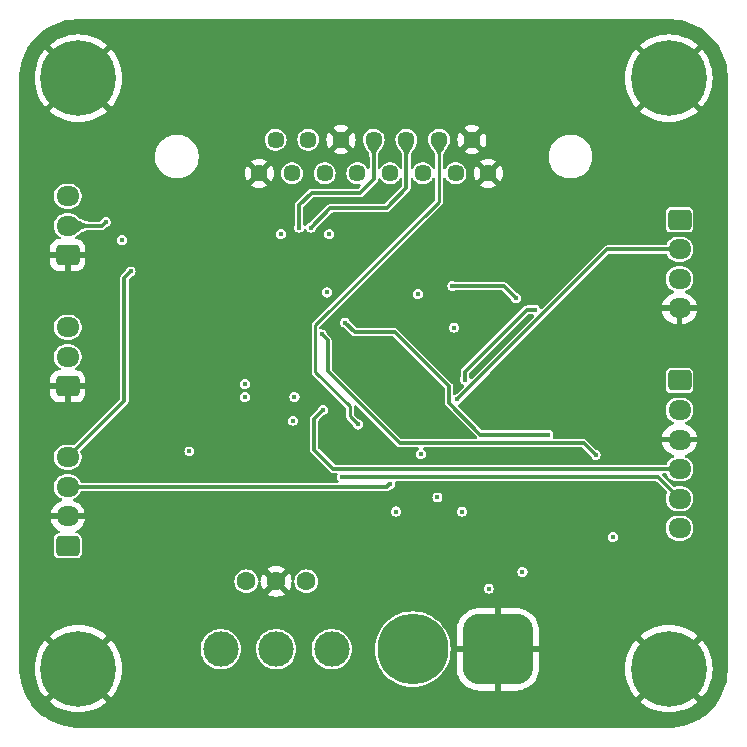
<source format=gbr>
%TF.GenerationSoftware,KiCad,Pcbnew,8.0.8*%
%TF.CreationDate,2025-01-29T06:10:27+01:00*%
%TF.ProjectId,ProjetCorps,50726f6a-6574-4436-9f72-70732e6b6963,rev?*%
%TF.SameCoordinates,Original*%
%TF.FileFunction,Copper,L4,Bot*%
%TF.FilePolarity,Positive*%
%FSLAX46Y46*%
G04 Gerber Fmt 4.6, Leading zero omitted, Abs format (unit mm)*
G04 Created by KiCad (PCBNEW 8.0.8) date 2025-01-29 06:10:27*
%MOMM*%
%LPD*%
G01*
G04 APERTURE LIST*
G04 Aperture macros list*
%AMRoundRect*
0 Rectangle with rounded corners*
0 $1 Rounding radius*
0 $2 $3 $4 $5 $6 $7 $8 $9 X,Y pos of 4 corners*
0 Add a 4 corners polygon primitive as box body*
4,1,4,$2,$3,$4,$5,$6,$7,$8,$9,$2,$3,0*
0 Add four circle primitives for the rounded corners*
1,1,$1+$1,$2,$3*
1,1,$1+$1,$4,$5*
1,1,$1+$1,$6,$7*
1,1,$1+$1,$8,$9*
0 Add four rect primitives between the rounded corners*
20,1,$1+$1,$2,$3,$4,$5,0*
20,1,$1+$1,$4,$5,$6,$7,0*
20,1,$1+$1,$6,$7,$8,$9,0*
20,1,$1+$1,$8,$9,$2,$3,0*%
G04 Aperture macros list end*
%TA.AperFunction,ComponentPad*%
%ADD10C,0.800000*%
%TD*%
%TA.AperFunction,ComponentPad*%
%ADD11C,6.400000*%
%TD*%
%TA.AperFunction,ComponentPad*%
%ADD12RoundRect,0.250000X0.725000X-0.600000X0.725000X0.600000X-0.725000X0.600000X-0.725000X-0.600000X0*%
%TD*%
%TA.AperFunction,ComponentPad*%
%ADD13O,1.950000X1.700000*%
%TD*%
%TA.AperFunction,ComponentPad*%
%ADD14RoundRect,0.250000X-0.725000X0.600000X-0.725000X-0.600000X0.725000X-0.600000X0.725000X0.600000X0*%
%TD*%
%TA.AperFunction,ComponentPad*%
%ADD15C,3.000000*%
%TD*%
%TA.AperFunction,ComponentPad*%
%ADD16C,1.600000*%
%TD*%
%TA.AperFunction,ComponentPad*%
%ADD17RoundRect,1.500000X1.500000X1.500000X-1.500000X1.500000X-1.500000X-1.500000X1.500000X-1.500000X0*%
%TD*%
%TA.AperFunction,ComponentPad*%
%ADD18C,6.000000*%
%TD*%
%TA.AperFunction,ComponentPad*%
%ADD19C,1.447800*%
%TD*%
%TA.AperFunction,ViaPad*%
%ADD20C,0.450000*%
%TD*%
%TA.AperFunction,Conductor*%
%ADD21C,0.300000*%
%TD*%
%TA.AperFunction,Conductor*%
%ADD22C,0.250000*%
%TD*%
G04 APERTURE END LIST*
D10*
%TO.P,H102,1,1*%
%TO.N,GND*%
X92600000Y-45000000D03*
X93302944Y-43302944D03*
X93302944Y-46697056D03*
X95000000Y-42600000D03*
D11*
X95000000Y-45000000D03*
D10*
X95000000Y-47400000D03*
X96697056Y-43302944D03*
X96697056Y-46697056D03*
X97400000Y-45000000D03*
%TD*%
%TO.P,H103,1,1*%
%TO.N,GND*%
X42600000Y-95000000D03*
X43302944Y-93302944D03*
X43302944Y-96697056D03*
X45000000Y-92600000D03*
D11*
X45000000Y-95000000D03*
D10*
X45000000Y-97400000D03*
X46697056Y-93302944D03*
X46697056Y-96697056D03*
X47400000Y-95000000D03*
%TD*%
D12*
%TO.P,J103,1,Pin_1*%
%TO.N,GND*%
X44100000Y-71100000D03*
D13*
%TO.P,J103,2,Pin_2*%
%TO.N,+12V*%
X44100000Y-68600000D03*
%TO.P,J103,3,Pin_3*%
%TO.N,UART_HD_XL430*%
X44100000Y-66100000D03*
%TD*%
D14*
%TO.P,J1,1,Pin_1*%
%TO.N,UART_mp3_RX*%
X95900000Y-57000000D03*
D13*
%TO.P,J1,2,Pin_2*%
%TO.N,UART_mp3_TX*%
X95900000Y-59500000D03*
%TO.P,J1,3,Pin_3*%
%TO.N,+5V*%
X95900000Y-62000000D03*
%TO.P,J1,4,Pin_4*%
%TO.N,GND*%
X95900000Y-64500000D03*
%TD*%
D10*
%TO.P,H101,1,1*%
%TO.N,GND*%
X42600000Y-45000000D03*
X43302944Y-43302944D03*
X43302944Y-46697056D03*
X45000000Y-42600000D03*
D11*
X45000000Y-45000000D03*
D10*
X45000000Y-47400000D03*
X46697056Y-43302944D03*
X46697056Y-46697056D03*
X47400000Y-45000000D03*
%TD*%
D15*
%TO.P,SW101,1,A*%
%TO.N,+12V*%
X57050000Y-93350000D03*
%TO.P,SW101,2,B*%
%TO.N,Net-(J101-Pin_2)*%
X61750000Y-93350000D03*
%TO.P,SW101,3,C*%
%TO.N,unconnected-(SW101-C-Pad3)*%
X66450000Y-93350000D03*
%TD*%
D16*
%TO.P,U104,1,Vin*%
%TO.N,+12V*%
X59210000Y-87600000D03*
%TO.P,U104,2,GND*%
%TO.N,GND*%
X61750000Y-87600000D03*
%TO.P,U104,3,Vout*%
%TO.N,+5V*%
X64290000Y-87600000D03*
%TD*%
D17*
%TO.P,J101,1,Pin_1*%
%TO.N,GND*%
X80525000Y-93350000D03*
D18*
%TO.P,J101,2,Pin_2*%
%TO.N,Net-(J101-Pin_2)*%
X73325000Y-93350000D03*
%TD*%
D12*
%TO.P,J3,1,Pin_1*%
%TO.N,unconnected-(J3-Pin_1-Pad1)*%
X44100000Y-84600000D03*
D13*
%TO.P,J3,2,Pin_2*%
%TO.N,GND*%
X44100000Y-82100000D03*
%TO.P,J3,3,Pin_3*%
%TO.N,PWM_TIM4_CH1*%
X44100000Y-79600000D03*
%TO.P,J3,4,Pin_4*%
%TO.N,+5V*%
X44100000Y-77100000D03*
%TD*%
D14*
%TO.P,J2,1,Pin_1*%
%TO.N,unconnected-(J2-Pin_1-Pad1)*%
X95900000Y-70600000D03*
D13*
%TO.P,J2,2,Pin_2*%
%TO.N,+5V*%
X95900000Y-73100000D03*
%TO.P,J2,3,Pin_3*%
%TO.N,GND*%
X95900000Y-75600000D03*
%TO.P,J2,4,Pin_4*%
%TO.N,UART_hc05_TX*%
X95900000Y-78100000D03*
%TO.P,J2,5,Pin_5*%
%TO.N,UART_hc05_RX*%
X95900000Y-80600000D03*
%TO.P,J2,6,Pin_6*%
%TO.N,unconnected-(J2-Pin_6-Pad6)*%
X95900000Y-83100000D03*
%TD*%
D10*
%TO.P,H104,1,1*%
%TO.N,GND*%
X92600000Y-95000000D03*
X93302944Y-93302944D03*
X93302944Y-96697056D03*
X95000000Y-92600000D03*
D11*
X95000000Y-95000000D03*
D10*
X95000000Y-97400000D03*
X96697056Y-93302944D03*
X96697056Y-96697056D03*
X97400000Y-95000000D03*
%TD*%
D19*
%TO.P,J104,1,Pin_1*%
%TO.N,GND*%
X60315002Y-53059999D03*
%TO.P,J104,2,Pin_2*%
%TO.N,PWM_TIM2_CH2*%
X63085001Y-53059999D03*
%TO.P,J104,3,Pin_3*%
%TO.N,PWM_TIM2_CH1*%
X65855001Y-53059999D03*
%TO.P,J104,4,Pin_4*%
%TO.N,PWM_TIM1_CH4*%
X68625001Y-53059999D03*
%TO.P,J104,5,Pin_5*%
%TO.N,PWM_TIM1_CH3*%
X71395000Y-53059999D03*
%TO.P,J104,6,Pin_6*%
%TO.N,PWM_TIM1_CH2*%
X74165000Y-53059999D03*
%TO.P,J104,7,Pin_7*%
%TO.N,PWM_TIM1_CH1*%
X76934999Y-53059999D03*
%TO.P,J104,8,Pin_8*%
%TO.N,GND*%
X79704999Y-53059999D03*
%TO.P,J104,9,Pin_9*%
%TO.N,+12V*%
X61700000Y-50220000D03*
%TO.P,J104,10,Pin_10*%
X64470000Y-50220000D03*
%TO.P,J104,11,Pin_11*%
%TO.N,GND*%
X67239999Y-50220000D03*
%TO.P,J104,12,Pin_12*%
%TO.N,I2C_SCL*%
X70009999Y-50220000D03*
%TO.P,J104,13,Pin_13*%
%TO.N,I2C_SDA*%
X72779999Y-50220000D03*
%TO.P,J104,14,Pin_14*%
%TO.N,TOF_INT*%
X75549998Y-50220000D03*
%TO.P,J104,15,Pin_15*%
%TO.N,GND*%
X78319998Y-50220000D03*
%TD*%
D12*
%TO.P,J102,1,Pin_1*%
%TO.N,GND*%
X44100000Y-60000000D03*
D13*
%TO.P,J102,2,Pin_2*%
%TO.N,+12V*%
X44100000Y-57500000D03*
%TO.P,J102,3,Pin_3*%
%TO.N,UART_HD_XL430*%
X44100000Y-55000000D03*
%TD*%
D20*
%TO.N,+3.3V*%
X74000000Y-76850000D03*
X48700000Y-58700000D03*
X90250000Y-83850000D03*
X73750000Y-63300000D03*
X63150000Y-74000000D03*
X66250000Y-58200000D03*
X59100000Y-70900000D03*
X59100000Y-72000000D03*
X76830000Y-66120000D03*
X62150000Y-58200000D03*
X77500000Y-81700000D03*
X66050000Y-63150000D03*
X63300000Y-72000000D03*
X71900000Y-81700000D03*
X75400000Y-80500000D03*
X54400000Y-76600000D03*
%TO.N,GND*%
X67000000Y-77300000D03*
X88300000Y-94700000D03*
X75300000Y-59600000D03*
X67000000Y-62050000D03*
X88800000Y-63100000D03*
X72000000Y-61000000D03*
X60700000Y-76550000D03*
X82300000Y-77300000D03*
X51350000Y-71300000D03*
X80800000Y-79600000D03*
X69900000Y-41700000D03*
X54500000Y-90900000D03*
X93100000Y-75000000D03*
X47700000Y-50400000D03*
X90200000Y-60300000D03*
X56500000Y-69250000D03*
X91800000Y-84600000D03*
X73020000Y-76880000D03*
X90650000Y-79450000D03*
X90250000Y-81350000D03*
X49100000Y-77100000D03*
X93000000Y-51700000D03*
X55500000Y-42500000D03*
X51000000Y-68100000D03*
X75200000Y-85600000D03*
X81700000Y-85350000D03*
X78300000Y-42800000D03*
X57000000Y-57000000D03*
X50500000Y-81950000D03*
X91800000Y-89600000D03*
X50800000Y-56900000D03*
X86600000Y-56100000D03*
X63650000Y-65600000D03*
X85200000Y-43500000D03*
X98900000Y-50000000D03*
X77900000Y-72700000D03*
X86600000Y-59650000D03*
X61100000Y-72000000D03*
X61100000Y-70900000D03*
X87500000Y-91300000D03*
X64100000Y-45500000D03*
X91500000Y-57800000D03*
X61900000Y-82300000D03*
X74200000Y-46400000D03*
X60550000Y-66750000D03*
X53850000Y-60500000D03*
X55300000Y-46300000D03*
X63050000Y-69300000D03*
X67000000Y-63150000D03*
X49700000Y-90100000D03*
X59300000Y-59800000D03*
X53850000Y-59000000D03*
X65500000Y-71250000D03*
X49400000Y-85050000D03*
X55100000Y-63800000D03*
X87450000Y-73150000D03*
X90200000Y-82550000D03*
X87450000Y-67200000D03*
X53850000Y-62200000D03*
X41400000Y-50300000D03*
X57650000Y-77600000D03*
X58500000Y-74650000D03*
X63050000Y-67400000D03*
X48300000Y-72000000D03*
X70950000Y-84200000D03*
X63150000Y-73000000D03*
X76850000Y-67050000D03*
X51700000Y-96800000D03*
X51200000Y-92500000D03*
X83800000Y-62100000D03*
X86600000Y-57850000D03*
X65000000Y-56000000D03*
X82400000Y-48600000D03*
X57950000Y-84150000D03*
X60100000Y-63300000D03*
X81200000Y-67200000D03*
%TO.N,NRST*%
X76675000Y-62600000D03*
X82060000Y-63640000D03*
%TO.N,+5V*%
X49429081Y-61370919D03*
X82600000Y-86800000D03*
X79740000Y-88220000D03*
%TO.N,+12V*%
X47312653Y-57187347D03*
%TO.N,I2C_SCL*%
X63700000Y-57650000D03*
%TO.N,I2C_SDA*%
X64700000Y-57650000D03*
%TO.N,UART_DEBUG_RX*%
X65600000Y-66700000D03*
X88800000Y-76900000D03*
%TO.N,UART_DEBUG_TX*%
X84800000Y-75175000D03*
X67600000Y-65700000D03*
%TO.N,UART_mp3_RX*%
X83645000Y-64600000D03*
X77720000Y-70530000D03*
%TO.N,UART_mp3_TX*%
X77100000Y-72200000D03*
%TO.N,UART_hc05_RX*%
X67350000Y-78775000D03*
%TO.N,UART_hc05_TX*%
X65700000Y-73100000D03*
%TO.N,PWM_TIM4_CH1*%
X71400000Y-79400000D03*
%TO.N,TOF_INT*%
X68677499Y-74322501D03*
%TD*%
D21*
%TO.N,NRST*%
X81020000Y-62600000D02*
X76675000Y-62600000D01*
X82060000Y-63640000D02*
X81020000Y-62600000D01*
%TO.N,+5V*%
X44100000Y-77100000D02*
X48900000Y-72300000D01*
X48900000Y-61900000D02*
X49429081Y-61370919D01*
X48900000Y-72300000D02*
X48900000Y-61900000D01*
%TO.N,+12V*%
X47000000Y-57500000D02*
X44100000Y-57500000D01*
X47312653Y-57187347D02*
X47000000Y-57500000D01*
%TO.N,I2C_SCL*%
X63700000Y-55750000D02*
X63700000Y-57650000D01*
X70009999Y-53540001D02*
X68850000Y-54700000D01*
X64750000Y-54700000D02*
X63700000Y-55750000D01*
X70009999Y-50220000D02*
X70009999Y-53540001D01*
X68850000Y-54700000D02*
X64750000Y-54700000D01*
%TO.N,I2C_SDA*%
X71100000Y-56000000D02*
X66350000Y-56000000D01*
X72779999Y-54320001D02*
X71100000Y-56000000D01*
X66350000Y-56000000D02*
X64700000Y-57650000D01*
X72779999Y-50220000D02*
X72779999Y-54320001D01*
%TO.N,UART_DEBUG_RX*%
X66100000Y-69800000D02*
X72200000Y-75900000D01*
X65600000Y-66700000D02*
X66100000Y-67200000D01*
X87800000Y-75900000D02*
X88800000Y-76900000D01*
X72200000Y-75900000D02*
X87800000Y-75900000D01*
X66100000Y-67200000D02*
X66100000Y-69800000D01*
%TO.N,UART_DEBUG_TX*%
X68400000Y-66500000D02*
X71800000Y-66500000D01*
X67600000Y-65700000D02*
X68400000Y-66500000D01*
X76375000Y-72500305D02*
X79049695Y-75175000D01*
X71800000Y-66500000D02*
X76375000Y-71075000D01*
X76375000Y-71075000D02*
X76375000Y-72500305D01*
X79049695Y-75175000D02*
X84800000Y-75175000D01*
%TO.N,UART_mp3_RX*%
X77720000Y-69880000D02*
X83000000Y-64600000D01*
X83000000Y-64600000D02*
X83645000Y-64600000D01*
X77720000Y-70530000D02*
X77720000Y-69880000D01*
%TO.N,UART_mp3_TX*%
X95900000Y-59500000D02*
X89800000Y-59500000D01*
X89800000Y-59500000D02*
X77100000Y-72200000D01*
%TO.N,UART_hc05_RX*%
X67350000Y-78775000D02*
X94075000Y-78775000D01*
X94075000Y-78775000D02*
X95900000Y-80600000D01*
%TO.N,UART_hc05_TX*%
X64965000Y-73835000D02*
X64965000Y-76475000D01*
X64965000Y-76475000D02*
X66590000Y-78100000D01*
X65700000Y-73100000D02*
X64965000Y-73835000D01*
X66590000Y-78100000D02*
X95900000Y-78100000D01*
%TO.N,PWM_TIM4_CH1*%
X44450000Y-79950000D02*
X44100000Y-79600000D01*
X71400000Y-79400000D02*
X71300000Y-79400000D01*
X71300000Y-79400000D02*
X71100000Y-79600000D01*
X71100000Y-79600000D02*
X44100000Y-79600000D01*
D22*
%TO.N,TOF_INT*%
X68000000Y-73645002D02*
X68000000Y-72800000D01*
X68677499Y-74322501D02*
X68000000Y-73645002D01*
X65075000Y-69875000D02*
X65075000Y-65925000D01*
X75549998Y-55450002D02*
X75549998Y-50220000D01*
X68000000Y-72800000D02*
X65075000Y-69875000D01*
X65075000Y-65925000D02*
X75549998Y-55450002D01*
%TD*%
%TA.AperFunction,Conductor*%
%TO.N,GND*%
G36*
X83422174Y-64964015D02*
G01*
X83443734Y-64975000D01*
X83511874Y-65009719D01*
X83515568Y-65010304D01*
X83519700Y-65012262D01*
X83521160Y-65012737D01*
X83521098Y-65012925D01*
X83578704Y-65040230D01*
X83615638Y-65099540D01*
X83614644Y-65169402D01*
X83583857Y-65220459D01*
X78339776Y-70464540D01*
X78278453Y-70498025D01*
X78208761Y-70493041D01*
X78152828Y-70451169D01*
X78133677Y-70405854D01*
X78132737Y-70406160D01*
X78129720Y-70396877D01*
X78129719Y-70396875D01*
X78129719Y-70396874D01*
X78084015Y-70307174D01*
X78070500Y-70250880D01*
X78070500Y-70076544D01*
X78090185Y-70009505D01*
X78106819Y-69988863D01*
X83108863Y-64986819D01*
X83170186Y-64953334D01*
X83196544Y-64950500D01*
X83365880Y-64950500D01*
X83422174Y-64964015D01*
G37*
%TD.AperFunction*%
%TA.AperFunction,Conductor*%
G36*
X72382150Y-53482298D02*
G01*
X72422679Y-53539212D01*
X72429499Y-53579769D01*
X72429499Y-54123457D01*
X72409814Y-54190496D01*
X72393180Y-54211138D01*
X70991137Y-55613181D01*
X70929814Y-55646666D01*
X70903456Y-55649500D01*
X66303856Y-55649500D01*
X66214712Y-55673386D01*
X66214711Y-55673386D01*
X66214709Y-55673387D01*
X66214706Y-55673388D01*
X66134794Y-55719526D01*
X66134785Y-55719533D01*
X64651401Y-57202915D01*
X64590078Y-57236400D01*
X64583120Y-57237707D01*
X64566876Y-57240280D01*
X64566874Y-57240280D01*
X64566874Y-57240281D01*
X64446780Y-57301472D01*
X64446779Y-57301473D01*
X64446774Y-57301476D01*
X64351476Y-57396774D01*
X64351473Y-57396779D01*
X64351472Y-57396780D01*
X64310485Y-57477222D01*
X64262510Y-57528018D01*
X64194689Y-57544813D01*
X64128554Y-57522275D01*
X64089515Y-57477221D01*
X64064015Y-57427174D01*
X64050500Y-57370880D01*
X64050500Y-55946543D01*
X64070185Y-55879504D01*
X64086819Y-55858862D01*
X64858862Y-55086819D01*
X64920185Y-55053334D01*
X64946543Y-55050500D01*
X68896142Y-55050500D01*
X68896144Y-55050500D01*
X68985288Y-55026614D01*
X69065212Y-54980470D01*
X70290468Y-53755213D01*
X70336613Y-53675289D01*
X70360499Y-53586145D01*
X70360499Y-53579765D01*
X70380184Y-53512726D01*
X70432988Y-53466971D01*
X70502146Y-53457027D01*
X70565702Y-53486052D01*
X70591886Y-53517766D01*
X70643021Y-53606336D01*
X70643023Y-53606339D01*
X70773042Y-53750741D01*
X70773045Y-53750743D01*
X70773048Y-53750746D01*
X70890952Y-53836408D01*
X70930255Y-53864964D01*
X70998398Y-53895302D01*
X71107771Y-53943998D01*
X71297842Y-53984399D01*
X71492158Y-53984399D01*
X71682229Y-53943998D01*
X71859746Y-53864963D01*
X72016952Y-53750746D01*
X72034885Y-53730830D01*
X72084889Y-53675294D01*
X72146975Y-53606341D01*
X72187318Y-53536464D01*
X72198112Y-53517769D01*
X72248679Y-53469554D01*
X72317286Y-53456330D01*
X72382150Y-53482298D01*
G37*
%TD.AperFunction*%
%TA.AperFunction,Conductor*%
G36*
X95000641Y-40000006D02*
G01*
X95213481Y-40002328D01*
X95222915Y-40002792D01*
X95647552Y-40039943D01*
X95658270Y-40041354D01*
X96077393Y-40115256D01*
X96087921Y-40117590D01*
X96499033Y-40227747D01*
X96509322Y-40230992D01*
X96909255Y-40376555D01*
X96919221Y-40380683D01*
X97304942Y-40560547D01*
X97314528Y-40565538D01*
X97683088Y-40778326D01*
X97692207Y-40784135D01*
X98040820Y-41028237D01*
X98049402Y-41034822D01*
X98375420Y-41308383D01*
X98383395Y-41315692D01*
X98684307Y-41616604D01*
X98691616Y-41624579D01*
X98965177Y-41950597D01*
X98971762Y-41959179D01*
X99215864Y-42307792D01*
X99221676Y-42316916D01*
X99434459Y-42685467D01*
X99439454Y-42695062D01*
X99619310Y-43080764D01*
X99623450Y-43090759D01*
X99769003Y-43490664D01*
X99772256Y-43500980D01*
X99882405Y-43912061D01*
X99884746Y-43922623D01*
X99958644Y-44341725D01*
X99960056Y-44352450D01*
X99997206Y-44777073D01*
X99997671Y-44786527D01*
X99999993Y-44999357D01*
X100000000Y-45000710D01*
X100000000Y-94999289D01*
X99999993Y-95000642D01*
X99997671Y-95213472D01*
X99997206Y-95222926D01*
X99960056Y-95647549D01*
X99958644Y-95658274D01*
X99884746Y-96077376D01*
X99882405Y-96087938D01*
X99772256Y-96499019D01*
X99769003Y-96509335D01*
X99623450Y-96909240D01*
X99619310Y-96919235D01*
X99439454Y-97304937D01*
X99434459Y-97314532D01*
X99221676Y-97683083D01*
X99215864Y-97692207D01*
X98971762Y-98040820D01*
X98965177Y-98049402D01*
X98691616Y-98375420D01*
X98684307Y-98383395D01*
X98383395Y-98684307D01*
X98375420Y-98691616D01*
X98049402Y-98965177D01*
X98040820Y-98971762D01*
X97692207Y-99215864D01*
X97683083Y-99221676D01*
X97314532Y-99434459D01*
X97304937Y-99439454D01*
X96919235Y-99619310D01*
X96909240Y-99623450D01*
X96509335Y-99769003D01*
X96499019Y-99772256D01*
X96087938Y-99882405D01*
X96077376Y-99884746D01*
X95658274Y-99958644D01*
X95647549Y-99960056D01*
X95222926Y-99997206D01*
X95213472Y-99997671D01*
X95005455Y-99999940D01*
X95000640Y-99999993D01*
X94999290Y-100000000D01*
X45000710Y-100000000D01*
X44999359Y-99999993D01*
X44994454Y-99999939D01*
X44786527Y-99997671D01*
X44777073Y-99997206D01*
X44352450Y-99960056D01*
X44341725Y-99958644D01*
X43922623Y-99884746D01*
X43912061Y-99882405D01*
X43500980Y-99772256D01*
X43490664Y-99769003D01*
X43090759Y-99623450D01*
X43080764Y-99619310D01*
X42695062Y-99439454D01*
X42685467Y-99434459D01*
X42316916Y-99221676D01*
X42307792Y-99215864D01*
X41959179Y-98971762D01*
X41950597Y-98965177D01*
X41624579Y-98691616D01*
X41616604Y-98684307D01*
X41315692Y-98383395D01*
X41308383Y-98375420D01*
X41034822Y-98049402D01*
X41028237Y-98040820D01*
X40997887Y-97997476D01*
X40784132Y-97692203D01*
X40778323Y-97683083D01*
X40565540Y-97314532D01*
X40560545Y-97304937D01*
X40501252Y-97177783D01*
X40380683Y-96919221D01*
X40376555Y-96909255D01*
X40230992Y-96509322D01*
X40227747Y-96499033D01*
X40117590Y-96087921D01*
X40115256Y-96077393D01*
X40041354Y-95658270D01*
X40039943Y-95647549D01*
X40037241Y-95616660D01*
X40002792Y-95222915D01*
X40002328Y-95213471D01*
X40000007Y-95000641D01*
X40000004Y-94999999D01*
X41294922Y-94999999D01*
X41294922Y-95000000D01*
X41315219Y-95387287D01*
X41375886Y-95770323D01*
X41375887Y-95770330D01*
X41476262Y-96144936D01*
X41615244Y-96506994D01*
X41791310Y-96852543D01*
X42002523Y-97177783D01*
X42002525Y-97177785D01*
X42211096Y-97435348D01*
X43705747Y-95940697D01*
X43779588Y-96042330D01*
X43957670Y-96220412D01*
X44059301Y-96294251D01*
X42564650Y-97788902D01*
X42822214Y-97997475D01*
X42822216Y-97997476D01*
X43147456Y-98208689D01*
X43493005Y-98384755D01*
X43855063Y-98523737D01*
X44229669Y-98624112D01*
X44229676Y-98624113D01*
X44612712Y-98684780D01*
X44999999Y-98705078D01*
X45000001Y-98705078D01*
X45387287Y-98684780D01*
X45770323Y-98624113D01*
X45770330Y-98624112D01*
X46144936Y-98523737D01*
X46506994Y-98384755D01*
X46852543Y-98208689D01*
X47177771Y-97997484D01*
X47177784Y-97997474D01*
X47435348Y-97788902D01*
X45940698Y-96294252D01*
X46042330Y-96220412D01*
X46220412Y-96042330D01*
X46294252Y-95940698D01*
X47788902Y-97435348D01*
X47997474Y-97177784D01*
X47997484Y-97177771D01*
X48208689Y-96852543D01*
X48384755Y-96506994D01*
X48523737Y-96144936D01*
X48624112Y-95770330D01*
X48624113Y-95770323D01*
X48684780Y-95387287D01*
X48705078Y-95000000D01*
X48705078Y-94999999D01*
X48684780Y-94612712D01*
X48624113Y-94229676D01*
X48624112Y-94229669D01*
X48523737Y-93855063D01*
X48384755Y-93493005D01*
X48311888Y-93349995D01*
X55344732Y-93349995D01*
X55344732Y-93350004D01*
X55363777Y-93604154D01*
X55406171Y-93789895D01*
X55420492Y-93852637D01*
X55513607Y-94089888D01*
X55641041Y-94310612D01*
X55799950Y-94509877D01*
X55986783Y-94683232D01*
X56197366Y-94826805D01*
X56197371Y-94826807D01*
X56197372Y-94826808D01*
X56197373Y-94826809D01*
X56295527Y-94874077D01*
X56426992Y-94937387D01*
X56426993Y-94937387D01*
X56426996Y-94937389D01*
X56670542Y-95012513D01*
X56922565Y-95050500D01*
X57177435Y-95050500D01*
X57429458Y-95012513D01*
X57673004Y-94937389D01*
X57902634Y-94826805D01*
X58113217Y-94683232D01*
X58300050Y-94509877D01*
X58458959Y-94310612D01*
X58586393Y-94089888D01*
X58679508Y-93852637D01*
X58736222Y-93604157D01*
X58755268Y-93350000D01*
X58755268Y-93349995D01*
X60044732Y-93349995D01*
X60044732Y-93350004D01*
X60063777Y-93604154D01*
X60106171Y-93789895D01*
X60120492Y-93852637D01*
X60213607Y-94089888D01*
X60341041Y-94310612D01*
X60499950Y-94509877D01*
X60686783Y-94683232D01*
X60897366Y-94826805D01*
X60897371Y-94826807D01*
X60897372Y-94826808D01*
X60897373Y-94826809D01*
X60995527Y-94874077D01*
X61126992Y-94937387D01*
X61126993Y-94937387D01*
X61126996Y-94937389D01*
X61370542Y-95012513D01*
X61622565Y-95050500D01*
X61877435Y-95050500D01*
X62129458Y-95012513D01*
X62373004Y-94937389D01*
X62602634Y-94826805D01*
X62813217Y-94683232D01*
X63000050Y-94509877D01*
X63158959Y-94310612D01*
X63286393Y-94089888D01*
X63379508Y-93852637D01*
X63436222Y-93604157D01*
X63455268Y-93350000D01*
X63455268Y-93349995D01*
X64744732Y-93349995D01*
X64744732Y-93350004D01*
X64763777Y-93604154D01*
X64806171Y-93789895D01*
X64820492Y-93852637D01*
X64913607Y-94089888D01*
X65041041Y-94310612D01*
X65199950Y-94509877D01*
X65386783Y-94683232D01*
X65597366Y-94826805D01*
X65597371Y-94826807D01*
X65597372Y-94826808D01*
X65597373Y-94826809D01*
X65695527Y-94874077D01*
X65826992Y-94937387D01*
X65826993Y-94937387D01*
X65826996Y-94937389D01*
X66070542Y-95012513D01*
X66322565Y-95050500D01*
X66577435Y-95050500D01*
X66829458Y-95012513D01*
X67073004Y-94937389D01*
X67302634Y-94826805D01*
X67513217Y-94683232D01*
X67700050Y-94509877D01*
X67858959Y-94310612D01*
X67986393Y-94089888D01*
X68079508Y-93852637D01*
X68136222Y-93604157D01*
X68155268Y-93350000D01*
X70119457Y-93350000D01*
X70139612Y-93708902D01*
X70139614Y-93708914D01*
X70199826Y-94063296D01*
X70199828Y-94063305D01*
X70299339Y-94408718D01*
X70299341Y-94408724D01*
X70436906Y-94740833D01*
X70484423Y-94826809D01*
X70610790Y-95055454D01*
X70730963Y-95224821D01*
X70818806Y-95348623D01*
X71058339Y-95616661D01*
X71326377Y-95856194D01*
X71619548Y-96064211D01*
X71934167Y-96238094D01*
X72266276Y-96375659D01*
X72611700Y-96475173D01*
X72966093Y-96535387D01*
X73325000Y-96555543D01*
X73683907Y-96535387D01*
X74038300Y-96475173D01*
X74383724Y-96375659D01*
X74715833Y-96238094D01*
X75030452Y-96064211D01*
X75323623Y-95856194D01*
X75591661Y-95616661D01*
X75831194Y-95348623D01*
X76039211Y-95055452D01*
X76213094Y-94740833D01*
X76350659Y-94408724D01*
X76450173Y-94063300D01*
X76510387Y-93708907D01*
X76530543Y-93350000D01*
X76510387Y-92991093D01*
X76450173Y-92636700D01*
X76350659Y-92291276D01*
X76213094Y-91959167D01*
X76113278Y-91778563D01*
X77025000Y-91778563D01*
X77025000Y-93100000D01*
X78288498Y-93100000D01*
X78275000Y-93202527D01*
X78275000Y-93497473D01*
X78288498Y-93600000D01*
X77025000Y-93600000D01*
X77025000Y-94921436D01*
X77040300Y-95135362D01*
X77101109Y-95414895D01*
X77201091Y-95682958D01*
X77338191Y-95934038D01*
X77338192Y-95934039D01*
X77509639Y-96163065D01*
X77509649Y-96163077D01*
X77711922Y-96365350D01*
X77711934Y-96365360D01*
X77940960Y-96536807D01*
X77940961Y-96536808D01*
X78192042Y-96673908D01*
X78192041Y-96673908D01*
X78460104Y-96773890D01*
X78739637Y-96834699D01*
X78953563Y-96849999D01*
X78953566Y-96850000D01*
X80275000Y-96850000D01*
X80275000Y-95586502D01*
X80377527Y-95600000D01*
X80672473Y-95600000D01*
X80775000Y-95586502D01*
X80775000Y-96850000D01*
X82096434Y-96850000D01*
X82096436Y-96849999D01*
X82310362Y-96834699D01*
X82589895Y-96773890D01*
X82857958Y-96673908D01*
X83109038Y-96536808D01*
X83109039Y-96536807D01*
X83338065Y-96365360D01*
X83338077Y-96365350D01*
X83540350Y-96163077D01*
X83540360Y-96163065D01*
X83711807Y-95934039D01*
X83711808Y-95934038D01*
X83848908Y-95682958D01*
X83948890Y-95414895D01*
X84009699Y-95135362D01*
X84019380Y-94999999D01*
X91294922Y-94999999D01*
X91294922Y-95000000D01*
X91315219Y-95387287D01*
X91375886Y-95770323D01*
X91375887Y-95770330D01*
X91476262Y-96144936D01*
X91615244Y-96506994D01*
X91791310Y-96852543D01*
X92002523Y-97177783D01*
X92002525Y-97177785D01*
X92211096Y-97435348D01*
X93705747Y-95940697D01*
X93779588Y-96042330D01*
X93957670Y-96220412D01*
X94059301Y-96294251D01*
X92564650Y-97788902D01*
X92822214Y-97997475D01*
X92822216Y-97997476D01*
X93147456Y-98208689D01*
X93493005Y-98384755D01*
X93855063Y-98523737D01*
X94229669Y-98624112D01*
X94229676Y-98624113D01*
X94612712Y-98684780D01*
X94999999Y-98705078D01*
X95000001Y-98705078D01*
X95387287Y-98684780D01*
X95770323Y-98624113D01*
X95770330Y-98624112D01*
X96144936Y-98523737D01*
X96506994Y-98384755D01*
X96852543Y-98208689D01*
X97177771Y-97997484D01*
X97177784Y-97997474D01*
X97435348Y-97788902D01*
X95940698Y-96294252D01*
X96042330Y-96220412D01*
X96220412Y-96042330D01*
X96294252Y-95940698D01*
X97788902Y-97435348D01*
X97997474Y-97177784D01*
X97997484Y-97177771D01*
X98208689Y-96852543D01*
X98384755Y-96506994D01*
X98523737Y-96144936D01*
X98624112Y-95770330D01*
X98624113Y-95770323D01*
X98684780Y-95387287D01*
X98705078Y-95000000D01*
X98705078Y-94999999D01*
X98684780Y-94612712D01*
X98624113Y-94229676D01*
X98624112Y-94229669D01*
X98523737Y-93855063D01*
X98384755Y-93493005D01*
X98208689Y-93147456D01*
X97997476Y-92822216D01*
X97997475Y-92822214D01*
X97788902Y-92564650D01*
X96294251Y-94059301D01*
X96220412Y-93957670D01*
X96042330Y-93779588D01*
X95940698Y-93705748D01*
X97435349Y-92211096D01*
X97177785Y-92002525D01*
X97177783Y-92002523D01*
X96852543Y-91791310D01*
X96506994Y-91615244D01*
X96144936Y-91476262D01*
X95770330Y-91375887D01*
X95770323Y-91375886D01*
X95387287Y-91315219D01*
X95000001Y-91294922D01*
X94999999Y-91294922D01*
X94612712Y-91315219D01*
X94229676Y-91375886D01*
X94229669Y-91375887D01*
X93855063Y-91476262D01*
X93493005Y-91615244D01*
X93147456Y-91791310D01*
X92822206Y-92002531D01*
X92564649Y-92211095D01*
X92564649Y-92211096D01*
X94059301Y-93705748D01*
X93957670Y-93779588D01*
X93779588Y-93957670D01*
X93705748Y-94059301D01*
X92211096Y-92564649D01*
X92211095Y-92564649D01*
X92002531Y-92822206D01*
X91791310Y-93147456D01*
X91615244Y-93493005D01*
X91476262Y-93855063D01*
X91375887Y-94229669D01*
X91375886Y-94229676D01*
X91315219Y-94612712D01*
X91294922Y-94999999D01*
X84019380Y-94999999D01*
X84024999Y-94921436D01*
X84025000Y-94921434D01*
X84025000Y-93600000D01*
X82761502Y-93600000D01*
X82775000Y-93497473D01*
X82775000Y-93202527D01*
X82761502Y-93100000D01*
X84025000Y-93100000D01*
X84025000Y-91778566D01*
X84024999Y-91778563D01*
X84009699Y-91564637D01*
X83948890Y-91285104D01*
X83848908Y-91017041D01*
X83711808Y-90765961D01*
X83711807Y-90765960D01*
X83540360Y-90536934D01*
X83540350Y-90536922D01*
X83338077Y-90334649D01*
X83338065Y-90334639D01*
X83109039Y-90163192D01*
X83109038Y-90163191D01*
X82857957Y-90026091D01*
X82857958Y-90026091D01*
X82589895Y-89926109D01*
X82310362Y-89865300D01*
X82096436Y-89850000D01*
X80775000Y-89850000D01*
X80775000Y-91113497D01*
X80672473Y-91100000D01*
X80377527Y-91100000D01*
X80275000Y-91113497D01*
X80275000Y-89850000D01*
X78953563Y-89850000D01*
X78739637Y-89865300D01*
X78460104Y-89926109D01*
X78192041Y-90026091D01*
X77940961Y-90163191D01*
X77940960Y-90163192D01*
X77711934Y-90334639D01*
X77711922Y-90334649D01*
X77509649Y-90536922D01*
X77509639Y-90536934D01*
X77338192Y-90765960D01*
X77338191Y-90765961D01*
X77201091Y-91017041D01*
X77101109Y-91285104D01*
X77040300Y-91564637D01*
X77025000Y-91778563D01*
X76113278Y-91778563D01*
X76039211Y-91644548D01*
X75831194Y-91351377D01*
X75591661Y-91083339D01*
X75323623Y-90843806D01*
X75323622Y-90843805D01*
X75030454Y-90635790D01*
X74715831Y-90461905D01*
X74629086Y-90425974D01*
X74383724Y-90324341D01*
X74383720Y-90324339D01*
X74383718Y-90324339D01*
X74038305Y-90224828D01*
X74038296Y-90224826D01*
X73683914Y-90164614D01*
X73683902Y-90164612D01*
X73325000Y-90144457D01*
X72966097Y-90164612D01*
X72966085Y-90164614D01*
X72611703Y-90224826D01*
X72611694Y-90224828D01*
X72266281Y-90324339D01*
X72266276Y-90324340D01*
X72266276Y-90324341D01*
X72230341Y-90339225D01*
X71934168Y-90461905D01*
X71619545Y-90635790D01*
X71326377Y-90843805D01*
X71058339Y-91083339D01*
X70818805Y-91351377D01*
X70610790Y-91644545D01*
X70436905Y-91959168D01*
X70299339Y-92291281D01*
X70199828Y-92636694D01*
X70199826Y-92636703D01*
X70139614Y-92991085D01*
X70139612Y-92991097D01*
X70119457Y-93350000D01*
X68155268Y-93350000D01*
X68136222Y-93095843D01*
X68079508Y-92847363D01*
X67986393Y-92610112D01*
X67858959Y-92389388D01*
X67700050Y-92190123D01*
X67513217Y-92016768D01*
X67302634Y-91873195D01*
X67302630Y-91873193D01*
X67302627Y-91873191D01*
X67302626Y-91873190D01*
X67073006Y-91762612D01*
X67073008Y-91762612D01*
X66829466Y-91687489D01*
X66829462Y-91687488D01*
X66829458Y-91687487D01*
X66708231Y-91669214D01*
X66577440Y-91649500D01*
X66577435Y-91649500D01*
X66322565Y-91649500D01*
X66322559Y-91649500D01*
X66165609Y-91673157D01*
X66070542Y-91687487D01*
X66070539Y-91687488D01*
X66070533Y-91687489D01*
X65826992Y-91762612D01*
X65597373Y-91873190D01*
X65597372Y-91873191D01*
X65386782Y-92016768D01*
X65199952Y-92190121D01*
X65199950Y-92190123D01*
X65041041Y-92389388D01*
X64913608Y-92610109D01*
X64820492Y-92847362D01*
X64820490Y-92847369D01*
X64763777Y-93095845D01*
X64744732Y-93349995D01*
X63455268Y-93349995D01*
X63436222Y-93095843D01*
X63379508Y-92847363D01*
X63286393Y-92610112D01*
X63158959Y-92389388D01*
X63000050Y-92190123D01*
X62813217Y-92016768D01*
X62602634Y-91873195D01*
X62602630Y-91873193D01*
X62602627Y-91873191D01*
X62602626Y-91873190D01*
X62373006Y-91762612D01*
X62373008Y-91762612D01*
X62129466Y-91687489D01*
X62129462Y-91687488D01*
X62129458Y-91687487D01*
X62008231Y-91669214D01*
X61877440Y-91649500D01*
X61877435Y-91649500D01*
X61622565Y-91649500D01*
X61622559Y-91649500D01*
X61465609Y-91673157D01*
X61370542Y-91687487D01*
X61370539Y-91687488D01*
X61370533Y-91687489D01*
X61126992Y-91762612D01*
X60897373Y-91873190D01*
X60897372Y-91873191D01*
X60686782Y-92016768D01*
X60499952Y-92190121D01*
X60499950Y-92190123D01*
X60341041Y-92389388D01*
X60213608Y-92610109D01*
X60120492Y-92847362D01*
X60120490Y-92847369D01*
X60063777Y-93095845D01*
X60044732Y-93349995D01*
X58755268Y-93349995D01*
X58736222Y-93095843D01*
X58679508Y-92847363D01*
X58586393Y-92610112D01*
X58458959Y-92389388D01*
X58300050Y-92190123D01*
X58113217Y-92016768D01*
X57902634Y-91873195D01*
X57902630Y-91873193D01*
X57902627Y-91873191D01*
X57902626Y-91873190D01*
X57673006Y-91762612D01*
X57673008Y-91762612D01*
X57429466Y-91687489D01*
X57429462Y-91687488D01*
X57429458Y-91687487D01*
X57308231Y-91669214D01*
X57177440Y-91649500D01*
X57177435Y-91649500D01*
X56922565Y-91649500D01*
X56922559Y-91649500D01*
X56765609Y-91673157D01*
X56670542Y-91687487D01*
X56670539Y-91687488D01*
X56670533Y-91687489D01*
X56426992Y-91762612D01*
X56197373Y-91873190D01*
X56197372Y-91873191D01*
X55986782Y-92016768D01*
X55799952Y-92190121D01*
X55799950Y-92190123D01*
X55641041Y-92389388D01*
X55513608Y-92610109D01*
X55420492Y-92847362D01*
X55420490Y-92847369D01*
X55363777Y-93095845D01*
X55344732Y-93349995D01*
X48311888Y-93349995D01*
X48208689Y-93147456D01*
X47997476Y-92822216D01*
X47997475Y-92822214D01*
X47788902Y-92564650D01*
X46294251Y-94059301D01*
X46220412Y-93957670D01*
X46042330Y-93779588D01*
X45940698Y-93705748D01*
X47435349Y-92211096D01*
X47177785Y-92002525D01*
X47177783Y-92002523D01*
X46852543Y-91791310D01*
X46506994Y-91615244D01*
X46144936Y-91476262D01*
X45770330Y-91375887D01*
X45770323Y-91375886D01*
X45387287Y-91315219D01*
X45000001Y-91294922D01*
X44999999Y-91294922D01*
X44612712Y-91315219D01*
X44229676Y-91375886D01*
X44229669Y-91375887D01*
X43855063Y-91476262D01*
X43493005Y-91615244D01*
X43147456Y-91791310D01*
X42822206Y-92002531D01*
X42564649Y-92211095D01*
X42564649Y-92211096D01*
X44059301Y-93705748D01*
X43957670Y-93779588D01*
X43779588Y-93957670D01*
X43705748Y-94059301D01*
X42211096Y-92564649D01*
X42211095Y-92564649D01*
X42002531Y-92822206D01*
X41791310Y-93147456D01*
X41615244Y-93493005D01*
X41476262Y-93855063D01*
X41375887Y-94229669D01*
X41375886Y-94229676D01*
X41315219Y-94612712D01*
X41294922Y-94999999D01*
X40000004Y-94999999D01*
X40000000Y-94999289D01*
X40000000Y-87600000D01*
X58204659Y-87600000D01*
X58223975Y-87796129D01*
X58223976Y-87796132D01*
X58271729Y-87953553D01*
X58281188Y-87984733D01*
X58374086Y-88158532D01*
X58374090Y-88158539D01*
X58499116Y-88310883D01*
X58651460Y-88435909D01*
X58651467Y-88435913D01*
X58825266Y-88528811D01*
X58825269Y-88528811D01*
X58825273Y-88528814D01*
X59013868Y-88586024D01*
X59210000Y-88605341D01*
X59406132Y-88586024D01*
X59594727Y-88528814D01*
X59768538Y-88435910D01*
X59920883Y-88310883D01*
X60045910Y-88158538D01*
X60105893Y-88046317D01*
X60138811Y-87984733D01*
X60138811Y-87984732D01*
X60138814Y-87984727D01*
X60196024Y-87796132D01*
X60206274Y-87692054D01*
X60232434Y-87627268D01*
X60270299Y-87600474D01*
X60387967Y-87600474D01*
X60419674Y-87618906D01*
X60451505Y-87681103D01*
X60453205Y-87693401D01*
X60464858Y-87826600D01*
X60464860Y-87826610D01*
X60523730Y-88046317D01*
X60523735Y-88046331D01*
X60619863Y-88252478D01*
X60670974Y-88325472D01*
X61267037Y-87729408D01*
X61284075Y-87792993D01*
X61349901Y-87907007D01*
X61442993Y-88000099D01*
X61557007Y-88065925D01*
X61620590Y-88082962D01*
X61024526Y-88679025D01*
X61097513Y-88730132D01*
X61097521Y-88730136D01*
X61303668Y-88826264D01*
X61303682Y-88826269D01*
X61523389Y-88885139D01*
X61523400Y-88885141D01*
X61749998Y-88904966D01*
X61750002Y-88904966D01*
X61976599Y-88885141D01*
X61976610Y-88885139D01*
X62196317Y-88826269D01*
X62196331Y-88826264D01*
X62402478Y-88730136D01*
X62475471Y-88679024D01*
X61879409Y-88082962D01*
X61942993Y-88065925D01*
X62057007Y-88000099D01*
X62150099Y-87907007D01*
X62215925Y-87792993D01*
X62232962Y-87729409D01*
X62829024Y-88325471D01*
X62880136Y-88252478D01*
X62976264Y-88046331D01*
X62976269Y-88046317D01*
X63035139Y-87826610D01*
X63035141Y-87826599D01*
X63046794Y-87693402D01*
X63072246Y-87628333D01*
X63110818Y-87600402D01*
X63228459Y-87600402D01*
X63259383Y-87617930D01*
X63291891Y-87679776D01*
X63293725Y-87692055D01*
X63303975Y-87796129D01*
X63303976Y-87796132D01*
X63351729Y-87953553D01*
X63361188Y-87984733D01*
X63454086Y-88158532D01*
X63454090Y-88158539D01*
X63579116Y-88310883D01*
X63731460Y-88435909D01*
X63731467Y-88435913D01*
X63905266Y-88528811D01*
X63905269Y-88528811D01*
X63905273Y-88528814D01*
X64093868Y-88586024D01*
X64290000Y-88605341D01*
X64486132Y-88586024D01*
X64674727Y-88528814D01*
X64848538Y-88435910D01*
X65000883Y-88310883D01*
X65075472Y-88219997D01*
X79309196Y-88219997D01*
X79309196Y-88220002D01*
X79330279Y-88353121D01*
X79330280Y-88353124D01*
X79330281Y-88353126D01*
X79391472Y-88473220D01*
X79391473Y-88473221D01*
X79391476Y-88473225D01*
X79486774Y-88568523D01*
X79486778Y-88568526D01*
X79486780Y-88568528D01*
X79606874Y-88629719D01*
X79606876Y-88629719D01*
X79606878Y-88629720D01*
X79739998Y-88650804D01*
X79740000Y-88650804D01*
X79740002Y-88650804D01*
X79873121Y-88629720D01*
X79873121Y-88629719D01*
X79873126Y-88629719D01*
X79993220Y-88568528D01*
X80088528Y-88473220D01*
X80149719Y-88353126D01*
X80170804Y-88220000D01*
X80161069Y-88158538D01*
X80149720Y-88086878D01*
X80149719Y-88086876D01*
X80149719Y-88086874D01*
X80088528Y-87966780D01*
X80088526Y-87966778D01*
X80088523Y-87966774D01*
X79993225Y-87871476D01*
X79993221Y-87871473D01*
X79993220Y-87871472D01*
X79873126Y-87810281D01*
X79873124Y-87810280D01*
X79873121Y-87810279D01*
X79740002Y-87789196D01*
X79739998Y-87789196D01*
X79606878Y-87810279D01*
X79486778Y-87871473D01*
X79486774Y-87871476D01*
X79391476Y-87966774D01*
X79391473Y-87966778D01*
X79330279Y-88086878D01*
X79309196Y-88219997D01*
X65075472Y-88219997D01*
X65125910Y-88158538D01*
X65185893Y-88046317D01*
X65218811Y-87984733D01*
X65218811Y-87984732D01*
X65218814Y-87984727D01*
X65276024Y-87796132D01*
X65295341Y-87600000D01*
X65276024Y-87403868D01*
X65218814Y-87215273D01*
X65218811Y-87215269D01*
X65218811Y-87215266D01*
X65125913Y-87041467D01*
X65125909Y-87041460D01*
X65000883Y-86889116D01*
X64892292Y-86799997D01*
X82169196Y-86799997D01*
X82169196Y-86800002D01*
X82190279Y-86933121D01*
X82190280Y-86933124D01*
X82190281Y-86933126D01*
X82197616Y-86947521D01*
X82251473Y-87053221D01*
X82251476Y-87053225D01*
X82346774Y-87148523D01*
X82346778Y-87148526D01*
X82346780Y-87148528D01*
X82466874Y-87209719D01*
X82466876Y-87209719D01*
X82466878Y-87209720D01*
X82599998Y-87230804D01*
X82600000Y-87230804D01*
X82600002Y-87230804D01*
X82733121Y-87209720D01*
X82733121Y-87209719D01*
X82733126Y-87209719D01*
X82853220Y-87148528D01*
X82948528Y-87053220D01*
X83009719Y-86933126D01*
X83009720Y-86933121D01*
X83030804Y-86800002D01*
X83030804Y-86799997D01*
X83009720Y-86666878D01*
X83009719Y-86666876D01*
X83009719Y-86666874D01*
X82948528Y-86546780D01*
X82948526Y-86546778D01*
X82948523Y-86546774D01*
X82853225Y-86451476D01*
X82853221Y-86451473D01*
X82853220Y-86451472D01*
X82733126Y-86390281D01*
X82733124Y-86390280D01*
X82733121Y-86390279D01*
X82600002Y-86369196D01*
X82599998Y-86369196D01*
X82466878Y-86390279D01*
X82346778Y-86451473D01*
X82346774Y-86451476D01*
X82251476Y-86546774D01*
X82251473Y-86546778D01*
X82190279Y-86666878D01*
X82169196Y-86799997D01*
X64892292Y-86799997D01*
X64848539Y-86764090D01*
X64848532Y-86764086D01*
X64674733Y-86671188D01*
X64674727Y-86671186D01*
X64486132Y-86613976D01*
X64486129Y-86613975D01*
X64290000Y-86594659D01*
X64093870Y-86613975D01*
X63905266Y-86671188D01*
X63731467Y-86764086D01*
X63731460Y-86764090D01*
X63579116Y-86889116D01*
X63454090Y-87041460D01*
X63454086Y-87041467D01*
X63361188Y-87215266D01*
X63303975Y-87403870D01*
X63293725Y-87507945D01*
X63267564Y-87572732D01*
X63228459Y-87600402D01*
X63110818Y-87600402D01*
X63112031Y-87599524D01*
X63080325Y-87581092D01*
X63048493Y-87518894D01*
X63046794Y-87506597D01*
X63035141Y-87373400D01*
X63035139Y-87373389D01*
X62976269Y-87153682D01*
X62976264Y-87153668D01*
X62880136Y-86947521D01*
X62880132Y-86947513D01*
X62829025Y-86874526D01*
X62232962Y-87470589D01*
X62215925Y-87407007D01*
X62150099Y-87292993D01*
X62057007Y-87199901D01*
X61942993Y-87134075D01*
X61879408Y-87117037D01*
X62475472Y-86520974D01*
X62402478Y-86469863D01*
X62196331Y-86373735D01*
X62196317Y-86373730D01*
X61976610Y-86314860D01*
X61976599Y-86314858D01*
X61750002Y-86295034D01*
X61749998Y-86295034D01*
X61523400Y-86314858D01*
X61523389Y-86314860D01*
X61303682Y-86373730D01*
X61303673Y-86373734D01*
X61097516Y-86469866D01*
X61097512Y-86469868D01*
X61024526Y-86520973D01*
X61024526Y-86520974D01*
X61620590Y-87117037D01*
X61557007Y-87134075D01*
X61442993Y-87199901D01*
X61349901Y-87292993D01*
X61284075Y-87407007D01*
X61267037Y-87470590D01*
X60670974Y-86874526D01*
X60670973Y-86874526D01*
X60619868Y-86947512D01*
X60619866Y-86947516D01*
X60523734Y-87153673D01*
X60523730Y-87153682D01*
X60464860Y-87373389D01*
X60464858Y-87373399D01*
X60453205Y-87506598D01*
X60427752Y-87571666D01*
X60387967Y-87600474D01*
X60270299Y-87600474D01*
X60271538Y-87599597D01*
X60240615Y-87582069D01*
X60208108Y-87520222D01*
X60206274Y-87507949D01*
X60196024Y-87403868D01*
X60138814Y-87215273D01*
X60138811Y-87215269D01*
X60138811Y-87215266D01*
X60045913Y-87041467D01*
X60045909Y-87041460D01*
X59920883Y-86889116D01*
X59768539Y-86764090D01*
X59768532Y-86764086D01*
X59594733Y-86671188D01*
X59594727Y-86671186D01*
X59406132Y-86613976D01*
X59406129Y-86613975D01*
X59210000Y-86594659D01*
X59013870Y-86613975D01*
X58825266Y-86671188D01*
X58651467Y-86764086D01*
X58651460Y-86764090D01*
X58499116Y-86889116D01*
X58374090Y-87041460D01*
X58374086Y-87041467D01*
X58281188Y-87215266D01*
X58223975Y-87403870D01*
X58204659Y-87600000D01*
X40000000Y-87600000D01*
X40000000Y-81850000D01*
X42647769Y-81850000D01*
X43695854Y-81850000D01*
X43657370Y-81916657D01*
X43625000Y-82037465D01*
X43625000Y-82162535D01*
X43657370Y-82283343D01*
X43695854Y-82350000D01*
X42647769Y-82350000D01*
X42658242Y-82416126D01*
X42658242Y-82416129D01*
X42723904Y-82618217D01*
X42820379Y-82807557D01*
X42945272Y-82979459D01*
X42945276Y-82979464D01*
X43095535Y-83129723D01*
X43095540Y-83129727D01*
X43267442Y-83254620D01*
X43385971Y-83315015D01*
X43436767Y-83362990D01*
X43453562Y-83430811D01*
X43431024Y-83496946D01*
X43376309Y-83540397D01*
X43329676Y-83549500D01*
X43320730Y-83549500D01*
X43290300Y-83552353D01*
X43290298Y-83552353D01*
X43162119Y-83597206D01*
X43162117Y-83597207D01*
X43052850Y-83677850D01*
X42972207Y-83787117D01*
X42972206Y-83787119D01*
X42927353Y-83915298D01*
X42927353Y-83915300D01*
X42924500Y-83945730D01*
X42924500Y-85254269D01*
X42927353Y-85284699D01*
X42927353Y-85284701D01*
X42972206Y-85412880D01*
X42972207Y-85412882D01*
X43052850Y-85522150D01*
X43162118Y-85602793D01*
X43204845Y-85617744D01*
X43290299Y-85647646D01*
X43320730Y-85650500D01*
X43320734Y-85650500D01*
X44879270Y-85650500D01*
X44909699Y-85647646D01*
X44909701Y-85647646D01*
X44973790Y-85625219D01*
X45037882Y-85602793D01*
X45147150Y-85522150D01*
X45227793Y-85412882D01*
X45250219Y-85348790D01*
X45272646Y-85284701D01*
X45272646Y-85284699D01*
X45275500Y-85254269D01*
X45275500Y-83945730D01*
X45272646Y-83915300D01*
X45272646Y-83915298D01*
X45249796Y-83849997D01*
X89819196Y-83849997D01*
X89819196Y-83850002D01*
X89840279Y-83983121D01*
X89840280Y-83983124D01*
X89840281Y-83983126D01*
X89901472Y-84103220D01*
X89901473Y-84103221D01*
X89901476Y-84103225D01*
X89996774Y-84198523D01*
X89996778Y-84198526D01*
X89996780Y-84198528D01*
X90116874Y-84259719D01*
X90116876Y-84259719D01*
X90116878Y-84259720D01*
X90249998Y-84280804D01*
X90250000Y-84280804D01*
X90250002Y-84280804D01*
X90383121Y-84259720D01*
X90383121Y-84259719D01*
X90383126Y-84259719D01*
X90503220Y-84198528D01*
X90598528Y-84103220D01*
X90659719Y-83983126D01*
X90659720Y-83983121D01*
X90680804Y-83850002D01*
X90680804Y-83849997D01*
X90659720Y-83716878D01*
X90659719Y-83716876D01*
X90659719Y-83716874D01*
X90598528Y-83596780D01*
X90598526Y-83596778D01*
X90598523Y-83596774D01*
X90503225Y-83501476D01*
X90503221Y-83501473D01*
X90503220Y-83501472D01*
X90383126Y-83440281D01*
X90383124Y-83440280D01*
X90383121Y-83440279D01*
X90250002Y-83419196D01*
X90249998Y-83419196D01*
X90116878Y-83440279D01*
X89996778Y-83501473D01*
X89996774Y-83501476D01*
X89901476Y-83596774D01*
X89901473Y-83596778D01*
X89840279Y-83716878D01*
X89819196Y-83849997D01*
X45249796Y-83849997D01*
X45227793Y-83787119D01*
X45227792Y-83787117D01*
X45214906Y-83769657D01*
X45147150Y-83677850D01*
X45037882Y-83597207D01*
X45037880Y-83597206D01*
X44909700Y-83552353D01*
X44879270Y-83549500D01*
X44879266Y-83549500D01*
X44870324Y-83549500D01*
X44803285Y-83529815D01*
X44757530Y-83477011D01*
X44747586Y-83407853D01*
X44776611Y-83344297D01*
X44814029Y-83315015D01*
X44932557Y-83254620D01*
X45104459Y-83129727D01*
X45104464Y-83129723D01*
X45237657Y-82996530D01*
X94724500Y-82996530D01*
X94724500Y-83203469D01*
X94764868Y-83406412D01*
X94764870Y-83406420D01*
X94844058Y-83597596D01*
X94959024Y-83769657D01*
X95105342Y-83915975D01*
X95105345Y-83915977D01*
X95277402Y-84030941D01*
X95468580Y-84110130D01*
X95671530Y-84150499D01*
X95671534Y-84150500D01*
X95671535Y-84150500D01*
X96128466Y-84150500D01*
X96128467Y-84150499D01*
X96331420Y-84110130D01*
X96522598Y-84030941D01*
X96694655Y-83915977D01*
X96840977Y-83769655D01*
X96955941Y-83597598D01*
X97035130Y-83406420D01*
X97075500Y-83203465D01*
X97075500Y-82996535D01*
X97035130Y-82793580D01*
X96955941Y-82602402D01*
X96840977Y-82430345D01*
X96840975Y-82430342D01*
X96694657Y-82284024D01*
X96608626Y-82226541D01*
X96522598Y-82169059D01*
X96379339Y-82109719D01*
X96331420Y-82089870D01*
X96331412Y-82089868D01*
X96128469Y-82049500D01*
X96128465Y-82049500D01*
X95671535Y-82049500D01*
X95671530Y-82049500D01*
X95468587Y-82089868D01*
X95468579Y-82089870D01*
X95277403Y-82169058D01*
X95105342Y-82284024D01*
X94959024Y-82430342D01*
X94844058Y-82602403D01*
X94764870Y-82793579D01*
X94764868Y-82793587D01*
X94724500Y-82996530D01*
X45237657Y-82996530D01*
X45254723Y-82979464D01*
X45254727Y-82979459D01*
X45379620Y-82807557D01*
X45476095Y-82618217D01*
X45541757Y-82416129D01*
X45541757Y-82416126D01*
X45552231Y-82350000D01*
X44504146Y-82350000D01*
X44542630Y-82283343D01*
X44575000Y-82162535D01*
X44575000Y-82037465D01*
X44542630Y-81916657D01*
X44504146Y-81850000D01*
X45552231Y-81850000D01*
X45541757Y-81783873D01*
X45541757Y-81783870D01*
X45514505Y-81699997D01*
X71469196Y-81699997D01*
X71469196Y-81700002D01*
X71490279Y-81833121D01*
X71490280Y-81833124D01*
X71490281Y-81833126D01*
X71551472Y-81953220D01*
X71551473Y-81953221D01*
X71551476Y-81953225D01*
X71646774Y-82048523D01*
X71646778Y-82048526D01*
X71646780Y-82048528D01*
X71766874Y-82109719D01*
X71766876Y-82109719D01*
X71766878Y-82109720D01*
X71899998Y-82130804D01*
X71900000Y-82130804D01*
X71900002Y-82130804D01*
X72033121Y-82109720D01*
X72033121Y-82109719D01*
X72033126Y-82109719D01*
X72153220Y-82048528D01*
X72248528Y-81953220D01*
X72309719Y-81833126D01*
X72317520Y-81783873D01*
X72330804Y-81700002D01*
X72330804Y-81699997D01*
X77069196Y-81699997D01*
X77069196Y-81700002D01*
X77090279Y-81833121D01*
X77090280Y-81833124D01*
X77090281Y-81833126D01*
X77151472Y-81953220D01*
X77151473Y-81953221D01*
X77151476Y-81953225D01*
X77246774Y-82048523D01*
X77246778Y-82048526D01*
X77246780Y-82048528D01*
X77366874Y-82109719D01*
X77366876Y-82109719D01*
X77366878Y-82109720D01*
X77499998Y-82130804D01*
X77500000Y-82130804D01*
X77500002Y-82130804D01*
X77633121Y-82109720D01*
X77633121Y-82109719D01*
X77633126Y-82109719D01*
X77753220Y-82048528D01*
X77848528Y-81953220D01*
X77909719Y-81833126D01*
X77917520Y-81783873D01*
X77930804Y-81700002D01*
X77930804Y-81699997D01*
X77909720Y-81566878D01*
X77909719Y-81566876D01*
X77909719Y-81566874D01*
X77848528Y-81446780D01*
X77848526Y-81446778D01*
X77848523Y-81446774D01*
X77753225Y-81351476D01*
X77753221Y-81351473D01*
X77753220Y-81351472D01*
X77633126Y-81290281D01*
X77633124Y-81290280D01*
X77633121Y-81290279D01*
X77500002Y-81269196D01*
X77499998Y-81269196D01*
X77366878Y-81290279D01*
X77246778Y-81351473D01*
X77246774Y-81351476D01*
X77151476Y-81446774D01*
X77151473Y-81446778D01*
X77090279Y-81566878D01*
X77069196Y-81699997D01*
X72330804Y-81699997D01*
X72309720Y-81566878D01*
X72309719Y-81566876D01*
X72309719Y-81566874D01*
X72248528Y-81446780D01*
X72248526Y-81446778D01*
X72248523Y-81446774D01*
X72153225Y-81351476D01*
X72153221Y-81351473D01*
X72153220Y-81351472D01*
X72033126Y-81290281D01*
X72033124Y-81290280D01*
X72033121Y-81290279D01*
X71900002Y-81269196D01*
X71899998Y-81269196D01*
X71766878Y-81290279D01*
X71646778Y-81351473D01*
X71646774Y-81351476D01*
X71551476Y-81446774D01*
X71551473Y-81446778D01*
X71490279Y-81566878D01*
X71469196Y-81699997D01*
X45514505Y-81699997D01*
X45476095Y-81581782D01*
X45379620Y-81392442D01*
X45254727Y-81220540D01*
X45254723Y-81220535D01*
X45104464Y-81070276D01*
X45104459Y-81070272D01*
X44932557Y-80945379D01*
X44743216Y-80848904D01*
X44621144Y-80809240D01*
X44563468Y-80769802D01*
X44536270Y-80705444D01*
X44548185Y-80636597D01*
X44595429Y-80585122D01*
X44612006Y-80576749D01*
X44722598Y-80530941D01*
X44768909Y-80499997D01*
X74969196Y-80499997D01*
X74969196Y-80500002D01*
X74990279Y-80633121D01*
X74990280Y-80633124D01*
X74990281Y-80633126D01*
X75026123Y-80703469D01*
X75051473Y-80753221D01*
X75051476Y-80753225D01*
X75146774Y-80848523D01*
X75146778Y-80848526D01*
X75146780Y-80848528D01*
X75266874Y-80909719D01*
X75266876Y-80909719D01*
X75266878Y-80909720D01*
X75399998Y-80930804D01*
X75400000Y-80930804D01*
X75400002Y-80930804D01*
X75533121Y-80909720D01*
X75533121Y-80909719D01*
X75533126Y-80909719D01*
X75653220Y-80848528D01*
X75748528Y-80753220D01*
X75809719Y-80633126D01*
X75817322Y-80585122D01*
X75830804Y-80500002D01*
X75830804Y-80499997D01*
X75809720Y-80366878D01*
X75809719Y-80366876D01*
X75809719Y-80366874D01*
X75748528Y-80246780D01*
X75748526Y-80246778D01*
X75748523Y-80246774D01*
X75653225Y-80151476D01*
X75653221Y-80151473D01*
X75653220Y-80151472D01*
X75533126Y-80090281D01*
X75533124Y-80090280D01*
X75533121Y-80090279D01*
X75400002Y-80069196D01*
X75399998Y-80069196D01*
X75266878Y-80090279D01*
X75266874Y-80090280D01*
X75266874Y-80090281D01*
X75252518Y-80097596D01*
X75146778Y-80151473D01*
X75146774Y-80151476D01*
X75051476Y-80246774D01*
X75051473Y-80246778D01*
X74990279Y-80366878D01*
X74969196Y-80499997D01*
X44768909Y-80499997D01*
X44894655Y-80415977D01*
X45040977Y-80269655D01*
X45155941Y-80097598D01*
X45167706Y-80069196D01*
X45185164Y-80027048D01*
X45229005Y-79972644D01*
X45295299Y-79950579D01*
X45299725Y-79950500D01*
X71146142Y-79950500D01*
X71146144Y-79950500D01*
X71235288Y-79926614D01*
X71315212Y-79880470D01*
X71329777Y-79865905D01*
X71391099Y-79832418D01*
X71398063Y-79831111D01*
X71533121Y-79809720D01*
X71533121Y-79809719D01*
X71533126Y-79809719D01*
X71653220Y-79748528D01*
X71748528Y-79653220D01*
X71809719Y-79533126D01*
X71809720Y-79533121D01*
X71830804Y-79400002D01*
X71830804Y-79399997D01*
X71810040Y-79268898D01*
X71818995Y-79199604D01*
X71863991Y-79146152D01*
X71930743Y-79125513D01*
X71932513Y-79125500D01*
X93878456Y-79125500D01*
X93945495Y-79145185D01*
X93966137Y-79161819D01*
X94803824Y-79999506D01*
X94837309Y-80060829D01*
X94832325Y-80130521D01*
X94830704Y-80134639D01*
X94764871Y-80293575D01*
X94764868Y-80293587D01*
X94724500Y-80496530D01*
X94724500Y-80703469D01*
X94764868Y-80906412D01*
X94764870Y-80906420D01*
X94844058Y-81097596D01*
X94959024Y-81269657D01*
X95105342Y-81415975D01*
X95105345Y-81415977D01*
X95277402Y-81530941D01*
X95468580Y-81610130D01*
X95671530Y-81650499D01*
X95671534Y-81650500D01*
X95671535Y-81650500D01*
X96128466Y-81650500D01*
X96128467Y-81650499D01*
X96331420Y-81610130D01*
X96522598Y-81530941D01*
X96694655Y-81415977D01*
X96840977Y-81269655D01*
X96955941Y-81097598D01*
X97035130Y-80906420D01*
X97075500Y-80703465D01*
X97075500Y-80496535D01*
X97035130Y-80293580D01*
X96955941Y-80102402D01*
X96840977Y-79930345D01*
X96840975Y-79930342D01*
X96694657Y-79784024D01*
X96608626Y-79726541D01*
X96522598Y-79669059D01*
X96390128Y-79614188D01*
X96331420Y-79589870D01*
X96331412Y-79589868D01*
X96128469Y-79549500D01*
X96128465Y-79549500D01*
X95671535Y-79549500D01*
X95671530Y-79549500D01*
X95464332Y-79590714D01*
X95394740Y-79584487D01*
X95352460Y-79556778D01*
X94457863Y-78662181D01*
X94424378Y-78600858D01*
X94429362Y-78531166D01*
X94471234Y-78475233D01*
X94536698Y-78450816D01*
X94545544Y-78450500D01*
X94700275Y-78450500D01*
X94767314Y-78470185D01*
X94813069Y-78522989D01*
X94814836Y-78527048D01*
X94844056Y-78597594D01*
X94959024Y-78769657D01*
X95105342Y-78915975D01*
X95105345Y-78915977D01*
X95277402Y-79030941D01*
X95468580Y-79110130D01*
X95644815Y-79145185D01*
X95671530Y-79150499D01*
X95671534Y-79150500D01*
X95671535Y-79150500D01*
X96128466Y-79150500D01*
X96128467Y-79150499D01*
X96331420Y-79110130D01*
X96522598Y-79030941D01*
X96694655Y-78915977D01*
X96840977Y-78769655D01*
X96955941Y-78597598D01*
X97035130Y-78406420D01*
X97075500Y-78203465D01*
X97075500Y-77996535D01*
X97035130Y-77793580D01*
X96955941Y-77602402D01*
X96840977Y-77430345D01*
X96840975Y-77430342D01*
X96694657Y-77284024D01*
X96522596Y-77169057D01*
X96412009Y-77123251D01*
X96357606Y-77079410D01*
X96335541Y-77013116D01*
X96352820Y-76945416D01*
X96403958Y-76897806D01*
X96421144Y-76890759D01*
X96543217Y-76851095D01*
X96732557Y-76754620D01*
X96904459Y-76629727D01*
X96904464Y-76629723D01*
X97054723Y-76479464D01*
X97054727Y-76479459D01*
X97179620Y-76307557D01*
X97276095Y-76118217D01*
X97341757Y-75916129D01*
X97341757Y-75916126D01*
X97352231Y-75850000D01*
X96304146Y-75850000D01*
X96342630Y-75783343D01*
X96375000Y-75662535D01*
X96375000Y-75537465D01*
X96342630Y-75416657D01*
X96304146Y-75350000D01*
X97352231Y-75350000D01*
X97341757Y-75283873D01*
X97341757Y-75283870D01*
X97276095Y-75081782D01*
X97179620Y-74892442D01*
X97054727Y-74720540D01*
X97054723Y-74720535D01*
X96904464Y-74570276D01*
X96904459Y-74570272D01*
X96732557Y-74445379D01*
X96543216Y-74348904D01*
X96421144Y-74309240D01*
X96363468Y-74269802D01*
X96336270Y-74205444D01*
X96348185Y-74136597D01*
X96395429Y-74085122D01*
X96412006Y-74076749D01*
X96522598Y-74030941D01*
X96694655Y-73915977D01*
X96840977Y-73769655D01*
X96955941Y-73597598D01*
X97035130Y-73406420D01*
X97075500Y-73203465D01*
X97075500Y-72996535D01*
X97035130Y-72793580D01*
X96955941Y-72602402D01*
X96840977Y-72430345D01*
X96840975Y-72430342D01*
X96694657Y-72284024D01*
X96608626Y-72226541D01*
X96522598Y-72169059D01*
X96520874Y-72168345D01*
X96331420Y-72089870D01*
X96331412Y-72089868D01*
X96128469Y-72049500D01*
X96128465Y-72049500D01*
X95671535Y-72049500D01*
X95671530Y-72049500D01*
X95468587Y-72089868D01*
X95468579Y-72089870D01*
X95277403Y-72169058D01*
X95105342Y-72284024D01*
X94959024Y-72430342D01*
X94844058Y-72602403D01*
X94764870Y-72793579D01*
X94764868Y-72793587D01*
X94724500Y-72996530D01*
X94724500Y-73203469D01*
X94764868Y-73406412D01*
X94764870Y-73406420D01*
X94844059Y-73597598D01*
X94880056Y-73651472D01*
X94959024Y-73769657D01*
X95105342Y-73915975D01*
X95105345Y-73915977D01*
X95277402Y-74030941D01*
X95387990Y-74076748D01*
X95442393Y-74120589D01*
X95464458Y-74186883D01*
X95447179Y-74254582D01*
X95396042Y-74302193D01*
X95378856Y-74309240D01*
X95256781Y-74348905D01*
X95067442Y-74445379D01*
X94895540Y-74570272D01*
X94895535Y-74570276D01*
X94745276Y-74720535D01*
X94745272Y-74720540D01*
X94620379Y-74892442D01*
X94523904Y-75081782D01*
X94458242Y-75283870D01*
X94458242Y-75283873D01*
X94447769Y-75350000D01*
X95495854Y-75350000D01*
X95457370Y-75416657D01*
X95425000Y-75537465D01*
X95425000Y-75662535D01*
X95457370Y-75783343D01*
X95495854Y-75850000D01*
X94447769Y-75850000D01*
X94458242Y-75916126D01*
X94458242Y-75916129D01*
X94523904Y-76118217D01*
X94620379Y-76307557D01*
X94745272Y-76479459D01*
X94745276Y-76479464D01*
X94895535Y-76629723D01*
X94895540Y-76629727D01*
X95067442Y-76754620D01*
X95256782Y-76851095D01*
X95378855Y-76890759D01*
X95436530Y-76930196D01*
X95463729Y-76994555D01*
X95451815Y-77063401D01*
X95404570Y-77114877D01*
X95387990Y-77123251D01*
X95277404Y-77169057D01*
X95105342Y-77284024D01*
X94959024Y-77430342D01*
X94844056Y-77602405D01*
X94814836Y-77672952D01*
X94770995Y-77727356D01*
X94704701Y-77749421D01*
X94700275Y-77749500D01*
X66786544Y-77749500D01*
X66719505Y-77729815D01*
X66698863Y-77713181D01*
X65351819Y-76366137D01*
X65318334Y-76304814D01*
X65315500Y-76278456D01*
X65315500Y-74031543D01*
X65335185Y-73964504D01*
X65351815Y-73943866D01*
X65748598Y-73547082D01*
X65809919Y-73513599D01*
X65816868Y-73512293D01*
X65833126Y-73509719D01*
X65953220Y-73448528D01*
X66048528Y-73353220D01*
X66109719Y-73233126D01*
X66130804Y-73100000D01*
X66109719Y-72966874D01*
X66048528Y-72846780D01*
X66048526Y-72846778D01*
X66048523Y-72846774D01*
X65953225Y-72751476D01*
X65953221Y-72751473D01*
X65953220Y-72751472D01*
X65833126Y-72690281D01*
X65833124Y-72690280D01*
X65833121Y-72690279D01*
X65700002Y-72669196D01*
X65699998Y-72669196D01*
X65566878Y-72690279D01*
X65446778Y-72751473D01*
X65446774Y-72751476D01*
X65351476Y-72846774D01*
X65351474Y-72846778D01*
X65351472Y-72846780D01*
X65348377Y-72852855D01*
X65290280Y-72966876D01*
X65287707Y-72983120D01*
X65257776Y-73046254D01*
X65252915Y-73051401D01*
X64684531Y-73619786D01*
X64684530Y-73619788D01*
X64645232Y-73687855D01*
X64638386Y-73699712D01*
X64614500Y-73788856D01*
X64614500Y-76521144D01*
X64622627Y-76551472D01*
X64634767Y-76596780D01*
X64634767Y-76596781D01*
X64638386Y-76610288D01*
X64684527Y-76690208D01*
X64684529Y-76690211D01*
X64684530Y-76690212D01*
X66374788Y-78380470D01*
X66451052Y-78424501D01*
X66451054Y-78424502D01*
X66451053Y-78424502D01*
X66454706Y-78426611D01*
X66454704Y-78426611D01*
X66454709Y-78426612D01*
X66454712Y-78426614D01*
X66543856Y-78450500D01*
X66835442Y-78450500D01*
X66902481Y-78470185D01*
X66948236Y-78522989D01*
X66958180Y-78592147D01*
X66945928Y-78630789D01*
X66940281Y-78641874D01*
X66940279Y-78641878D01*
X66919196Y-78774997D01*
X66919196Y-78775002D01*
X66940279Y-78908121D01*
X66940280Y-78908124D01*
X66940281Y-78908126D01*
X67001472Y-79028220D01*
X67001473Y-79028221D01*
X67001476Y-79028225D01*
X67011070Y-79037819D01*
X67044555Y-79099142D01*
X67039571Y-79168834D01*
X66997699Y-79224767D01*
X66932235Y-79249184D01*
X66923389Y-79249500D01*
X45299725Y-79249500D01*
X45232686Y-79229815D01*
X45186931Y-79177011D01*
X45185164Y-79172952D01*
X45155943Y-79102405D01*
X45040975Y-78930342D01*
X44894657Y-78784024D01*
X44808626Y-78726541D01*
X44722598Y-78669059D01*
X44705993Y-78662181D01*
X44531420Y-78589870D01*
X44531412Y-78589868D01*
X44328469Y-78549500D01*
X44328465Y-78549500D01*
X43871535Y-78549500D01*
X43871530Y-78549500D01*
X43668587Y-78589868D01*
X43668579Y-78589870D01*
X43477403Y-78669058D01*
X43305342Y-78784024D01*
X43159024Y-78930342D01*
X43044058Y-79102403D01*
X42964870Y-79293579D01*
X42964868Y-79293587D01*
X42924500Y-79496530D01*
X42924500Y-79703469D01*
X42964868Y-79906412D01*
X42964870Y-79906420D01*
X43044058Y-80097596D01*
X43159024Y-80269657D01*
X43305342Y-80415975D01*
X43305345Y-80415977D01*
X43477402Y-80530941D01*
X43587990Y-80576748D01*
X43642393Y-80620589D01*
X43664458Y-80686883D01*
X43647179Y-80754582D01*
X43596042Y-80802193D01*
X43578856Y-80809240D01*
X43456781Y-80848905D01*
X43267442Y-80945379D01*
X43095540Y-81070272D01*
X43095535Y-81070276D01*
X42945276Y-81220535D01*
X42945272Y-81220540D01*
X42820379Y-81392442D01*
X42723904Y-81581782D01*
X42658242Y-81783870D01*
X42658242Y-81783873D01*
X42647769Y-81850000D01*
X40000000Y-81850000D01*
X40000000Y-76996530D01*
X42924500Y-76996530D01*
X42924500Y-77203469D01*
X42964868Y-77406412D01*
X42964870Y-77406420D01*
X43044058Y-77597596D01*
X43159024Y-77769657D01*
X43305342Y-77915975D01*
X43305345Y-77915977D01*
X43477402Y-78030941D01*
X43668580Y-78110130D01*
X43871530Y-78150499D01*
X43871534Y-78150500D01*
X43871535Y-78150500D01*
X44328466Y-78150500D01*
X44328467Y-78150499D01*
X44531420Y-78110130D01*
X44722598Y-78030941D01*
X44894655Y-77915977D01*
X45040977Y-77769655D01*
X45155941Y-77597598D01*
X45235130Y-77406420D01*
X45275500Y-77203465D01*
X45275500Y-76996535D01*
X45235130Y-76793580D01*
X45169293Y-76634638D01*
X45165569Y-76599997D01*
X53969196Y-76599997D01*
X53969196Y-76600002D01*
X53990279Y-76733121D01*
X53990280Y-76733124D01*
X53990281Y-76733126D01*
X54051472Y-76853220D01*
X54051473Y-76853221D01*
X54051476Y-76853225D01*
X54146774Y-76948523D01*
X54146778Y-76948526D01*
X54146780Y-76948528D01*
X54266874Y-77009719D01*
X54266876Y-77009719D01*
X54266878Y-77009720D01*
X54399998Y-77030804D01*
X54400000Y-77030804D01*
X54400002Y-77030804D01*
X54533121Y-77009720D01*
X54533121Y-77009719D01*
X54533126Y-77009719D01*
X54653220Y-76948528D01*
X54748528Y-76853220D01*
X54809719Y-76733126D01*
X54809720Y-76733121D01*
X54830804Y-76600002D01*
X54830804Y-76599997D01*
X54809720Y-76466878D01*
X54809719Y-76466876D01*
X54809719Y-76466874D01*
X54748528Y-76346780D01*
X54748526Y-76346778D01*
X54748523Y-76346774D01*
X54653225Y-76251476D01*
X54653221Y-76251473D01*
X54653220Y-76251472D01*
X54533126Y-76190281D01*
X54533124Y-76190280D01*
X54533121Y-76190279D01*
X54400002Y-76169196D01*
X54399998Y-76169196D01*
X54266878Y-76190279D01*
X54266874Y-76190280D01*
X54266874Y-76190281D01*
X54195567Y-76226614D01*
X54146778Y-76251473D01*
X54146774Y-76251476D01*
X54051476Y-76346774D01*
X54051473Y-76346778D01*
X54051472Y-76346780D01*
X53997394Y-76452915D01*
X53990279Y-76466878D01*
X53969196Y-76599997D01*
X45165569Y-76599997D01*
X45161825Y-76565171D01*
X45193100Y-76502692D01*
X45196146Y-76499534D01*
X47695684Y-73999997D01*
X62719196Y-73999997D01*
X62719196Y-74000002D01*
X62740279Y-74133121D01*
X62740280Y-74133124D01*
X62740281Y-74133126D01*
X62777129Y-74205444D01*
X62801473Y-74253221D01*
X62801476Y-74253225D01*
X62896774Y-74348523D01*
X62896778Y-74348526D01*
X62896780Y-74348528D01*
X63016874Y-74409719D01*
X63016876Y-74409719D01*
X63016878Y-74409720D01*
X63149998Y-74430804D01*
X63150000Y-74430804D01*
X63150002Y-74430804D01*
X63283121Y-74409720D01*
X63283121Y-74409719D01*
X63283126Y-74409719D01*
X63403220Y-74348528D01*
X63498528Y-74253220D01*
X63559719Y-74133126D01*
X63567322Y-74085122D01*
X63580804Y-74000002D01*
X63580804Y-73999997D01*
X63559720Y-73866878D01*
X63559719Y-73866876D01*
X63559719Y-73866874D01*
X63498528Y-73746780D01*
X63498526Y-73746778D01*
X63498523Y-73746774D01*
X63403225Y-73651476D01*
X63403221Y-73651473D01*
X63403220Y-73651472D01*
X63283126Y-73590281D01*
X63283124Y-73590280D01*
X63283121Y-73590279D01*
X63150002Y-73569196D01*
X63149998Y-73569196D01*
X63016878Y-73590279D01*
X62896778Y-73651473D01*
X62896774Y-73651476D01*
X62801476Y-73746774D01*
X62801473Y-73746778D01*
X62740279Y-73866878D01*
X62719196Y-73999997D01*
X47695684Y-73999997D01*
X49180470Y-72515212D01*
X49226614Y-72435288D01*
X49226615Y-72435285D01*
X49233465Y-72409721D01*
X49233465Y-72409720D01*
X49236436Y-72398628D01*
X49250500Y-72346144D01*
X49250500Y-71999997D01*
X58669196Y-71999997D01*
X58669196Y-72000002D01*
X58690279Y-72133121D01*
X58690280Y-72133124D01*
X58690281Y-72133126D01*
X58708590Y-72169059D01*
X58751473Y-72253221D01*
X58751476Y-72253225D01*
X58846774Y-72348523D01*
X58846778Y-72348526D01*
X58846780Y-72348528D01*
X58966874Y-72409719D01*
X58966876Y-72409719D01*
X58966878Y-72409720D01*
X59099998Y-72430804D01*
X59100000Y-72430804D01*
X59100002Y-72430804D01*
X59233121Y-72409720D01*
X59233121Y-72409719D01*
X59233126Y-72409719D01*
X59353220Y-72348528D01*
X59448528Y-72253220D01*
X59509719Y-72133126D01*
X59509720Y-72133121D01*
X59530804Y-72000002D01*
X59530804Y-71999997D01*
X62869196Y-71999997D01*
X62869196Y-72000002D01*
X62890279Y-72133121D01*
X62890280Y-72133124D01*
X62890281Y-72133126D01*
X62908590Y-72169059D01*
X62951473Y-72253221D01*
X62951476Y-72253225D01*
X63046774Y-72348523D01*
X63046778Y-72348526D01*
X63046780Y-72348528D01*
X63166874Y-72409719D01*
X63166876Y-72409719D01*
X63166878Y-72409720D01*
X63299998Y-72430804D01*
X63300000Y-72430804D01*
X63300002Y-72430804D01*
X63433121Y-72409720D01*
X63433121Y-72409719D01*
X63433126Y-72409719D01*
X63553220Y-72348528D01*
X63648528Y-72253220D01*
X63709719Y-72133126D01*
X63709720Y-72133121D01*
X63730804Y-72000002D01*
X63730804Y-71999997D01*
X63709720Y-71866878D01*
X63709719Y-71866876D01*
X63709719Y-71866874D01*
X63648528Y-71746780D01*
X63648526Y-71746778D01*
X63648523Y-71746774D01*
X63553225Y-71651476D01*
X63553221Y-71651473D01*
X63553220Y-71651472D01*
X63433126Y-71590281D01*
X63433124Y-71590280D01*
X63433121Y-71590279D01*
X63300002Y-71569196D01*
X63299998Y-71569196D01*
X63166878Y-71590279D01*
X63046778Y-71651473D01*
X63046774Y-71651476D01*
X62951476Y-71746774D01*
X62951473Y-71746778D01*
X62890279Y-71866878D01*
X62869196Y-71999997D01*
X59530804Y-71999997D01*
X59509720Y-71866878D01*
X59509719Y-71866876D01*
X59509719Y-71866874D01*
X59448528Y-71746780D01*
X59448526Y-71746778D01*
X59448523Y-71746774D01*
X59353225Y-71651476D01*
X59353221Y-71651473D01*
X59353220Y-71651472D01*
X59233126Y-71590281D01*
X59233124Y-71590280D01*
X59233121Y-71590279D01*
X59120693Y-71572473D01*
X59100386Y-71562846D01*
X59079307Y-71572473D01*
X58966878Y-71590279D01*
X58846778Y-71651473D01*
X58846774Y-71651476D01*
X58751476Y-71746774D01*
X58751473Y-71746778D01*
X58690279Y-71866878D01*
X58669196Y-71999997D01*
X49250500Y-71999997D01*
X49250500Y-70899997D01*
X58669196Y-70899997D01*
X58669196Y-70900002D01*
X58690279Y-71033121D01*
X58690280Y-71033124D01*
X58690281Y-71033126D01*
X58751472Y-71153220D01*
X58751473Y-71153221D01*
X58751476Y-71153225D01*
X58846774Y-71248523D01*
X58846778Y-71248526D01*
X58846780Y-71248528D01*
X58966874Y-71309719D01*
X58966876Y-71309719D01*
X58966878Y-71309720D01*
X59079307Y-71327527D01*
X59099613Y-71337153D01*
X59120693Y-71327527D01*
X59233121Y-71309720D01*
X59233121Y-71309719D01*
X59233126Y-71309719D01*
X59353220Y-71248528D01*
X59448528Y-71153220D01*
X59509719Y-71033126D01*
X59510395Y-71028858D01*
X59530804Y-70900002D01*
X59530804Y-70899997D01*
X59509720Y-70766878D01*
X59509719Y-70766876D01*
X59509719Y-70766874D01*
X59448528Y-70646780D01*
X59448526Y-70646778D01*
X59448523Y-70646774D01*
X59353225Y-70551476D01*
X59353221Y-70551473D01*
X59353220Y-70551472D01*
X59233126Y-70490281D01*
X59233124Y-70490280D01*
X59233121Y-70490279D01*
X59100002Y-70469196D01*
X59099998Y-70469196D01*
X58966878Y-70490279D01*
X58846778Y-70551473D01*
X58846774Y-70551476D01*
X58751476Y-70646774D01*
X58751473Y-70646778D01*
X58690279Y-70766878D01*
X58669196Y-70899997D01*
X49250500Y-70899997D01*
X49250500Y-63149997D01*
X65619196Y-63149997D01*
X65619196Y-63150002D01*
X65640279Y-63283121D01*
X65640280Y-63283124D01*
X65640281Y-63283126D01*
X65701472Y-63403220D01*
X65701473Y-63403221D01*
X65701476Y-63403225D01*
X65796774Y-63498523D01*
X65796778Y-63498526D01*
X65796780Y-63498528D01*
X65916874Y-63559719D01*
X65916876Y-63559719D01*
X65916878Y-63559720D01*
X66049998Y-63580804D01*
X66050000Y-63580804D01*
X66050002Y-63580804D01*
X66183121Y-63559720D01*
X66183121Y-63559719D01*
X66183126Y-63559719D01*
X66303220Y-63498528D01*
X66398528Y-63403220D01*
X66459719Y-63283126D01*
X66468089Y-63230279D01*
X66480804Y-63150002D01*
X66480804Y-63149997D01*
X66459720Y-63016878D01*
X66459719Y-63016876D01*
X66459719Y-63016874D01*
X66398528Y-62896780D01*
X66398526Y-62896778D01*
X66398523Y-62896774D01*
X66303225Y-62801476D01*
X66303221Y-62801473D01*
X66303220Y-62801472D01*
X66183126Y-62740281D01*
X66183124Y-62740280D01*
X66183121Y-62740279D01*
X66050002Y-62719196D01*
X66049998Y-62719196D01*
X65916878Y-62740279D01*
X65796778Y-62801473D01*
X65796774Y-62801476D01*
X65701476Y-62896774D01*
X65701473Y-62896778D01*
X65640279Y-63016878D01*
X65619196Y-63149997D01*
X49250500Y-63149997D01*
X49250500Y-62096543D01*
X49270185Y-62029504D01*
X49286815Y-62008866D01*
X49477679Y-61818001D01*
X49539000Y-61784518D01*
X49545949Y-61783212D01*
X49562207Y-61780638D01*
X49682301Y-61719447D01*
X49777609Y-61624139D01*
X49838800Y-61504045D01*
X49859885Y-61370919D01*
X49856571Y-61349998D01*
X49838801Y-61237797D01*
X49838800Y-61237795D01*
X49838800Y-61237793D01*
X49777609Y-61117699D01*
X49777607Y-61117697D01*
X49777604Y-61117693D01*
X49682306Y-61022395D01*
X49682302Y-61022392D01*
X49682301Y-61022391D01*
X49562207Y-60961200D01*
X49562205Y-60961199D01*
X49562202Y-60961198D01*
X49429083Y-60940115D01*
X49429079Y-60940115D01*
X49295959Y-60961198D01*
X49175859Y-61022392D01*
X49175855Y-61022395D01*
X49080557Y-61117693D01*
X49080554Y-61117698D01*
X49019361Y-61237795D01*
X49016788Y-61254039D01*
X48986857Y-61317173D01*
X48981996Y-61322320D01*
X48619529Y-61684787D01*
X48614454Y-61693580D01*
X48611343Y-61698969D01*
X48599523Y-61719442D01*
X48573386Y-61764711D01*
X48549500Y-61853856D01*
X48549500Y-72103455D01*
X48529815Y-72170494D01*
X48513181Y-72191136D01*
X44647538Y-76056778D01*
X44586215Y-76090263D01*
X44535666Y-76090714D01*
X44328469Y-76049500D01*
X44328465Y-76049500D01*
X43871535Y-76049500D01*
X43871530Y-76049500D01*
X43668587Y-76089868D01*
X43668579Y-76089870D01*
X43477403Y-76169058D01*
X43305342Y-76284024D01*
X43159024Y-76430342D01*
X43044058Y-76602403D01*
X42964870Y-76793579D01*
X42964868Y-76793587D01*
X42924500Y-76996530D01*
X40000000Y-76996530D01*
X40000000Y-70450013D01*
X42625000Y-70450013D01*
X42625000Y-70850000D01*
X43695854Y-70850000D01*
X43657370Y-70916657D01*
X43625000Y-71037465D01*
X43625000Y-71162535D01*
X43657370Y-71283343D01*
X43695854Y-71350000D01*
X42625001Y-71350000D01*
X42625001Y-71749986D01*
X42635494Y-71852697D01*
X42690641Y-72019119D01*
X42690643Y-72019124D01*
X42782684Y-72168345D01*
X42906654Y-72292315D01*
X43055875Y-72384356D01*
X43055880Y-72384358D01*
X43222302Y-72439505D01*
X43222309Y-72439506D01*
X43325019Y-72449999D01*
X43849999Y-72449999D01*
X43850000Y-72449998D01*
X43850000Y-71504145D01*
X43916657Y-71542630D01*
X44037465Y-71575000D01*
X44162535Y-71575000D01*
X44283343Y-71542630D01*
X44350000Y-71504145D01*
X44350000Y-72449999D01*
X44874972Y-72449999D01*
X44874986Y-72449998D01*
X44977697Y-72439505D01*
X45144119Y-72384358D01*
X45144124Y-72384356D01*
X45293345Y-72292315D01*
X45417315Y-72168345D01*
X45509356Y-72019124D01*
X45509358Y-72019119D01*
X45564505Y-71852697D01*
X45564506Y-71852690D01*
X45574999Y-71749986D01*
X45575000Y-71749973D01*
X45575000Y-71350000D01*
X44504146Y-71350000D01*
X44542630Y-71283343D01*
X44575000Y-71162535D01*
X44575000Y-71037465D01*
X44542630Y-70916657D01*
X44504146Y-70850000D01*
X45574999Y-70850000D01*
X45574999Y-70450028D01*
X45574998Y-70450013D01*
X45564505Y-70347302D01*
X45509358Y-70180880D01*
X45509356Y-70180875D01*
X45417315Y-70031654D01*
X45293345Y-69907684D01*
X45144124Y-69815643D01*
X45144119Y-69815641D01*
X44977697Y-69760494D01*
X44977690Y-69760493D01*
X44874986Y-69750000D01*
X44803526Y-69750000D01*
X44736487Y-69730315D01*
X44690732Y-69677511D01*
X44680788Y-69608353D01*
X44709813Y-69544797D01*
X44734633Y-69522899D01*
X44894655Y-69415977D01*
X45040977Y-69269655D01*
X45155941Y-69097598D01*
X45235130Y-68906420D01*
X45275500Y-68703465D01*
X45275500Y-68496535D01*
X45235130Y-68293580D01*
X45155941Y-68102402D01*
X45040977Y-67930345D01*
X45040975Y-67930342D01*
X44894657Y-67784024D01*
X44808626Y-67726541D01*
X44722598Y-67669059D01*
X44531420Y-67589870D01*
X44531412Y-67589868D01*
X44328469Y-67549500D01*
X44328465Y-67549500D01*
X43871535Y-67549500D01*
X43871530Y-67549500D01*
X43668587Y-67589868D01*
X43668579Y-67589870D01*
X43477403Y-67669058D01*
X43305342Y-67784024D01*
X43159024Y-67930342D01*
X43044058Y-68102403D01*
X42964870Y-68293579D01*
X42964868Y-68293587D01*
X42924500Y-68496530D01*
X42924500Y-68703469D01*
X42964868Y-68906412D01*
X42964870Y-68906420D01*
X43044058Y-69097596D01*
X43159024Y-69269657D01*
X43305342Y-69415975D01*
X43305345Y-69415977D01*
X43465367Y-69522899D01*
X43510170Y-69576509D01*
X43518878Y-69645834D01*
X43488724Y-69708862D01*
X43429282Y-69745581D01*
X43396477Y-69750000D01*
X43325029Y-69750000D01*
X43325012Y-69750001D01*
X43222302Y-69760494D01*
X43055880Y-69815641D01*
X43055875Y-69815643D01*
X42906654Y-69907684D01*
X42782684Y-70031654D01*
X42690643Y-70180875D01*
X42690641Y-70180880D01*
X42635494Y-70347302D01*
X42635493Y-70347309D01*
X42625000Y-70450013D01*
X40000000Y-70450013D01*
X40000000Y-65996530D01*
X42924500Y-65996530D01*
X42924500Y-66203469D01*
X42964868Y-66406412D01*
X42964870Y-66406420D01*
X43040944Y-66590079D01*
X43044059Y-66597598D01*
X43101541Y-66683626D01*
X43159024Y-66769657D01*
X43305342Y-66915975D01*
X43305345Y-66915977D01*
X43477402Y-67030941D01*
X43668580Y-67110130D01*
X43871530Y-67150499D01*
X43871534Y-67150500D01*
X43871535Y-67150500D01*
X44328466Y-67150500D01*
X44328467Y-67150499D01*
X44531420Y-67110130D01*
X44722598Y-67030941D01*
X44894655Y-66915977D01*
X45040977Y-66769655D01*
X45155941Y-66597598D01*
X45235130Y-66406420D01*
X45275500Y-66203465D01*
X45275500Y-65996535D01*
X45235130Y-65793580D01*
X45155941Y-65602402D01*
X45040977Y-65430345D01*
X45040975Y-65430342D01*
X44894657Y-65284024D01*
X44723111Y-65169402D01*
X44722598Y-65169059D01*
X44531420Y-65089870D01*
X44531412Y-65089868D01*
X44328469Y-65049500D01*
X44328465Y-65049500D01*
X43871535Y-65049500D01*
X43871530Y-65049500D01*
X43668587Y-65089868D01*
X43668579Y-65089870D01*
X43477403Y-65169058D01*
X43305342Y-65284024D01*
X43159024Y-65430342D01*
X43044058Y-65602403D01*
X42964870Y-65793579D01*
X42964868Y-65793587D01*
X42924500Y-65996530D01*
X40000000Y-65996530D01*
X40000000Y-59350013D01*
X42625000Y-59350013D01*
X42625000Y-59750000D01*
X43695854Y-59750000D01*
X43657370Y-59816657D01*
X43625000Y-59937465D01*
X43625000Y-60062535D01*
X43657370Y-60183343D01*
X43695854Y-60250000D01*
X42625001Y-60250000D01*
X42625001Y-60649986D01*
X42635494Y-60752697D01*
X42690641Y-60919119D01*
X42690643Y-60919124D01*
X42782684Y-61068345D01*
X42906654Y-61192315D01*
X43055875Y-61284356D01*
X43055880Y-61284358D01*
X43222302Y-61339505D01*
X43222309Y-61339506D01*
X43325019Y-61349999D01*
X43849999Y-61349999D01*
X43850000Y-61349998D01*
X43850000Y-60404145D01*
X43916657Y-60442630D01*
X44037465Y-60475000D01*
X44162535Y-60475000D01*
X44283343Y-60442630D01*
X44350000Y-60404145D01*
X44350000Y-61349999D01*
X44874972Y-61349999D01*
X44874986Y-61349998D01*
X44977697Y-61339505D01*
X45144119Y-61284358D01*
X45144124Y-61284356D01*
X45293345Y-61192315D01*
X45417315Y-61068345D01*
X45509356Y-60919124D01*
X45509358Y-60919119D01*
X45564505Y-60752697D01*
X45564506Y-60752690D01*
X45574999Y-60649986D01*
X45575000Y-60649973D01*
X45575000Y-60250000D01*
X44504146Y-60250000D01*
X44542630Y-60183343D01*
X44575000Y-60062535D01*
X44575000Y-59937465D01*
X44542630Y-59816657D01*
X44504146Y-59750000D01*
X45574999Y-59750000D01*
X45574999Y-59350028D01*
X45574998Y-59350013D01*
X45564505Y-59247302D01*
X45509358Y-59080880D01*
X45509356Y-59080875D01*
X45417315Y-58931654D01*
X45293345Y-58807684D01*
X45144124Y-58715643D01*
X45144119Y-58715641D01*
X45096909Y-58699997D01*
X48269196Y-58699997D01*
X48269196Y-58700002D01*
X48290279Y-58833121D01*
X48290280Y-58833124D01*
X48290281Y-58833126D01*
X48340484Y-58931654D01*
X48351473Y-58953221D01*
X48351476Y-58953225D01*
X48446774Y-59048523D01*
X48446778Y-59048526D01*
X48446780Y-59048528D01*
X48566874Y-59109719D01*
X48566876Y-59109719D01*
X48566878Y-59109720D01*
X48699998Y-59130804D01*
X48700000Y-59130804D01*
X48700002Y-59130804D01*
X48833121Y-59109720D01*
X48833121Y-59109719D01*
X48833126Y-59109719D01*
X48953220Y-59048528D01*
X49048528Y-58953220D01*
X49109719Y-58833126D01*
X49109720Y-58833121D01*
X49130804Y-58700002D01*
X49130804Y-58699997D01*
X49109720Y-58566878D01*
X49109719Y-58566876D01*
X49109719Y-58566874D01*
X49048528Y-58446780D01*
X49048526Y-58446778D01*
X49048523Y-58446774D01*
X48953225Y-58351476D01*
X48953221Y-58351473D01*
X48953220Y-58351472D01*
X48833126Y-58290281D01*
X48833124Y-58290280D01*
X48833121Y-58290279D01*
X48700002Y-58269196D01*
X48699998Y-58269196D01*
X48566878Y-58290279D01*
X48446778Y-58351473D01*
X48446774Y-58351476D01*
X48351476Y-58446774D01*
X48351473Y-58446778D01*
X48290279Y-58566878D01*
X48269196Y-58699997D01*
X45096909Y-58699997D01*
X44977697Y-58660494D01*
X44977690Y-58660493D01*
X44874986Y-58650000D01*
X44803525Y-58650000D01*
X44736486Y-58630315D01*
X44690731Y-58577511D01*
X44680787Y-58508353D01*
X44709812Y-58444797D01*
X44734630Y-58422900D01*
X44807173Y-58374428D01*
X44816927Y-58368542D01*
X44837493Y-58357388D01*
X44852271Y-58345106D01*
X44862627Y-58337376D01*
X44894655Y-58315977D01*
X44926665Y-58283965D01*
X44935091Y-58276281D01*
X44943304Y-58269456D01*
X44948214Y-58265582D01*
X45035838Y-58199997D01*
X61719196Y-58199997D01*
X61719196Y-58200002D01*
X61740279Y-58333121D01*
X61740280Y-58333124D01*
X61740281Y-58333126D01*
X61798188Y-58446774D01*
X61801473Y-58453221D01*
X61801476Y-58453225D01*
X61896774Y-58548523D01*
X61896778Y-58548526D01*
X61896780Y-58548528D01*
X62016874Y-58609719D01*
X62016876Y-58609719D01*
X62016878Y-58609720D01*
X62149998Y-58630804D01*
X62150000Y-58630804D01*
X62150002Y-58630804D01*
X62283121Y-58609720D01*
X62283121Y-58609719D01*
X62283126Y-58609719D01*
X62403220Y-58548528D01*
X62498528Y-58453220D01*
X62559719Y-58333126D01*
X62562435Y-58315977D01*
X62580804Y-58200002D01*
X62580804Y-58199997D01*
X65819196Y-58199997D01*
X65819196Y-58200002D01*
X65840279Y-58333121D01*
X65840280Y-58333124D01*
X65840281Y-58333126D01*
X65898188Y-58446774D01*
X65901473Y-58453221D01*
X65901476Y-58453225D01*
X65996774Y-58548523D01*
X65996778Y-58548526D01*
X65996780Y-58548528D01*
X66116874Y-58609719D01*
X66116876Y-58609719D01*
X66116878Y-58609720D01*
X66249998Y-58630804D01*
X66250000Y-58630804D01*
X66250002Y-58630804D01*
X66383121Y-58609720D01*
X66383121Y-58609719D01*
X66383126Y-58609719D01*
X66503220Y-58548528D01*
X66598528Y-58453220D01*
X66659719Y-58333126D01*
X66662435Y-58315977D01*
X66680804Y-58200002D01*
X66680804Y-58199997D01*
X66659720Y-58066878D01*
X66659719Y-58066876D01*
X66659719Y-58066874D01*
X66598528Y-57946780D01*
X66598526Y-57946778D01*
X66598523Y-57946774D01*
X66503225Y-57851476D01*
X66503221Y-57851473D01*
X66503220Y-57851472D01*
X66383126Y-57790281D01*
X66383124Y-57790280D01*
X66383121Y-57790279D01*
X66250002Y-57769196D01*
X66249998Y-57769196D01*
X66116878Y-57790279D01*
X66116874Y-57790280D01*
X66116874Y-57790281D01*
X66045567Y-57826614D01*
X65996778Y-57851473D01*
X65996774Y-57851476D01*
X65901476Y-57946774D01*
X65901473Y-57946778D01*
X65840279Y-58066878D01*
X65819196Y-58199997D01*
X62580804Y-58199997D01*
X62559720Y-58066878D01*
X62559719Y-58066876D01*
X62559719Y-58066874D01*
X62498528Y-57946780D01*
X62498526Y-57946778D01*
X62498523Y-57946774D01*
X62403225Y-57851476D01*
X62403221Y-57851473D01*
X62403220Y-57851472D01*
X62283126Y-57790281D01*
X62283124Y-57790280D01*
X62283121Y-57790279D01*
X62150002Y-57769196D01*
X62149998Y-57769196D01*
X62016878Y-57790279D01*
X62016874Y-57790280D01*
X62016874Y-57790281D01*
X61945567Y-57826614D01*
X61896778Y-57851473D01*
X61896774Y-57851476D01*
X61801476Y-57946774D01*
X61801473Y-57946778D01*
X61740279Y-58066878D01*
X61719196Y-58199997D01*
X45035838Y-58199997D01*
X45055431Y-58185332D01*
X45060966Y-58181424D01*
X45166424Y-58111195D01*
X45172634Y-58107321D01*
X45276290Y-58046847D01*
X45283220Y-58043095D01*
X45384935Y-57992152D01*
X45392582Y-57988643D01*
X45492434Y-57946874D01*
X45500799Y-57943725D01*
X45598777Y-57910827D01*
X45607790Y-57908177D01*
X45663356Y-57894106D01*
X45704223Y-57883758D01*
X45713798Y-57881732D01*
X45808909Y-57865497D01*
X45818882Y-57864209D01*
X45916038Y-57855646D01*
X45919405Y-57854741D01*
X45951560Y-57850500D01*
X47046142Y-57850500D01*
X47046144Y-57850500D01*
X47135288Y-57826614D01*
X47156523Y-57814354D01*
X47215212Y-57780470D01*
X47345683Y-57649997D01*
X63269196Y-57649997D01*
X63269196Y-57650002D01*
X63290279Y-57783121D01*
X63290280Y-57783124D01*
X63290281Y-57783126D01*
X63340944Y-57882557D01*
X63351473Y-57903221D01*
X63351476Y-57903225D01*
X63446774Y-57998523D01*
X63446778Y-57998526D01*
X63446780Y-57998528D01*
X63566874Y-58059719D01*
X63566876Y-58059719D01*
X63566878Y-58059720D01*
X63699998Y-58080804D01*
X63700000Y-58080804D01*
X63700002Y-58080804D01*
X63833121Y-58059720D01*
X63833121Y-58059719D01*
X63833126Y-58059719D01*
X63953220Y-57998528D01*
X64048528Y-57903220D01*
X64089516Y-57822775D01*
X64137489Y-57771981D01*
X64205310Y-57755186D01*
X64271445Y-57777723D01*
X64310483Y-57822774D01*
X64340944Y-57882557D01*
X64351473Y-57903221D01*
X64351476Y-57903225D01*
X64446774Y-57998523D01*
X64446778Y-57998526D01*
X64446780Y-57998528D01*
X64566874Y-58059719D01*
X64566876Y-58059719D01*
X64566878Y-58059720D01*
X64699998Y-58080804D01*
X64700000Y-58080804D01*
X64700002Y-58080804D01*
X64833121Y-58059720D01*
X64833121Y-58059719D01*
X64833126Y-58059719D01*
X64953220Y-57998528D01*
X65048528Y-57903220D01*
X65109719Y-57783126D01*
X65112291Y-57766881D01*
X65142219Y-57703747D01*
X65147066Y-57698614D01*
X66458862Y-56386819D01*
X66520185Y-56353334D01*
X66546543Y-56350500D01*
X71146142Y-56350500D01*
X71146144Y-56350500D01*
X71235288Y-56326614D01*
X71315212Y-56280470D01*
X73060468Y-54535213D01*
X73106613Y-54455289D01*
X73116194Y-54419531D01*
X73130499Y-54366145D01*
X73130499Y-53579765D01*
X73150184Y-53512726D01*
X73202988Y-53466971D01*
X73272146Y-53457027D01*
X73335702Y-53486052D01*
X73361886Y-53517766D01*
X73413021Y-53606336D01*
X73413023Y-53606339D01*
X73543042Y-53750741D01*
X73543045Y-53750743D01*
X73543048Y-53750746D01*
X73660952Y-53836408D01*
X73700255Y-53864964D01*
X73768398Y-53895302D01*
X73877771Y-53943998D01*
X74067842Y-53984399D01*
X74262158Y-53984399D01*
X74452229Y-53943998D01*
X74629746Y-53864963D01*
X74786952Y-53750746D01*
X74804885Y-53730830D01*
X74854889Y-53675294D01*
X74916975Y-53606341D01*
X74980731Y-53495912D01*
X74993111Y-53474469D01*
X75043678Y-53426254D01*
X75112285Y-53413030D01*
X75177149Y-53438998D01*
X75217678Y-53495912D01*
X75224498Y-53536469D01*
X75224498Y-55263813D01*
X75204813Y-55330852D01*
X75188179Y-55351494D01*
X64814537Y-65725135D01*
X64814535Y-65725138D01*
X64787782Y-65771476D01*
X64771682Y-65799361D01*
X64749631Y-65881658D01*
X64749630Y-65881662D01*
X64749500Y-65882145D01*
X64749500Y-65882147D01*
X64749500Y-69832147D01*
X64749500Y-69917853D01*
X64756971Y-69945734D01*
X64771682Y-70000640D01*
X64785852Y-70025182D01*
X64814535Y-70074862D01*
X64814536Y-70074863D01*
X64814537Y-70074864D01*
X67638181Y-72898507D01*
X67671666Y-72959830D01*
X67674500Y-72986188D01*
X67674500Y-73602149D01*
X67674500Y-73687855D01*
X67690287Y-73746774D01*
X67696682Y-73770642D01*
X67718108Y-73807752D01*
X67739535Y-73844864D01*
X67739537Y-73844866D01*
X68223760Y-74329089D01*
X68257245Y-74390412D01*
X68258552Y-74397371D01*
X68267779Y-74455624D01*
X68267778Y-74455624D01*
X68267780Y-74455627D01*
X68328971Y-74575721D01*
X68328973Y-74575723D01*
X68328975Y-74575726D01*
X68424273Y-74671024D01*
X68424277Y-74671027D01*
X68424279Y-74671029D01*
X68544373Y-74732220D01*
X68544375Y-74732220D01*
X68544377Y-74732221D01*
X68677497Y-74753305D01*
X68677499Y-74753305D01*
X68677501Y-74753305D01*
X68810620Y-74732221D01*
X68810620Y-74732220D01*
X68810625Y-74732220D01*
X68930719Y-74671029D01*
X69026027Y-74575721D01*
X69087218Y-74455627D01*
X69097547Y-74390412D01*
X69108303Y-74322503D01*
X69108303Y-74322498D01*
X69087219Y-74189379D01*
X69087218Y-74189377D01*
X69087218Y-74189375D01*
X69026027Y-74069281D01*
X69026025Y-74069279D01*
X69026022Y-74069275D01*
X68930724Y-73973977D01*
X68930721Y-73973975D01*
X68930719Y-73973973D01*
X68816892Y-73915975D01*
X68810622Y-73912780D01*
X68752369Y-73903554D01*
X68689235Y-73873624D01*
X68684087Y-73868762D01*
X68361819Y-73546494D01*
X68328334Y-73485171D01*
X68325500Y-73458813D01*
X68325500Y-72852855D01*
X68325501Y-72852842D01*
X68325501Y-72820545D01*
X68345186Y-72753506D01*
X68397990Y-72707751D01*
X68467148Y-72697807D01*
X68530704Y-72726832D01*
X68537182Y-72732864D01*
X71984788Y-76180470D01*
X72043477Y-76214354D01*
X72064712Y-76226614D01*
X72153856Y-76250500D01*
X72153857Y-76250500D01*
X72246144Y-76250500D01*
X73722844Y-76250500D01*
X73789883Y-76270185D01*
X73835638Y-76322989D01*
X73845582Y-76392147D01*
X73816557Y-76455703D01*
X73779141Y-76484982D01*
X73747582Y-76501063D01*
X73746778Y-76501473D01*
X73746774Y-76501476D01*
X73651476Y-76596774D01*
X73651473Y-76596778D01*
X73590279Y-76716878D01*
X73569196Y-76849997D01*
X73569196Y-76850002D01*
X73590279Y-76983121D01*
X73590280Y-76983124D01*
X73590281Y-76983126D01*
X73644670Y-77089870D01*
X73651473Y-77103221D01*
X73651476Y-77103225D01*
X73746774Y-77198523D01*
X73746778Y-77198526D01*
X73746780Y-77198528D01*
X73866874Y-77259719D01*
X73866876Y-77259719D01*
X73866878Y-77259720D01*
X73999998Y-77280804D01*
X74000000Y-77280804D01*
X74000002Y-77280804D01*
X74133121Y-77259720D01*
X74133121Y-77259719D01*
X74133126Y-77259719D01*
X74253220Y-77198528D01*
X74348528Y-77103220D01*
X74409719Y-76983126D01*
X74409720Y-76983121D01*
X74430804Y-76850002D01*
X74430804Y-76849997D01*
X74409720Y-76716878D01*
X74409719Y-76716876D01*
X74409719Y-76716874D01*
X74348528Y-76596780D01*
X74348526Y-76596778D01*
X74348523Y-76596774D01*
X74253225Y-76501476D01*
X74253221Y-76501473D01*
X74253220Y-76501472D01*
X74220859Y-76484983D01*
X74170065Y-76437011D01*
X74153270Y-76369190D01*
X74175807Y-76303055D01*
X74230522Y-76259603D01*
X74277156Y-76250500D01*
X87603456Y-76250500D01*
X87670495Y-76270185D01*
X87691137Y-76286819D01*
X88352915Y-76948597D01*
X88386400Y-77009920D01*
X88387707Y-77016879D01*
X88390280Y-77033123D01*
X88390279Y-77033123D01*
X88390281Y-77033126D01*
X88451472Y-77153220D01*
X88451474Y-77153222D01*
X88451476Y-77153225D01*
X88546774Y-77248523D01*
X88546778Y-77248526D01*
X88546780Y-77248528D01*
X88666874Y-77309719D01*
X88666876Y-77309719D01*
X88666878Y-77309720D01*
X88799998Y-77330804D01*
X88800000Y-77330804D01*
X88800002Y-77330804D01*
X88933121Y-77309720D01*
X88933121Y-77309719D01*
X88933126Y-77309719D01*
X89053220Y-77248528D01*
X89148528Y-77153220D01*
X89209719Y-77033126D01*
X89212888Y-77013116D01*
X89230804Y-76900002D01*
X89230804Y-76899997D01*
X89209720Y-76766878D01*
X89209719Y-76766876D01*
X89209719Y-76766874D01*
X89148528Y-76646780D01*
X89148526Y-76646778D01*
X89148523Y-76646774D01*
X89053225Y-76551476D01*
X89053222Y-76551474D01*
X89053220Y-76551472D01*
X88957484Y-76502692D01*
X88933123Y-76490279D01*
X88916879Y-76487707D01*
X88853745Y-76457777D01*
X88848597Y-76452915D01*
X88015213Y-75619531D01*
X88015208Y-75619527D01*
X87935290Y-75573387D01*
X87935289Y-75573386D01*
X87935288Y-75573386D01*
X87846144Y-75549500D01*
X87846143Y-75549500D01*
X85289082Y-75549500D01*
X85222043Y-75529815D01*
X85176288Y-75477011D01*
X85166344Y-75407853D01*
X85178595Y-75369208D01*
X85209719Y-75308126D01*
X85209720Y-75308121D01*
X85230804Y-75175002D01*
X85230804Y-75174997D01*
X85209720Y-75041878D01*
X85209719Y-75041876D01*
X85209719Y-75041874D01*
X85148528Y-74921780D01*
X85148526Y-74921778D01*
X85148523Y-74921774D01*
X85053225Y-74826476D01*
X85053221Y-74826473D01*
X85053220Y-74826472D01*
X84933126Y-74765281D01*
X84933124Y-74765280D01*
X84933121Y-74765279D01*
X84800002Y-74744196D01*
X84799998Y-74744196D01*
X84666876Y-74765279D01*
X84577174Y-74810985D01*
X84520880Y-74824500D01*
X79246239Y-74824500D01*
X79179200Y-74804815D01*
X79158558Y-74788181D01*
X77185230Y-72814853D01*
X77151745Y-72753530D01*
X77156729Y-72683838D01*
X77198601Y-72627905D01*
X77224576Y-72614436D01*
X77224430Y-72614149D01*
X77233123Y-72609719D01*
X77233126Y-72609719D01*
X77353220Y-72548528D01*
X77448528Y-72453220D01*
X77509719Y-72333126D01*
X77512291Y-72316881D01*
X77542219Y-72253747D01*
X77547066Y-72248614D01*
X79849950Y-69945730D01*
X94724500Y-69945730D01*
X94724500Y-71254269D01*
X94727353Y-71284699D01*
X94727353Y-71284701D01*
X94764780Y-71391657D01*
X94772207Y-71412882D01*
X94852850Y-71522150D01*
X94962118Y-71602793D01*
X95004845Y-71617744D01*
X95090299Y-71647646D01*
X95120730Y-71650500D01*
X95120734Y-71650500D01*
X96679270Y-71650500D01*
X96709699Y-71647646D01*
X96709701Y-71647646D01*
X96773790Y-71625219D01*
X96837882Y-71602793D01*
X96947150Y-71522150D01*
X97027793Y-71412882D01*
X97063891Y-71309720D01*
X97072646Y-71284701D01*
X97072646Y-71284699D01*
X97075500Y-71254269D01*
X97075500Y-69945730D01*
X97072646Y-69915300D01*
X97072646Y-69915298D01*
X97027793Y-69787119D01*
X97027792Y-69787117D01*
X96947150Y-69677850D01*
X96837882Y-69597207D01*
X96837880Y-69597206D01*
X96709700Y-69552353D01*
X96679270Y-69549500D01*
X96679266Y-69549500D01*
X95120734Y-69549500D01*
X95120730Y-69549500D01*
X95090300Y-69552353D01*
X95090298Y-69552353D01*
X94962119Y-69597206D01*
X94962117Y-69597207D01*
X94852850Y-69677850D01*
X94772207Y-69787117D01*
X94772206Y-69787119D01*
X94727353Y-69915298D01*
X94727353Y-69915300D01*
X94724500Y-69945730D01*
X79849950Y-69945730D01*
X85545681Y-64250000D01*
X94447769Y-64250000D01*
X95495854Y-64250000D01*
X95457370Y-64316657D01*
X95425000Y-64437465D01*
X95425000Y-64562535D01*
X95457370Y-64683343D01*
X95495854Y-64750000D01*
X94447769Y-64750000D01*
X94458242Y-64816126D01*
X94458242Y-64816129D01*
X94523904Y-65018217D01*
X94620379Y-65207557D01*
X94745272Y-65379459D01*
X94745276Y-65379464D01*
X94895535Y-65529723D01*
X94895540Y-65529727D01*
X95067442Y-65654620D01*
X95256782Y-65751095D01*
X95458872Y-65816757D01*
X95650000Y-65847029D01*
X95650000Y-64904145D01*
X95716657Y-64942630D01*
X95837465Y-64975000D01*
X95962535Y-64975000D01*
X96083343Y-64942630D01*
X96150000Y-64904145D01*
X96150000Y-65847028D01*
X96341127Y-65816757D01*
X96543217Y-65751095D01*
X96732557Y-65654620D01*
X96904459Y-65529727D01*
X96904464Y-65529723D01*
X97054723Y-65379464D01*
X97054727Y-65379459D01*
X97179620Y-65207557D01*
X97276095Y-65018217D01*
X97341757Y-64816129D01*
X97341757Y-64816126D01*
X97352231Y-64750000D01*
X96304146Y-64750000D01*
X96342630Y-64683343D01*
X96375000Y-64562535D01*
X96375000Y-64437465D01*
X96342630Y-64316657D01*
X96304146Y-64250000D01*
X97352231Y-64250000D01*
X97341757Y-64183873D01*
X97341757Y-64183870D01*
X97276095Y-63981782D01*
X97179620Y-63792442D01*
X97054727Y-63620540D01*
X97054723Y-63620535D01*
X96904464Y-63470276D01*
X96904459Y-63470272D01*
X96732557Y-63345379D01*
X96543216Y-63248904D01*
X96421144Y-63209240D01*
X96363468Y-63169802D01*
X96336270Y-63105444D01*
X96348185Y-63036597D01*
X96395429Y-62985122D01*
X96412006Y-62976749D01*
X96522598Y-62930941D01*
X96694655Y-62815977D01*
X96840977Y-62669655D01*
X96955941Y-62497598D01*
X97035130Y-62306420D01*
X97075500Y-62103465D01*
X97075500Y-61896535D01*
X97035130Y-61693580D01*
X96955941Y-61502402D01*
X96840977Y-61330345D01*
X96840975Y-61330342D01*
X96694657Y-61184024D01*
X96595384Y-61117693D01*
X96522598Y-61069059D01*
X96520874Y-61068345D01*
X96331420Y-60989870D01*
X96331412Y-60989868D01*
X96128469Y-60949500D01*
X96128465Y-60949500D01*
X95671535Y-60949500D01*
X95671530Y-60949500D01*
X95468587Y-60989868D01*
X95468579Y-60989870D01*
X95277403Y-61069058D01*
X95105342Y-61184024D01*
X94959024Y-61330342D01*
X94844058Y-61502403D01*
X94764870Y-61693579D01*
X94764868Y-61693587D01*
X94724500Y-61896530D01*
X94724500Y-62103469D01*
X94764868Y-62306412D01*
X94764870Y-62306420D01*
X94844058Y-62497596D01*
X94959024Y-62669657D01*
X95105342Y-62815975D01*
X95105345Y-62815977D01*
X95277402Y-62930941D01*
X95387990Y-62976748D01*
X95442393Y-63020589D01*
X95464458Y-63086883D01*
X95447179Y-63154582D01*
X95396042Y-63202193D01*
X95378856Y-63209240D01*
X95256781Y-63248905D01*
X95067442Y-63345379D01*
X94895540Y-63470272D01*
X94895535Y-63470276D01*
X94745276Y-63620535D01*
X94745272Y-63620540D01*
X94620379Y-63792442D01*
X94523904Y-63981782D01*
X94458242Y-64183870D01*
X94458242Y-64183873D01*
X94447769Y-64250000D01*
X85545681Y-64250000D01*
X89908862Y-59886819D01*
X89970185Y-59853334D01*
X89996543Y-59850500D01*
X94700275Y-59850500D01*
X94767314Y-59870185D01*
X94813069Y-59922989D01*
X94814836Y-59927048D01*
X94844056Y-59997594D01*
X94959024Y-60169657D01*
X95105342Y-60315975D01*
X95105345Y-60315977D01*
X95277402Y-60430941D01*
X95468580Y-60510130D01*
X95671530Y-60550499D01*
X95671534Y-60550500D01*
X95671535Y-60550500D01*
X96128466Y-60550500D01*
X96128467Y-60550499D01*
X96331420Y-60510130D01*
X96522598Y-60430941D01*
X96694655Y-60315977D01*
X96840977Y-60169655D01*
X96955941Y-59997598D01*
X97035130Y-59806420D01*
X97075500Y-59603465D01*
X97075500Y-59396535D01*
X97035130Y-59193580D01*
X96955941Y-59002402D01*
X96840977Y-58830345D01*
X96840975Y-58830342D01*
X96694657Y-58684024D01*
X96535247Y-58577511D01*
X96522598Y-58569059D01*
X96473027Y-58548526D01*
X96331420Y-58489870D01*
X96331412Y-58489868D01*
X96128469Y-58449500D01*
X96128465Y-58449500D01*
X95671535Y-58449500D01*
X95671530Y-58449500D01*
X95468587Y-58489868D01*
X95468579Y-58489870D01*
X95277403Y-58569058D01*
X95105342Y-58684024D01*
X94959024Y-58830342D01*
X94844056Y-59002405D01*
X94814836Y-59072952D01*
X94770995Y-59127356D01*
X94704701Y-59149421D01*
X94700275Y-59149500D01*
X89753856Y-59149500D01*
X89664712Y-59173386D01*
X89664711Y-59173386D01*
X89664709Y-59173387D01*
X89664706Y-59173388D01*
X89584794Y-59219526D01*
X89584785Y-59219533D01*
X84265459Y-64538858D01*
X84204136Y-64572343D01*
X84134444Y-64567359D01*
X84078511Y-64525487D01*
X84055304Y-64470570D01*
X84054719Y-64466874D01*
X83993528Y-64346780D01*
X83993526Y-64346778D01*
X83993523Y-64346774D01*
X83898225Y-64251476D01*
X83898221Y-64251473D01*
X83898220Y-64251472D01*
X83778126Y-64190281D01*
X83778124Y-64190280D01*
X83778121Y-64190279D01*
X83645002Y-64169196D01*
X83644998Y-64169196D01*
X83511876Y-64190279D01*
X83422174Y-64235985D01*
X83365880Y-64249500D01*
X82953856Y-64249500D01*
X82870073Y-64271948D01*
X82870074Y-64271949D01*
X82864712Y-64273385D01*
X82864708Y-64273387D01*
X82784791Y-64319527D01*
X82784786Y-64319531D01*
X77439531Y-69664786D01*
X77439527Y-69664791D01*
X77393387Y-69744709D01*
X77393386Y-69744712D01*
X77369500Y-69833856D01*
X77369500Y-70250880D01*
X77355985Y-70307174D01*
X77310279Y-70396876D01*
X77289196Y-70529997D01*
X77289196Y-70530002D01*
X77310279Y-70663121D01*
X77310280Y-70663124D01*
X77310281Y-70663126D01*
X77371472Y-70783220D01*
X77371473Y-70783221D01*
X77371476Y-70783225D01*
X77466774Y-70878523D01*
X77466778Y-70878526D01*
X77466780Y-70878528D01*
X77586874Y-70939719D01*
X77586877Y-70939719D01*
X77586880Y-70939721D01*
X77596160Y-70942737D01*
X77595715Y-70944105D01*
X77649392Y-70969552D01*
X77686323Y-71028863D01*
X77685325Y-71098726D01*
X77654540Y-71149776D01*
X77051401Y-71752915D01*
X76990078Y-71786400D01*
X76983120Y-71787707D01*
X76966876Y-71790280D01*
X76966873Y-71790280D01*
X76905794Y-71821402D01*
X76837125Y-71834298D01*
X76772385Y-71808021D01*
X76732128Y-71750914D01*
X76725500Y-71710917D01*
X76725500Y-71028858D01*
X76725500Y-71028856D01*
X76701614Y-70939712D01*
X76699178Y-70935492D01*
X76655470Y-70859788D01*
X72015212Y-66219530D01*
X72015211Y-66219529D01*
X72015208Y-66219527D01*
X71935288Y-66173386D01*
X71928083Y-66171455D01*
X71928082Y-66171455D01*
X71868939Y-66155608D01*
X71846144Y-66149500D01*
X71846143Y-66149500D01*
X68596544Y-66149500D01*
X68529505Y-66129815D01*
X68517321Y-66119997D01*
X76399196Y-66119997D01*
X76399196Y-66120002D01*
X76420279Y-66253121D01*
X76420280Y-66253124D01*
X76420281Y-66253126D01*
X76470393Y-66351476D01*
X76481473Y-66373221D01*
X76481476Y-66373225D01*
X76576774Y-66468523D01*
X76576778Y-66468526D01*
X76576780Y-66468528D01*
X76696874Y-66529719D01*
X76696876Y-66529719D01*
X76696878Y-66529720D01*
X76829998Y-66550804D01*
X76830000Y-66550804D01*
X76830002Y-66550804D01*
X76963121Y-66529720D01*
X76963121Y-66529719D01*
X76963126Y-66529719D01*
X77083220Y-66468528D01*
X77178528Y-66373220D01*
X77239719Y-66253126D01*
X77239720Y-66253121D01*
X77260804Y-66120002D01*
X77260804Y-66119997D01*
X77239720Y-65986878D01*
X77239719Y-65986876D01*
X77239719Y-65986874D01*
X77178528Y-65866780D01*
X77178526Y-65866778D01*
X77178523Y-65866774D01*
X77083225Y-65771476D01*
X77083221Y-65771473D01*
X77083220Y-65771472D01*
X76963126Y-65710281D01*
X76963124Y-65710280D01*
X76963121Y-65710279D01*
X76830002Y-65689196D01*
X76829998Y-65689196D01*
X76696878Y-65710279D01*
X76576778Y-65771473D01*
X76576774Y-65771476D01*
X76481476Y-65866774D01*
X76481473Y-65866778D01*
X76420279Y-65986878D01*
X76399196Y-66119997D01*
X68517321Y-66119997D01*
X68508863Y-66113181D01*
X68047084Y-65651402D01*
X68013599Y-65590079D01*
X68012291Y-65583117D01*
X68009719Y-65566874D01*
X67948528Y-65446780D01*
X67948526Y-65446778D01*
X67948523Y-65446774D01*
X67853225Y-65351476D01*
X67853221Y-65351473D01*
X67853220Y-65351472D01*
X67733126Y-65290281D01*
X67733124Y-65290280D01*
X67733121Y-65290279D01*
X67600002Y-65269196D01*
X67599998Y-65269196D01*
X67466878Y-65290279D01*
X67346778Y-65351473D01*
X67346774Y-65351476D01*
X67251476Y-65446774D01*
X67251473Y-65446778D01*
X67190279Y-65566878D01*
X67169196Y-65699997D01*
X67169196Y-65700002D01*
X67190279Y-65833121D01*
X67190280Y-65833124D01*
X67190281Y-65833126D01*
X67251472Y-65953220D01*
X67251473Y-65953221D01*
X67251476Y-65953225D01*
X67346774Y-66048523D01*
X67346778Y-66048526D01*
X67346780Y-66048528D01*
X67466874Y-66109719D01*
X67483118Y-66112291D01*
X67546252Y-66142220D01*
X67551402Y-66147084D01*
X68184788Y-66780470D01*
X68264712Y-66826614D01*
X68353856Y-66850500D01*
X68446144Y-66850500D01*
X71603456Y-66850500D01*
X71670495Y-66870185D01*
X71691137Y-66886819D01*
X75988181Y-71183863D01*
X76021666Y-71245186D01*
X76024500Y-71271544D01*
X76024500Y-72546450D01*
X76041452Y-72609717D01*
X76048385Y-72635590D01*
X76048387Y-72635595D01*
X76094527Y-72715513D01*
X76094531Y-72715518D01*
X78716832Y-75337819D01*
X78750317Y-75399142D01*
X78745333Y-75468834D01*
X78703461Y-75524767D01*
X78637997Y-75549184D01*
X78629151Y-75549500D01*
X72396544Y-75549500D01*
X72329505Y-75529815D01*
X72308863Y-75513181D01*
X66486819Y-69691137D01*
X66453334Y-69629814D01*
X66450500Y-69603456D01*
X66450500Y-67153858D01*
X66450500Y-67153856D01*
X66426614Y-67064712D01*
X66407116Y-67030941D01*
X66405448Y-67028051D01*
X66405446Y-67028049D01*
X66380470Y-66984788D01*
X66047084Y-66651402D01*
X66013599Y-66590079D01*
X66012291Y-66583117D01*
X66009719Y-66566874D01*
X65948528Y-66446780D01*
X65948526Y-66446778D01*
X65948523Y-66446774D01*
X65853225Y-66351476D01*
X65853221Y-66351473D01*
X65853220Y-66351472D01*
X65733126Y-66290281D01*
X65733124Y-66290280D01*
X65733121Y-66290279D01*
X65600002Y-66269196D01*
X65599997Y-66269196D01*
X65543897Y-66278081D01*
X65474604Y-66269126D01*
X65421152Y-66224130D01*
X65400513Y-66157378D01*
X65400500Y-66155608D01*
X65400500Y-66111189D01*
X65420185Y-66044150D01*
X65436819Y-66023508D01*
X68160330Y-63299997D01*
X73319196Y-63299997D01*
X73319196Y-63300002D01*
X73340279Y-63433121D01*
X73340280Y-63433124D01*
X73340281Y-63433126D01*
X73377858Y-63506874D01*
X73401473Y-63553221D01*
X73401476Y-63553225D01*
X73496774Y-63648523D01*
X73496778Y-63648526D01*
X73496780Y-63648528D01*
X73616874Y-63709719D01*
X73616876Y-63709719D01*
X73616878Y-63709720D01*
X73749998Y-63730804D01*
X73750000Y-63730804D01*
X73750002Y-63730804D01*
X73883121Y-63709720D01*
X73883121Y-63709719D01*
X73883126Y-63709719D01*
X74003220Y-63648528D01*
X74098528Y-63553220D01*
X74159719Y-63433126D01*
X74164455Y-63403225D01*
X74180804Y-63300002D01*
X74180804Y-63299997D01*
X74159720Y-63166878D01*
X74159719Y-63166876D01*
X74159719Y-63166874D01*
X74098528Y-63046780D01*
X74098526Y-63046778D01*
X74098523Y-63046774D01*
X74003225Y-62951476D01*
X74003221Y-62951473D01*
X74003220Y-62951472D01*
X73883126Y-62890281D01*
X73883124Y-62890280D01*
X73883121Y-62890279D01*
X73750002Y-62869196D01*
X73749998Y-62869196D01*
X73616878Y-62890279D01*
X73496778Y-62951473D01*
X73496774Y-62951476D01*
X73401476Y-63046774D01*
X73401473Y-63046778D01*
X73340279Y-63166878D01*
X73319196Y-63299997D01*
X68160330Y-63299997D01*
X68860330Y-62599997D01*
X76244196Y-62599997D01*
X76244196Y-62600002D01*
X76265279Y-62733121D01*
X76265280Y-62733124D01*
X76265281Y-62733126D01*
X76307495Y-62815975D01*
X76326473Y-62853221D01*
X76326476Y-62853225D01*
X76421774Y-62948523D01*
X76421778Y-62948526D01*
X76421780Y-62948528D01*
X76541874Y-63009719D01*
X76541876Y-63009719D01*
X76541878Y-63009720D01*
X76674998Y-63030804D01*
X76675000Y-63030804D01*
X76675002Y-63030804D01*
X76808123Y-63009720D01*
X76808124Y-63009719D01*
X76808126Y-63009719D01*
X76861091Y-62982731D01*
X76897826Y-62964015D01*
X76954120Y-62950500D01*
X80823456Y-62950500D01*
X80890495Y-62970185D01*
X80911137Y-62986819D01*
X81612915Y-63688597D01*
X81646400Y-63749920D01*
X81647707Y-63756879D01*
X81650280Y-63773123D01*
X81650279Y-63773123D01*
X81650281Y-63773126D01*
X81711472Y-63893220D01*
X81711474Y-63893222D01*
X81711476Y-63893225D01*
X81806774Y-63988523D01*
X81806778Y-63988526D01*
X81806780Y-63988528D01*
X81926874Y-64049719D01*
X81926876Y-64049719D01*
X81926878Y-64049720D01*
X82059998Y-64070804D01*
X82060000Y-64070804D01*
X82060002Y-64070804D01*
X82193121Y-64049720D01*
X82193121Y-64049719D01*
X82193126Y-64049719D01*
X82313220Y-63988528D01*
X82408528Y-63893220D01*
X82469719Y-63773126D01*
X82472292Y-63756879D01*
X82490804Y-63640002D01*
X82490804Y-63639997D01*
X82469720Y-63506878D01*
X82469719Y-63506876D01*
X82469719Y-63506874D01*
X82408528Y-63386780D01*
X82408526Y-63386778D01*
X82408523Y-63386774D01*
X82313225Y-63291476D01*
X82313222Y-63291474D01*
X82313220Y-63291472D01*
X82229676Y-63248904D01*
X82193123Y-63230279D01*
X82176879Y-63227707D01*
X82113745Y-63197777D01*
X82108597Y-63192915D01*
X81235213Y-62319531D01*
X81235208Y-62319527D01*
X81155291Y-62273387D01*
X81155287Y-62273385D01*
X81149926Y-62271949D01*
X81149926Y-62271948D01*
X81081476Y-62253608D01*
X81066144Y-62249500D01*
X81066143Y-62249500D01*
X76954120Y-62249500D01*
X76897826Y-62235985D01*
X76808123Y-62190279D01*
X76675002Y-62169196D01*
X76674998Y-62169196D01*
X76541878Y-62190279D01*
X76421778Y-62251473D01*
X76421774Y-62251476D01*
X76326476Y-62346774D01*
X76326473Y-62346778D01*
X76265279Y-62466878D01*
X76244196Y-62599997D01*
X68860330Y-62599997D01*
X70541208Y-60919119D01*
X75114597Y-56345730D01*
X94724500Y-56345730D01*
X94724500Y-57654269D01*
X94727353Y-57684699D01*
X94727353Y-57684701D01*
X94772206Y-57812880D01*
X94772207Y-57812882D01*
X94852850Y-57922150D01*
X94962118Y-58002793D01*
X95004845Y-58017744D01*
X95090299Y-58047646D01*
X95120730Y-58050500D01*
X95120734Y-58050500D01*
X96679270Y-58050500D01*
X96709699Y-58047646D01*
X96709701Y-58047646D01*
X96773790Y-58025219D01*
X96837882Y-58002793D01*
X96947150Y-57922150D01*
X97027793Y-57812882D01*
X97065981Y-57703747D01*
X97072646Y-57684701D01*
X97072646Y-57684699D01*
X97075500Y-57654269D01*
X97075500Y-56345730D01*
X97072646Y-56315300D01*
X97072646Y-56315298D01*
X97027793Y-56187119D01*
X97027792Y-56187117D01*
X96947150Y-56077850D01*
X96837882Y-55997207D01*
X96837880Y-55997206D01*
X96709700Y-55952353D01*
X96679270Y-55949500D01*
X96679266Y-55949500D01*
X95120734Y-55949500D01*
X95120730Y-55949500D01*
X95090300Y-55952353D01*
X95090298Y-55952353D01*
X94962119Y-55997206D01*
X94962117Y-55997207D01*
X94852850Y-56077850D01*
X94772207Y-56187117D01*
X94772206Y-56187119D01*
X94727353Y-56315298D01*
X94727353Y-56315300D01*
X94724500Y-56345730D01*
X75114597Y-56345730D01*
X75810463Y-55649864D01*
X75853316Y-55575641D01*
X75875498Y-55492855D01*
X75875498Y-55407149D01*
X75875498Y-53536464D01*
X75895183Y-53469425D01*
X75947987Y-53423670D01*
X76017145Y-53413726D01*
X76080701Y-53442751D01*
X76106885Y-53474464D01*
X76142681Y-53536464D01*
X76183024Y-53606341D01*
X76228316Y-53656643D01*
X76313041Y-53750741D01*
X76313044Y-53750743D01*
X76313047Y-53750746D01*
X76430951Y-53836408D01*
X76470254Y-53864964D01*
X76538397Y-53895302D01*
X76647770Y-53943998D01*
X76837841Y-53984399D01*
X77032157Y-53984399D01*
X77222228Y-53943998D01*
X77399745Y-53864963D01*
X77556951Y-53750746D01*
X77574884Y-53730830D01*
X77624888Y-53675294D01*
X77686974Y-53606341D01*
X77784132Y-53438057D01*
X77844179Y-53253251D01*
X77864491Y-53059999D01*
X77864491Y-53059998D01*
X78476424Y-53059998D01*
X78476424Y-53059999D01*
X78495088Y-53273334D01*
X78495090Y-53273344D01*
X78550513Y-53480188D01*
X78550517Y-53480197D01*
X78641024Y-53674290D01*
X78680612Y-53730829D01*
X78680613Y-53730830D01*
X79246612Y-53164831D01*
X79267122Y-53241374D01*
X79328985Y-53348525D01*
X79416473Y-53436013D01*
X79523624Y-53497876D01*
X79600166Y-53518385D01*
X79034166Y-54084383D01*
X79090710Y-54123975D01*
X79090712Y-54123976D01*
X79284800Y-54214480D01*
X79284809Y-54214484D01*
X79491653Y-54269907D01*
X79491663Y-54269909D01*
X79704998Y-54288574D01*
X79705000Y-54288574D01*
X79918334Y-54269909D01*
X79918344Y-54269907D01*
X80125188Y-54214484D01*
X80125197Y-54214480D01*
X80319286Y-54123975D01*
X80375830Y-54084383D01*
X79809832Y-53518385D01*
X79886374Y-53497876D01*
X79993525Y-53436013D01*
X80081013Y-53348525D01*
X80142876Y-53241374D01*
X80163385Y-53164832D01*
X80729383Y-53730830D01*
X80768975Y-53674286D01*
X80859480Y-53480197D01*
X80859484Y-53480188D01*
X80914907Y-53273344D01*
X80914909Y-53273334D01*
X80933574Y-53059999D01*
X80933574Y-53059998D01*
X80914909Y-52846663D01*
X80914907Y-52846653D01*
X80859484Y-52639809D01*
X80859480Y-52639800D01*
X80768977Y-52445714D01*
X80729382Y-52389167D01*
X80163385Y-52955165D01*
X80142876Y-52878624D01*
X80081013Y-52771473D01*
X79993525Y-52683985D01*
X79886374Y-52622122D01*
X79809832Y-52601612D01*
X80375830Y-52035613D01*
X80375829Y-52035612D01*
X80319290Y-51996024D01*
X80125197Y-51905517D01*
X80125188Y-51905513D01*
X79918344Y-51850090D01*
X79918334Y-51850088D01*
X79705000Y-51831424D01*
X79704998Y-51831424D01*
X79491663Y-51850088D01*
X79491653Y-51850090D01*
X79284809Y-51905513D01*
X79284800Y-51905517D01*
X79090713Y-51996021D01*
X79090711Y-51996022D01*
X79034168Y-52035614D01*
X79034167Y-52035614D01*
X79600166Y-52601612D01*
X79523624Y-52622122D01*
X79416473Y-52683985D01*
X79328985Y-52771473D01*
X79267122Y-52878624D01*
X79246612Y-52955165D01*
X78680614Y-52389167D01*
X78680614Y-52389168D01*
X78641022Y-52445711D01*
X78641021Y-52445713D01*
X78550517Y-52639800D01*
X78550513Y-52639809D01*
X78495090Y-52846653D01*
X78495088Y-52846663D01*
X78476424Y-53059998D01*
X77864491Y-53059998D01*
X77844179Y-52866747D01*
X77784132Y-52681941D01*
X77781418Y-52677241D01*
X77731107Y-52590099D01*
X77686974Y-52513657D01*
X77625795Y-52445711D01*
X77556956Y-52369256D01*
X77556953Y-52369254D01*
X77556952Y-52369253D01*
X77556951Y-52369252D01*
X77478348Y-52312143D01*
X77399743Y-52255033D01*
X77263456Y-52194355D01*
X77222228Y-52176000D01*
X77222226Y-52175999D01*
X77032157Y-52135599D01*
X76837841Y-52135599D01*
X76647772Y-52175999D01*
X76470254Y-52255033D01*
X76313044Y-52369254D01*
X76313041Y-52369256D01*
X76183023Y-52513658D01*
X76106885Y-52645533D01*
X76056318Y-52693749D01*
X75987711Y-52706972D01*
X75922846Y-52681004D01*
X75882318Y-52624089D01*
X75875498Y-52583533D01*
X75875498Y-51703244D01*
X75879218Y-51673097D01*
X75880798Y-51666796D01*
X75887798Y-51524804D01*
X75888480Y-51518697D01*
X84819299Y-51518697D01*
X84819299Y-51761286D01*
X84819300Y-51761302D01*
X84850963Y-52001809D01*
X84850964Y-52001814D01*
X84850965Y-52001820D01*
X84850966Y-52001822D01*
X84913755Y-52236158D01*
X85006592Y-52460285D01*
X85006596Y-52460295D01*
X85127895Y-52670391D01*
X85275582Y-52862860D01*
X85275588Y-52862867D01*
X85447123Y-53034402D01*
X85447130Y-53034408D01*
X85639599Y-53182095D01*
X85849695Y-53303394D01*
X85849696Y-53303394D01*
X85849699Y-53303396D01*
X85999123Y-53365289D01*
X86073832Y-53396235D01*
X86073833Y-53396235D01*
X86073835Y-53396236D01*
X86308171Y-53459026D01*
X86548698Y-53490692D01*
X86548705Y-53490692D01*
X86791293Y-53490692D01*
X86791300Y-53490692D01*
X87031827Y-53459026D01*
X87266163Y-53396236D01*
X87490299Y-53303396D01*
X87700399Y-53182095D01*
X87892869Y-53034407D01*
X88064414Y-52862862D01*
X88212102Y-52670392D01*
X88333403Y-52460292D01*
X88426243Y-52236156D01*
X88489033Y-52001820D01*
X88520699Y-51761293D01*
X88520699Y-51518691D01*
X88489033Y-51278164D01*
X88426243Y-51043828D01*
X88414085Y-51014477D01*
X88363994Y-50893546D01*
X88333403Y-50819692D01*
X88302601Y-50766342D01*
X88212102Y-50609592D01*
X88064415Y-50417123D01*
X88064409Y-50417116D01*
X87892874Y-50245581D01*
X87892867Y-50245575D01*
X87700398Y-50097888D01*
X87490302Y-49976589D01*
X87490292Y-49976585D01*
X87266165Y-49883748D01*
X87140585Y-49850099D01*
X87031827Y-49820958D01*
X87031821Y-49820957D01*
X87031816Y-49820956D01*
X86791309Y-49789293D01*
X86791306Y-49789292D01*
X86791300Y-49789292D01*
X86548698Y-49789292D01*
X86548692Y-49789292D01*
X86548688Y-49789293D01*
X86308181Y-49820956D01*
X86308174Y-49820957D01*
X86308171Y-49820958D01*
X86262202Y-49833275D01*
X86073832Y-49883748D01*
X85849705Y-49976585D01*
X85849695Y-49976589D01*
X85639599Y-50097888D01*
X85447130Y-50245575D01*
X85447123Y-50245581D01*
X85275588Y-50417116D01*
X85275582Y-50417123D01*
X85127895Y-50609592D01*
X85006596Y-50819688D01*
X85006592Y-50819698D01*
X84913755Y-51043825D01*
X84865512Y-51223874D01*
X84856443Y-51257722D01*
X84850966Y-51278161D01*
X84850963Y-51278174D01*
X84819300Y-51518681D01*
X84819299Y-51518697D01*
X75888480Y-51518697D01*
X75889502Y-51509552D01*
X75900168Y-51448575D01*
X75905939Y-51415572D01*
X75910589Y-51397308D01*
X75932171Y-51333324D01*
X75939852Y-51315366D01*
X75967623Y-51262421D01*
X75975716Y-51249101D01*
X75978923Y-51244502D01*
X76016704Y-51190317D01*
X76021518Y-51183871D01*
X76051247Y-51146653D01*
X76051366Y-51146570D01*
X76081281Y-51109056D01*
X76081329Y-51108996D01*
X76081857Y-51108334D01*
X76081881Y-51108302D01*
X76152881Y-51019263D01*
X76152890Y-51019252D01*
X76156184Y-51015006D01*
X76156212Y-51014970D01*
X76156588Y-51014472D01*
X76156607Y-51014446D01*
X76156629Y-51014417D01*
X76158289Y-51012154D01*
X76159867Y-51010006D01*
X76234382Y-50905573D01*
X76239286Y-50898383D01*
X76239828Y-50897551D01*
X76244435Y-50890139D01*
X76320051Y-50762527D01*
X76324849Y-50753970D01*
X76325374Y-50752979D01*
X76329797Y-50744121D01*
X76392886Y-50609758D01*
X76397739Y-50600467D01*
X76399131Y-50598058D01*
X76399132Y-50598053D01*
X76399135Y-50598049D01*
X76399422Y-50597405D01*
X76400567Y-50594410D01*
X76403163Y-50586367D01*
X76404253Y-50582292D01*
X76428221Y-50508526D01*
X76459178Y-50413252D01*
X76479490Y-50220000D01*
X76479490Y-50219999D01*
X77091423Y-50219999D01*
X77091423Y-50220000D01*
X77110087Y-50433335D01*
X77110089Y-50433345D01*
X77165512Y-50640189D01*
X77165516Y-50640198D01*
X77256023Y-50834291D01*
X77295611Y-50890830D01*
X77295612Y-50890831D01*
X77861611Y-50324832D01*
X77882121Y-50401375D01*
X77943984Y-50508526D01*
X78031472Y-50596014D01*
X78138623Y-50657877D01*
X78215165Y-50678386D01*
X77649165Y-51244384D01*
X77705709Y-51283976D01*
X77705711Y-51283977D01*
X77899799Y-51374481D01*
X77899808Y-51374485D01*
X78106652Y-51429908D01*
X78106662Y-51429910D01*
X78319997Y-51448575D01*
X78319999Y-51448575D01*
X78533333Y-51429910D01*
X78533343Y-51429908D01*
X78740187Y-51374485D01*
X78740196Y-51374481D01*
X78934285Y-51283976D01*
X78990829Y-51244384D01*
X78424831Y-50678386D01*
X78501373Y-50657877D01*
X78608524Y-50596014D01*
X78696012Y-50508526D01*
X78757875Y-50401375D01*
X78778384Y-50324832D01*
X79344382Y-50890831D01*
X79383974Y-50834287D01*
X79474479Y-50640198D01*
X79474483Y-50640189D01*
X79529906Y-50433345D01*
X79529908Y-50433335D01*
X79548573Y-50220000D01*
X79548573Y-50219999D01*
X79529908Y-50006664D01*
X79529906Y-50006654D01*
X79474483Y-49799810D01*
X79474479Y-49799801D01*
X79383976Y-49605715D01*
X79344381Y-49549168D01*
X78778384Y-50115166D01*
X78757875Y-50038625D01*
X78696012Y-49931474D01*
X78608524Y-49843986D01*
X78501373Y-49782123D01*
X78424831Y-49761613D01*
X78990829Y-49195614D01*
X78990828Y-49195613D01*
X78934289Y-49156025D01*
X78740196Y-49065518D01*
X78740187Y-49065514D01*
X78533343Y-49010091D01*
X78533333Y-49010089D01*
X78319999Y-48991425D01*
X78319997Y-48991425D01*
X78106662Y-49010089D01*
X78106652Y-49010091D01*
X77899808Y-49065514D01*
X77899799Y-49065518D01*
X77705712Y-49156022D01*
X77705710Y-49156023D01*
X77649167Y-49195615D01*
X77649166Y-49195615D01*
X78215165Y-49761613D01*
X78138623Y-49782123D01*
X78031472Y-49843986D01*
X77943984Y-49931474D01*
X77882121Y-50038625D01*
X77861611Y-50115166D01*
X77295613Y-49549168D01*
X77295613Y-49549169D01*
X77256021Y-49605712D01*
X77256020Y-49605714D01*
X77165516Y-49799801D01*
X77165512Y-49799810D01*
X77110089Y-50006654D01*
X77110087Y-50006664D01*
X77091423Y-50219999D01*
X76479490Y-50219999D01*
X76459178Y-50026748D01*
X76399131Y-49841942D01*
X76301973Y-49673658D01*
X76240794Y-49605712D01*
X76171955Y-49529257D01*
X76171952Y-49529255D01*
X76171951Y-49529254D01*
X76171950Y-49529253D01*
X76093347Y-49472144D01*
X76014742Y-49415034D01*
X75878455Y-49354356D01*
X75837227Y-49336001D01*
X75837225Y-49336000D01*
X75647156Y-49295600D01*
X75452840Y-49295600D01*
X75262771Y-49336000D01*
X75085253Y-49415034D01*
X74928043Y-49529255D01*
X74928040Y-49529257D01*
X74798022Y-49673659D01*
X74700866Y-49841938D01*
X74700865Y-49841940D01*
X74640819Y-50026743D01*
X74640818Y-50026745D01*
X74620506Y-50220000D01*
X74640818Y-50413254D01*
X74640819Y-50413256D01*
X74668510Y-50498479D01*
X74700864Y-50598056D01*
X74700866Y-50598060D01*
X74702256Y-50600468D01*
X74707107Y-50609758D01*
X74744738Y-50689900D01*
X74770197Y-50744120D01*
X74773448Y-50750631D01*
X74774628Y-50752995D01*
X74775135Y-50753953D01*
X74775145Y-50753970D01*
X74779943Y-50762526D01*
X74855558Y-50890138D01*
X74855559Y-50890139D01*
X74855582Y-50890177D01*
X74860152Y-50897531D01*
X74860164Y-50897549D01*
X74860165Y-50897551D01*
X74860707Y-50898383D01*
X74865612Y-50905574D01*
X74940128Y-51010007D01*
X74943409Y-51014477D01*
X74943782Y-51014971D01*
X74947111Y-51019260D01*
X75018651Y-51108977D01*
X75018759Y-51109113D01*
X75078466Y-51183860D01*
X75083292Y-51190322D01*
X75124274Y-51249097D01*
X75132371Y-51262425D01*
X75160139Y-51315368D01*
X75167822Y-51333330D01*
X75189403Y-51397308D01*
X75194054Y-51415576D01*
X75210492Y-51509554D01*
X75212195Y-51524811D01*
X75219197Y-51666795D01*
X75219198Y-51666798D01*
X75220633Y-51672838D01*
X75221138Y-51674960D01*
X75224498Y-51703631D01*
X75224498Y-52583528D01*
X75204813Y-52650567D01*
X75152009Y-52696322D01*
X75082851Y-52706266D01*
X75019295Y-52677241D01*
X74993111Y-52645528D01*
X74932318Y-52540232D01*
X74916975Y-52513657D01*
X74855796Y-52445711D01*
X74786957Y-52369256D01*
X74786954Y-52369254D01*
X74786953Y-52369253D01*
X74786952Y-52369252D01*
X74708349Y-52312143D01*
X74629744Y-52255033D01*
X74493457Y-52194355D01*
X74452229Y-52176000D01*
X74452227Y-52175999D01*
X74262158Y-52135599D01*
X74067842Y-52135599D01*
X73877773Y-52175999D01*
X73700255Y-52255033D01*
X73543045Y-52369254D01*
X73543042Y-52369256D01*
X73413024Y-52513658D01*
X73361886Y-52602232D01*
X73311319Y-52650448D01*
X73242712Y-52663671D01*
X73177847Y-52637703D01*
X73137319Y-52580789D01*
X73130499Y-52540232D01*
X73130499Y-51702580D01*
X73134119Y-51672838D01*
X73135612Y-51666795D01*
X73135795Y-51666055D01*
X73142321Y-51523809D01*
X73143798Y-51509608D01*
X73159484Y-51413179D01*
X73163552Y-51396007D01*
X73184428Y-51329445D01*
X73191294Y-51312200D01*
X73217882Y-51257703D01*
X73225346Y-51244520D01*
X73263843Y-51185308D01*
X73268530Y-51178597D01*
X73324575Y-51103785D01*
X73392513Y-51013819D01*
X73395461Y-51009815D01*
X73395478Y-51009790D01*
X73395504Y-51009756D01*
X73395724Y-51009449D01*
X73395735Y-51009433D01*
X73395779Y-51009372D01*
X73398419Y-51005605D01*
X73470076Y-50900911D01*
X73474410Y-50894311D01*
X73474889Y-50893550D01*
X73478967Y-50886786D01*
X73552460Y-50759418D01*
X73556727Y-50751641D01*
X73557202Y-50750729D01*
X73561270Y-50742471D01*
X73623283Y-50609149D01*
X73628330Y-50599446D01*
X73629132Y-50598058D01*
X73629135Y-50598049D01*
X73629549Y-50597119D01*
X73631151Y-50592914D01*
X73631995Y-50590282D01*
X73632000Y-50590273D01*
X73632002Y-50590262D01*
X73633181Y-50586591D01*
X73634662Y-50581033D01*
X73689179Y-50413252D01*
X73709491Y-50220000D01*
X73689179Y-50026748D01*
X73629132Y-49841942D01*
X73531974Y-49673658D01*
X73470795Y-49605712D01*
X73401956Y-49529257D01*
X73401953Y-49529255D01*
X73401952Y-49529254D01*
X73401951Y-49529253D01*
X73323348Y-49472144D01*
X73244743Y-49415034D01*
X73108456Y-49354356D01*
X73067228Y-49336001D01*
X73067226Y-49336000D01*
X72877157Y-49295600D01*
X72682841Y-49295600D01*
X72492772Y-49336000D01*
X72315254Y-49415034D01*
X72158044Y-49529255D01*
X72158041Y-49529257D01*
X72028023Y-49673659D01*
X71930867Y-49841938D01*
X71930866Y-49841940D01*
X71870820Y-50026743D01*
X71870819Y-50026745D01*
X71850507Y-50220000D01*
X71870819Y-50413254D01*
X71870820Y-50413256D01*
X71930865Y-50598056D01*
X71931667Y-50599446D01*
X71936712Y-50609149D01*
X71998729Y-50742480D01*
X72002743Y-50750631D01*
X72003223Y-50751554D01*
X72007532Y-50759414D01*
X72081028Y-50886787D01*
X72083050Y-50890139D01*
X72085107Y-50893550D01*
X72085426Y-50894057D01*
X72085587Y-50894313D01*
X72089932Y-50900929D01*
X72161599Y-51005638D01*
X72164324Y-51009521D01*
X72164600Y-51009906D01*
X72167477Y-51013810D01*
X72235282Y-51103601D01*
X72235569Y-51103982D01*
X72291446Y-51178572D01*
X72296164Y-51185327D01*
X72321225Y-51223874D01*
X72321227Y-51223877D01*
X72334638Y-51244506D01*
X72342120Y-51257721D01*
X72368702Y-51312206D01*
X72375575Y-51329469D01*
X72396437Y-51395987D01*
X72400511Y-51413185D01*
X72416197Y-51509608D01*
X72417676Y-51523835D01*
X72422422Y-51627277D01*
X72422422Y-51627280D01*
X72424202Y-51666058D01*
X72424203Y-51666065D01*
X72426210Y-51674602D01*
X72429499Y-51702971D01*
X72429499Y-52540228D01*
X72409814Y-52607267D01*
X72357010Y-52653022D01*
X72287852Y-52662966D01*
X72224296Y-52633941D01*
X72198112Y-52602228D01*
X72162315Y-52540227D01*
X72146975Y-52513657D01*
X72085799Y-52445714D01*
X72016957Y-52369256D01*
X72016954Y-52369254D01*
X72016953Y-52369253D01*
X72016952Y-52369252D01*
X71938349Y-52312143D01*
X71859744Y-52255033D01*
X71723457Y-52194355D01*
X71682229Y-52176000D01*
X71682227Y-52175999D01*
X71492158Y-52135599D01*
X71297842Y-52135599D01*
X71107773Y-52175999D01*
X70930255Y-52255033D01*
X70773045Y-52369254D01*
X70773042Y-52369256D01*
X70643024Y-52513658D01*
X70591886Y-52602232D01*
X70541319Y-52650448D01*
X70472712Y-52663671D01*
X70407847Y-52637703D01*
X70367319Y-52580789D01*
X70360499Y-52540232D01*
X70360499Y-51702580D01*
X70364119Y-51672838D01*
X70365612Y-51666795D01*
X70365795Y-51666055D01*
X70372321Y-51523809D01*
X70373798Y-51509608D01*
X70389484Y-51413179D01*
X70393552Y-51396007D01*
X70414428Y-51329445D01*
X70421294Y-51312200D01*
X70447882Y-51257703D01*
X70455346Y-51244520D01*
X70493843Y-51185308D01*
X70498530Y-51178597D01*
X70554575Y-51103785D01*
X70622513Y-51013819D01*
X70625461Y-51009815D01*
X70625478Y-51009790D01*
X70625504Y-51009756D01*
X70625724Y-51009449D01*
X70625735Y-51009433D01*
X70625779Y-51009372D01*
X70628419Y-51005605D01*
X70700076Y-50900911D01*
X70704410Y-50894311D01*
X70704889Y-50893550D01*
X70708967Y-50886786D01*
X70782460Y-50759418D01*
X70786727Y-50751641D01*
X70787202Y-50750729D01*
X70791270Y-50742471D01*
X70853283Y-50609149D01*
X70858330Y-50599446D01*
X70859132Y-50598058D01*
X70859135Y-50598049D01*
X70859549Y-50597119D01*
X70861151Y-50592914D01*
X70861995Y-50590282D01*
X70862000Y-50590273D01*
X70862002Y-50590262D01*
X70863181Y-50586591D01*
X70864662Y-50581033D01*
X70919179Y-50413252D01*
X70939491Y-50220000D01*
X70919179Y-50026748D01*
X70859132Y-49841942D01*
X70761974Y-49673658D01*
X70700795Y-49605712D01*
X70631956Y-49529257D01*
X70631953Y-49529255D01*
X70631952Y-49529254D01*
X70631951Y-49529253D01*
X70553348Y-49472144D01*
X70474743Y-49415034D01*
X70338456Y-49354356D01*
X70297228Y-49336001D01*
X70297226Y-49336000D01*
X70107157Y-49295600D01*
X69912841Y-49295600D01*
X69722772Y-49336000D01*
X69545254Y-49415034D01*
X69388044Y-49529255D01*
X69388041Y-49529257D01*
X69258023Y-49673659D01*
X69160867Y-49841938D01*
X69160866Y-49841940D01*
X69100820Y-50026743D01*
X69100819Y-50026745D01*
X69080507Y-50220000D01*
X69100819Y-50413254D01*
X69100820Y-50413256D01*
X69160865Y-50598056D01*
X69161667Y-50599446D01*
X69166712Y-50609149D01*
X69228729Y-50742480D01*
X69232743Y-50750631D01*
X69233223Y-50751554D01*
X69237532Y-50759414D01*
X69311028Y-50886787D01*
X69313050Y-50890139D01*
X69315107Y-50893550D01*
X69315426Y-50894057D01*
X69315587Y-50894313D01*
X69319932Y-50900929D01*
X69391599Y-51005638D01*
X69394324Y-51009521D01*
X69394600Y-51009906D01*
X69397477Y-51013810D01*
X69465282Y-51103601D01*
X69465569Y-51103982D01*
X69521446Y-51178572D01*
X69526164Y-51185327D01*
X69551225Y-51223874D01*
X69551227Y-51223877D01*
X69564638Y-51244506D01*
X69572120Y-51257721D01*
X69598702Y-51312206D01*
X69605575Y-51329469D01*
X69626437Y-51395987D01*
X69630511Y-51413185D01*
X69646197Y-51509608D01*
X69647676Y-51523835D01*
X69652422Y-51627277D01*
X69652422Y-51627280D01*
X69654202Y-51666058D01*
X69654203Y-51666065D01*
X69656210Y-51674602D01*
X69659499Y-51702971D01*
X69659499Y-52540227D01*
X69639814Y-52607266D01*
X69587010Y-52653021D01*
X69517852Y-52662965D01*
X69454296Y-52633940D01*
X69428112Y-52602227D01*
X69392319Y-52540232D01*
X69376976Y-52513657D01*
X69315797Y-52445711D01*
X69246958Y-52369256D01*
X69246955Y-52369254D01*
X69246954Y-52369253D01*
X69246953Y-52369252D01*
X69168350Y-52312143D01*
X69089745Y-52255033D01*
X68953458Y-52194355D01*
X68912230Y-52176000D01*
X68912228Y-52175999D01*
X68722159Y-52135599D01*
X68527843Y-52135599D01*
X68337774Y-52175999D01*
X68160256Y-52255033D01*
X68003046Y-52369254D01*
X68003043Y-52369256D01*
X67873025Y-52513658D01*
X67775869Y-52681937D01*
X67775868Y-52681939D01*
X67715822Y-52866742D01*
X67715821Y-52866744D01*
X67695509Y-53059999D01*
X67715821Y-53253253D01*
X67715822Y-53253255D01*
X67775868Y-53438058D01*
X67775869Y-53438060D01*
X67832683Y-53536464D01*
X67873026Y-53606341D01*
X67918318Y-53656643D01*
X68003043Y-53750741D01*
X68003046Y-53750743D01*
X68003049Y-53750746D01*
X68120953Y-53836408D01*
X68160256Y-53864964D01*
X68228399Y-53895302D01*
X68337772Y-53943998D01*
X68527843Y-53984399D01*
X68722157Y-53984399D01*
X68722159Y-53984399D01*
X68754323Y-53977562D01*
X68823988Y-53982877D01*
X68879722Y-54025014D01*
X68903828Y-54090593D01*
X68888652Y-54158795D01*
X68867785Y-54186533D01*
X68741135Y-54313182D01*
X68679815Y-54346666D01*
X68653456Y-54349500D01*
X64703856Y-54349500D01*
X64614712Y-54373386D01*
X64614711Y-54373386D01*
X64614709Y-54373387D01*
X64614706Y-54373388D01*
X64534794Y-54419526D01*
X64534785Y-54419533D01*
X63419531Y-55534786D01*
X63419525Y-55534794D01*
X63395944Y-55575639D01*
X63395944Y-55575641D01*
X63373386Y-55614710D01*
X63349500Y-55703856D01*
X63349500Y-57370880D01*
X63335985Y-57427174D01*
X63290279Y-57516876D01*
X63269196Y-57649997D01*
X47345683Y-57649997D01*
X47361252Y-57634428D01*
X47422571Y-57600946D01*
X47429521Y-57599640D01*
X47445779Y-57597066D01*
X47565873Y-57535875D01*
X47661181Y-57440567D01*
X47722372Y-57320473D01*
X47725381Y-57301476D01*
X47743457Y-57187349D01*
X47743457Y-57187344D01*
X47722373Y-57054225D01*
X47722372Y-57054223D01*
X47722372Y-57054221D01*
X47661181Y-56934127D01*
X47661179Y-56934125D01*
X47661176Y-56934121D01*
X47565878Y-56838823D01*
X47565874Y-56838820D01*
X47565873Y-56838819D01*
X47445779Y-56777628D01*
X47445777Y-56777627D01*
X47445774Y-56777626D01*
X47312655Y-56756543D01*
X47312651Y-56756543D01*
X47179531Y-56777626D01*
X47179527Y-56777627D01*
X47179527Y-56777628D01*
X47099464Y-56818422D01*
X47059431Y-56838820D01*
X47059427Y-56838823D01*
X46964129Y-56934121D01*
X46964126Y-56934126D01*
X46902932Y-57054223D01*
X46899917Y-57063505D01*
X46896164Y-57062285D01*
X46874493Y-57108018D01*
X46815188Y-57144959D01*
X46781937Y-57149500D01*
X45951398Y-57149500D01*
X45922057Y-57145301D01*
X45922024Y-57145480D01*
X45917973Y-57144717D01*
X45916626Y-57144524D01*
X45916039Y-57144353D01*
X45889901Y-57142048D01*
X45818883Y-57135788D01*
X45808910Y-57134499D01*
X45713792Y-57118264D01*
X45704216Y-57116238D01*
X45607808Y-57091825D01*
X45598778Y-57089170D01*
X45500799Y-57056272D01*
X45492415Y-57053115D01*
X45392610Y-57011365D01*
X45384934Y-57007843D01*
X45283237Y-56956909D01*
X45276282Y-56953143D01*
X45224789Y-56923103D01*
X45172648Y-56892683D01*
X45166420Y-56888798D01*
X45060973Y-56818577D01*
X45055401Y-56814641D01*
X45005950Y-56777628D01*
X44948206Y-56734407D01*
X44943279Y-56730520D01*
X44935084Y-56723710D01*
X44926653Y-56716021D01*
X44894658Y-56684025D01*
X44894657Y-56684024D01*
X44881985Y-56675557D01*
X44862629Y-56662624D01*
X44852275Y-56654895D01*
X44837492Y-56642610D01*
X44837490Y-56642609D01*
X44837489Y-56642608D01*
X44816174Y-56630984D01*
X44806652Y-56625222D01*
X44722597Y-56569058D01*
X44531420Y-56489870D01*
X44531412Y-56489868D01*
X44328469Y-56449500D01*
X44328465Y-56449500D01*
X43871535Y-56449500D01*
X43871530Y-56449500D01*
X43668587Y-56489868D01*
X43668579Y-56489870D01*
X43477403Y-56569058D01*
X43305342Y-56684024D01*
X43159024Y-56830342D01*
X43044058Y-57002403D01*
X42964870Y-57193579D01*
X42964868Y-57193587D01*
X42924500Y-57396530D01*
X42924500Y-57603469D01*
X42964868Y-57806412D01*
X42964870Y-57806420D01*
X43023008Y-57946778D01*
X43044059Y-57997598D01*
X43047530Y-58002793D01*
X43159024Y-58169657D01*
X43305342Y-58315975D01*
X43305345Y-58315977D01*
X43465367Y-58422899D01*
X43510170Y-58476509D01*
X43518878Y-58545834D01*
X43488724Y-58608862D01*
X43429282Y-58645581D01*
X43396477Y-58650000D01*
X43325029Y-58650000D01*
X43325012Y-58650001D01*
X43222302Y-58660494D01*
X43055880Y-58715641D01*
X43055875Y-58715643D01*
X42906654Y-58807684D01*
X42782684Y-58931654D01*
X42690643Y-59080875D01*
X42690641Y-59080880D01*
X42635494Y-59247302D01*
X42635493Y-59247309D01*
X42625000Y-59350013D01*
X40000000Y-59350013D01*
X40000000Y-54896530D01*
X42924500Y-54896530D01*
X42924500Y-55103469D01*
X42964868Y-55306412D01*
X42964870Y-55306420D01*
X43042093Y-55492853D01*
X43044059Y-55497598D01*
X43096204Y-55575639D01*
X43159024Y-55669657D01*
X43305342Y-55815975D01*
X43305345Y-55815977D01*
X43477402Y-55930941D01*
X43668580Y-56010130D01*
X43871530Y-56050499D01*
X43871534Y-56050500D01*
X43871535Y-56050500D01*
X44328466Y-56050500D01*
X44328467Y-56050499D01*
X44531420Y-56010130D01*
X44722598Y-55930941D01*
X44894655Y-55815977D01*
X45040977Y-55669655D01*
X45155941Y-55497598D01*
X45235130Y-55306420D01*
X45275500Y-55103465D01*
X45275500Y-54896535D01*
X45235130Y-54693580D01*
X45155941Y-54502402D01*
X45040977Y-54330345D01*
X45040975Y-54330342D01*
X44894657Y-54184024D01*
X44745532Y-54084383D01*
X44722598Y-54069059D01*
X44531420Y-53989870D01*
X44531412Y-53989868D01*
X44328469Y-53949500D01*
X44328465Y-53949500D01*
X43871535Y-53949500D01*
X43871530Y-53949500D01*
X43668587Y-53989868D01*
X43668579Y-53989870D01*
X43477403Y-54069058D01*
X43305342Y-54184024D01*
X43159024Y-54330342D01*
X43044058Y-54502403D01*
X42964870Y-54693579D01*
X42964868Y-54693587D01*
X42924500Y-54896530D01*
X40000000Y-54896530D01*
X40000000Y-51518697D01*
X51499299Y-51518697D01*
X51499299Y-51761286D01*
X51499300Y-51761302D01*
X51530963Y-52001809D01*
X51530964Y-52001814D01*
X51530965Y-52001820D01*
X51530966Y-52001822D01*
X51593755Y-52236158D01*
X51686592Y-52460285D01*
X51686596Y-52460295D01*
X51807895Y-52670391D01*
X51955582Y-52862860D01*
X51955588Y-52862867D01*
X52127123Y-53034402D01*
X52127130Y-53034408D01*
X52319599Y-53182095D01*
X52529695Y-53303394D01*
X52529696Y-53303394D01*
X52529699Y-53303396D01*
X52679123Y-53365289D01*
X52753832Y-53396235D01*
X52753833Y-53396235D01*
X52753835Y-53396236D01*
X52988171Y-53459026D01*
X53228698Y-53490692D01*
X53228705Y-53490692D01*
X53471293Y-53490692D01*
X53471300Y-53490692D01*
X53711827Y-53459026D01*
X53946163Y-53396236D01*
X54170299Y-53303396D01*
X54380399Y-53182095D01*
X54539518Y-53059998D01*
X59086427Y-53059998D01*
X59086427Y-53059999D01*
X59105091Y-53273334D01*
X59105093Y-53273344D01*
X59160516Y-53480188D01*
X59160520Y-53480197D01*
X59251027Y-53674290D01*
X59290615Y-53730829D01*
X59290616Y-53730830D01*
X59856615Y-53164831D01*
X59877125Y-53241374D01*
X59938988Y-53348525D01*
X60026476Y-53436013D01*
X60133627Y-53497876D01*
X60210169Y-53518385D01*
X59644169Y-54084383D01*
X59700713Y-54123975D01*
X59700715Y-54123976D01*
X59894803Y-54214480D01*
X59894812Y-54214484D01*
X60101656Y-54269907D01*
X60101666Y-54269909D01*
X60315001Y-54288574D01*
X60315003Y-54288574D01*
X60528337Y-54269909D01*
X60528347Y-54269907D01*
X60735191Y-54214484D01*
X60735200Y-54214480D01*
X60929289Y-54123975D01*
X60985833Y-54084383D01*
X60419835Y-53518385D01*
X60496377Y-53497876D01*
X60603528Y-53436013D01*
X60691016Y-53348525D01*
X60752879Y-53241374D01*
X60773388Y-53164832D01*
X61339386Y-53730830D01*
X61378978Y-53674286D01*
X61469483Y-53480197D01*
X61469487Y-53480188D01*
X61524910Y-53273344D01*
X61524912Y-53273334D01*
X61543577Y-53059999D01*
X62155509Y-53059999D01*
X62175821Y-53253253D01*
X62175822Y-53253255D01*
X62235868Y-53438058D01*
X62235869Y-53438060D01*
X62292683Y-53536464D01*
X62333026Y-53606341D01*
X62378318Y-53656643D01*
X62463043Y-53750741D01*
X62463046Y-53750743D01*
X62463049Y-53750746D01*
X62580953Y-53836408D01*
X62620256Y-53864964D01*
X62688399Y-53895302D01*
X62797772Y-53943998D01*
X62987843Y-53984399D01*
X63182159Y-53984399D01*
X63372230Y-53943998D01*
X63549747Y-53864963D01*
X63706953Y-53750746D01*
X63724886Y-53730830D01*
X63774890Y-53675294D01*
X63836976Y-53606341D01*
X63934134Y-53438057D01*
X63994181Y-53253251D01*
X64014493Y-53059999D01*
X64925509Y-53059999D01*
X64945821Y-53253253D01*
X64945822Y-53253255D01*
X65005868Y-53438058D01*
X65005869Y-53438060D01*
X65062683Y-53536464D01*
X65103026Y-53606341D01*
X65148318Y-53656643D01*
X65233043Y-53750741D01*
X65233046Y-53750743D01*
X65233049Y-53750746D01*
X65350953Y-53836408D01*
X65390256Y-53864964D01*
X65458399Y-53895302D01*
X65567772Y-53943998D01*
X65757843Y-53984399D01*
X65952159Y-53984399D01*
X66142230Y-53943998D01*
X66319747Y-53864963D01*
X66476953Y-53750746D01*
X66494886Y-53730830D01*
X66544890Y-53675294D01*
X66606976Y-53606341D01*
X66704134Y-53438057D01*
X66764181Y-53253251D01*
X66784493Y-53059999D01*
X66764181Y-52866747D01*
X66704134Y-52681941D01*
X66701420Y-52677241D01*
X66651109Y-52590099D01*
X66606976Y-52513657D01*
X66545797Y-52445711D01*
X66476958Y-52369256D01*
X66476955Y-52369254D01*
X66476954Y-52369253D01*
X66476953Y-52369252D01*
X66398350Y-52312143D01*
X66319745Y-52255033D01*
X66183458Y-52194355D01*
X66142230Y-52176000D01*
X66142228Y-52175999D01*
X65952159Y-52135599D01*
X65757843Y-52135599D01*
X65567774Y-52175999D01*
X65390256Y-52255033D01*
X65233046Y-52369254D01*
X65233043Y-52369256D01*
X65103025Y-52513658D01*
X65005869Y-52681937D01*
X65005868Y-52681939D01*
X64945822Y-52866742D01*
X64945821Y-52866744D01*
X64925509Y-53059999D01*
X64014493Y-53059999D01*
X63994181Y-52866747D01*
X63934134Y-52681941D01*
X63931420Y-52677241D01*
X63881109Y-52590099D01*
X63836976Y-52513657D01*
X63775797Y-52445711D01*
X63706958Y-52369256D01*
X63706955Y-52369254D01*
X63706954Y-52369253D01*
X63706953Y-52369252D01*
X63628350Y-52312143D01*
X63549745Y-52255033D01*
X63413458Y-52194355D01*
X63372230Y-52176000D01*
X63372228Y-52175999D01*
X63182159Y-52135599D01*
X62987843Y-52135599D01*
X62797774Y-52175999D01*
X62620256Y-52255033D01*
X62463046Y-52369254D01*
X62463043Y-52369256D01*
X62333025Y-52513658D01*
X62235869Y-52681937D01*
X62235868Y-52681939D01*
X62175822Y-52866742D01*
X62175821Y-52866744D01*
X62155509Y-53059999D01*
X61543577Y-53059999D01*
X61543577Y-53059998D01*
X61524912Y-52846663D01*
X61524910Y-52846653D01*
X61469487Y-52639809D01*
X61469483Y-52639800D01*
X61378980Y-52445714D01*
X61339385Y-52389167D01*
X60773388Y-52955165D01*
X60752879Y-52878624D01*
X60691016Y-52771473D01*
X60603528Y-52683985D01*
X60496377Y-52622122D01*
X60419835Y-52601612D01*
X60985833Y-52035613D01*
X60985832Y-52035612D01*
X60929293Y-51996024D01*
X60735200Y-51905517D01*
X60735191Y-51905513D01*
X60528347Y-51850090D01*
X60528337Y-51850088D01*
X60315003Y-51831424D01*
X60315001Y-51831424D01*
X60101666Y-51850088D01*
X60101656Y-51850090D01*
X59894812Y-51905513D01*
X59894803Y-51905517D01*
X59700716Y-51996021D01*
X59700714Y-51996022D01*
X59644171Y-52035614D01*
X59644170Y-52035614D01*
X60210169Y-52601612D01*
X60133627Y-52622122D01*
X60026476Y-52683985D01*
X59938988Y-52771473D01*
X59877125Y-52878624D01*
X59856615Y-52955165D01*
X59290617Y-52389167D01*
X59290617Y-52389168D01*
X59251025Y-52445711D01*
X59251024Y-52445713D01*
X59160520Y-52639800D01*
X59160516Y-52639809D01*
X59105093Y-52846653D01*
X59105091Y-52846663D01*
X59086427Y-53059998D01*
X54539518Y-53059998D01*
X54572869Y-53034407D01*
X54744414Y-52862862D01*
X54892102Y-52670392D01*
X55013403Y-52460292D01*
X55106243Y-52236156D01*
X55169033Y-52001820D01*
X55200699Y-51761293D01*
X55200699Y-51518691D01*
X55169033Y-51278164D01*
X55106243Y-51043828D01*
X55094085Y-51014477D01*
X55043994Y-50893546D01*
X55013403Y-50819692D01*
X54982601Y-50766342D01*
X54892102Y-50609592D01*
X54744415Y-50417123D01*
X54744409Y-50417116D01*
X54572874Y-50245581D01*
X54572867Y-50245575D01*
X54539537Y-50220000D01*
X60770508Y-50220000D01*
X60790820Y-50413254D01*
X60790821Y-50413256D01*
X60850867Y-50598059D01*
X60850868Y-50598061D01*
X60931074Y-50736983D01*
X60948025Y-50766342D01*
X60993317Y-50816644D01*
X61078042Y-50910742D01*
X61078045Y-50910744D01*
X61078048Y-50910747D01*
X61195952Y-50996409D01*
X61235255Y-51024965D01*
X61303398Y-51055303D01*
X61412771Y-51103999D01*
X61602842Y-51144400D01*
X61797158Y-51144400D01*
X61987229Y-51103999D01*
X62164746Y-51024964D01*
X62321952Y-50910747D01*
X62326595Y-50905591D01*
X62390793Y-50834291D01*
X62451975Y-50766342D01*
X62549133Y-50598058D01*
X62609180Y-50413252D01*
X62629492Y-50220000D01*
X63540508Y-50220000D01*
X63560820Y-50413254D01*
X63560821Y-50413256D01*
X63620867Y-50598059D01*
X63620868Y-50598061D01*
X63701074Y-50736983D01*
X63718025Y-50766342D01*
X63763317Y-50816644D01*
X63848042Y-50910742D01*
X63848045Y-50910744D01*
X63848048Y-50910747D01*
X63965952Y-50996409D01*
X64005255Y-51024965D01*
X64073398Y-51055303D01*
X64182771Y-51103999D01*
X64372842Y-51144400D01*
X64567158Y-51144400D01*
X64757229Y-51103999D01*
X64934746Y-51024964D01*
X65091952Y-50910747D01*
X65096595Y-50905591D01*
X65160793Y-50834291D01*
X65221975Y-50766342D01*
X65319133Y-50598058D01*
X65379180Y-50413252D01*
X65399492Y-50220000D01*
X65399492Y-50219999D01*
X66011424Y-50219999D01*
X66011424Y-50220000D01*
X66030088Y-50433335D01*
X66030090Y-50433345D01*
X66085513Y-50640189D01*
X66085517Y-50640198D01*
X66176024Y-50834291D01*
X66215612Y-50890830D01*
X66215613Y-50890831D01*
X66781612Y-50324832D01*
X66802122Y-50401375D01*
X66863985Y-50508526D01*
X66951473Y-50596014D01*
X67058624Y-50657877D01*
X67135166Y-50678386D01*
X66569166Y-51244384D01*
X66625710Y-51283976D01*
X66625712Y-51283977D01*
X66819800Y-51374481D01*
X66819809Y-51374485D01*
X67026653Y-51429908D01*
X67026663Y-51429910D01*
X67239998Y-51448575D01*
X67240000Y-51448575D01*
X67453334Y-51429910D01*
X67453344Y-51429908D01*
X67660188Y-51374485D01*
X67660197Y-51374481D01*
X67854286Y-51283976D01*
X67910830Y-51244384D01*
X67344832Y-50678386D01*
X67421374Y-50657877D01*
X67528525Y-50596014D01*
X67616013Y-50508526D01*
X67677876Y-50401375D01*
X67698385Y-50324832D01*
X68264383Y-50890831D01*
X68303975Y-50834287D01*
X68394480Y-50640198D01*
X68394484Y-50640189D01*
X68449907Y-50433345D01*
X68449909Y-50433335D01*
X68468574Y-50220000D01*
X68468574Y-50219999D01*
X68449909Y-50006664D01*
X68449907Y-50006654D01*
X68394484Y-49799810D01*
X68394480Y-49799801D01*
X68303977Y-49605715D01*
X68264382Y-49549168D01*
X67698385Y-50115166D01*
X67677876Y-50038625D01*
X67616013Y-49931474D01*
X67528525Y-49843986D01*
X67421374Y-49782123D01*
X67344832Y-49761613D01*
X67910830Y-49195614D01*
X67910829Y-49195613D01*
X67854290Y-49156025D01*
X67660197Y-49065518D01*
X67660188Y-49065514D01*
X67453344Y-49010091D01*
X67453334Y-49010089D01*
X67240000Y-48991425D01*
X67239998Y-48991425D01*
X67026663Y-49010089D01*
X67026653Y-49010091D01*
X66819809Y-49065514D01*
X66819800Y-49065518D01*
X66625713Y-49156022D01*
X66625711Y-49156023D01*
X66569168Y-49195615D01*
X66569167Y-49195615D01*
X67135166Y-49761613D01*
X67058624Y-49782123D01*
X66951473Y-49843986D01*
X66863985Y-49931474D01*
X66802122Y-50038625D01*
X66781612Y-50115166D01*
X66215614Y-49549168D01*
X66215614Y-49549169D01*
X66176022Y-49605712D01*
X66176021Y-49605714D01*
X66085517Y-49799801D01*
X66085513Y-49799810D01*
X66030090Y-50006654D01*
X66030088Y-50006664D01*
X66011424Y-50219999D01*
X65399492Y-50219999D01*
X65379180Y-50026748D01*
X65319133Y-49841942D01*
X65221975Y-49673658D01*
X65160796Y-49605712D01*
X65091957Y-49529257D01*
X65091954Y-49529255D01*
X65091953Y-49529254D01*
X65091952Y-49529253D01*
X65013349Y-49472144D01*
X64934744Y-49415034D01*
X64798457Y-49354356D01*
X64757229Y-49336001D01*
X64757227Y-49336000D01*
X64567158Y-49295600D01*
X64372842Y-49295600D01*
X64182773Y-49336000D01*
X64005255Y-49415034D01*
X63848045Y-49529255D01*
X63848042Y-49529257D01*
X63718024Y-49673659D01*
X63620868Y-49841938D01*
X63620867Y-49841940D01*
X63560821Y-50026743D01*
X63560820Y-50026745D01*
X63540508Y-50220000D01*
X62629492Y-50220000D01*
X62609180Y-50026748D01*
X62549133Y-49841942D01*
X62451975Y-49673658D01*
X62390796Y-49605712D01*
X62321957Y-49529257D01*
X62321954Y-49529255D01*
X62321953Y-49529254D01*
X62321952Y-49529253D01*
X62243349Y-49472144D01*
X62164744Y-49415034D01*
X62028457Y-49354356D01*
X61987229Y-49336001D01*
X61987227Y-49336000D01*
X61797158Y-49295600D01*
X61602842Y-49295600D01*
X61412773Y-49336000D01*
X61235255Y-49415034D01*
X61078045Y-49529255D01*
X61078042Y-49529257D01*
X60948024Y-49673659D01*
X60850868Y-49841938D01*
X60850867Y-49841940D01*
X60790821Y-50026743D01*
X60790820Y-50026745D01*
X60770508Y-50220000D01*
X54539537Y-50220000D01*
X54380398Y-50097888D01*
X54170302Y-49976589D01*
X54170292Y-49976585D01*
X53946165Y-49883748D01*
X53820585Y-49850099D01*
X53711827Y-49820958D01*
X53711821Y-49820957D01*
X53711816Y-49820956D01*
X53471309Y-49789293D01*
X53471306Y-49789292D01*
X53471300Y-49789292D01*
X53228698Y-49789292D01*
X53228692Y-49789292D01*
X53228688Y-49789293D01*
X52988181Y-49820956D01*
X52988174Y-49820957D01*
X52988171Y-49820958D01*
X52942202Y-49833275D01*
X52753832Y-49883748D01*
X52529705Y-49976585D01*
X52529695Y-49976589D01*
X52319599Y-50097888D01*
X52127130Y-50245575D01*
X52127123Y-50245581D01*
X51955588Y-50417116D01*
X51955582Y-50417123D01*
X51807895Y-50609592D01*
X51686596Y-50819688D01*
X51686592Y-50819698D01*
X51593755Y-51043825D01*
X51545512Y-51223874D01*
X51536443Y-51257722D01*
X51530966Y-51278161D01*
X51530963Y-51278174D01*
X51499300Y-51518681D01*
X51499299Y-51518697D01*
X40000000Y-51518697D01*
X40000000Y-45000710D01*
X40000004Y-44999999D01*
X41294922Y-44999999D01*
X41294922Y-45000000D01*
X41315219Y-45387287D01*
X41375886Y-45770323D01*
X41375887Y-45770330D01*
X41476262Y-46144936D01*
X41615244Y-46506994D01*
X41791310Y-46852543D01*
X42002523Y-47177783D01*
X42002525Y-47177785D01*
X42211096Y-47435348D01*
X43705747Y-45940697D01*
X43779588Y-46042330D01*
X43957670Y-46220412D01*
X44059301Y-46294251D01*
X42564650Y-47788902D01*
X42822214Y-47997475D01*
X42822216Y-47997476D01*
X43147456Y-48208689D01*
X43493005Y-48384755D01*
X43855063Y-48523737D01*
X44229669Y-48624112D01*
X44229676Y-48624113D01*
X44612712Y-48684780D01*
X44999999Y-48705078D01*
X45000001Y-48705078D01*
X45387287Y-48684780D01*
X45770323Y-48624113D01*
X45770330Y-48624112D01*
X46144936Y-48523737D01*
X46506994Y-48384755D01*
X46852543Y-48208689D01*
X47177771Y-47997484D01*
X47177784Y-47997474D01*
X47435348Y-47788902D01*
X45940698Y-46294252D01*
X46042330Y-46220412D01*
X46220412Y-46042330D01*
X46294252Y-45940698D01*
X47788902Y-47435348D01*
X47997474Y-47177784D01*
X47997484Y-47177771D01*
X48208689Y-46852543D01*
X48384755Y-46506994D01*
X48523737Y-46144936D01*
X48624112Y-45770330D01*
X48624113Y-45770323D01*
X48684780Y-45387287D01*
X48705078Y-45000000D01*
X48705078Y-44999999D01*
X91294922Y-44999999D01*
X91294922Y-45000000D01*
X91315219Y-45387287D01*
X91375886Y-45770323D01*
X91375887Y-45770330D01*
X91476262Y-46144936D01*
X91615244Y-46506994D01*
X91791310Y-46852543D01*
X92002523Y-47177783D01*
X92002525Y-47177785D01*
X92211096Y-47435348D01*
X93705747Y-45940697D01*
X93779588Y-46042330D01*
X93957670Y-46220412D01*
X94059301Y-46294251D01*
X92564650Y-47788902D01*
X92822214Y-47997475D01*
X92822216Y-47997476D01*
X93147456Y-48208689D01*
X93493005Y-48384755D01*
X93855063Y-48523737D01*
X94229669Y-48624112D01*
X94229676Y-48624113D01*
X94612712Y-48684780D01*
X94999999Y-48705078D01*
X95000001Y-48705078D01*
X95387287Y-48684780D01*
X95770323Y-48624113D01*
X95770330Y-48624112D01*
X96144936Y-48523737D01*
X96506994Y-48384755D01*
X96852543Y-48208689D01*
X97177771Y-47997484D01*
X97177784Y-47997474D01*
X97435348Y-47788902D01*
X95940698Y-46294252D01*
X96042330Y-46220412D01*
X96220412Y-46042330D01*
X96294252Y-45940698D01*
X97788902Y-47435348D01*
X97997474Y-47177784D01*
X97997484Y-47177771D01*
X98208689Y-46852543D01*
X98384755Y-46506994D01*
X98523737Y-46144936D01*
X98624112Y-45770330D01*
X98624113Y-45770323D01*
X98684780Y-45387287D01*
X98705078Y-45000000D01*
X98705078Y-44999999D01*
X98684780Y-44612712D01*
X98624113Y-44229676D01*
X98624112Y-44229669D01*
X98523737Y-43855063D01*
X98384755Y-43493005D01*
X98208689Y-43147456D01*
X97997476Y-42822216D01*
X97997475Y-42822214D01*
X97788902Y-42564650D01*
X96294251Y-44059301D01*
X96220412Y-43957670D01*
X96042330Y-43779588D01*
X95940698Y-43705748D01*
X97435349Y-42211096D01*
X97177785Y-42002525D01*
X97177783Y-42002523D01*
X96852543Y-41791310D01*
X96506994Y-41615244D01*
X96144936Y-41476262D01*
X95770330Y-41375887D01*
X95770323Y-41375886D01*
X95387287Y-41315219D01*
X95000001Y-41294922D01*
X94999999Y-41294922D01*
X94612712Y-41315219D01*
X94229676Y-41375886D01*
X94229669Y-41375887D01*
X93855063Y-41476262D01*
X93493005Y-41615244D01*
X93147456Y-41791310D01*
X92822206Y-42002531D01*
X92564649Y-42211095D01*
X92564649Y-42211096D01*
X94059301Y-43705748D01*
X93957670Y-43779588D01*
X93779588Y-43957670D01*
X93705748Y-44059301D01*
X92211096Y-42564649D01*
X92211095Y-42564649D01*
X92002531Y-42822206D01*
X91791310Y-43147456D01*
X91615244Y-43493005D01*
X91476262Y-43855063D01*
X91375887Y-44229669D01*
X91375886Y-44229676D01*
X91315219Y-44612712D01*
X91294922Y-44999999D01*
X48705078Y-44999999D01*
X48684780Y-44612712D01*
X48624113Y-44229676D01*
X48624112Y-44229669D01*
X48523737Y-43855063D01*
X48384755Y-43493005D01*
X48208689Y-43147456D01*
X47997476Y-42822216D01*
X47997475Y-42822214D01*
X47788902Y-42564650D01*
X46294251Y-44059301D01*
X46220412Y-43957670D01*
X46042330Y-43779588D01*
X45940698Y-43705748D01*
X47435349Y-42211096D01*
X47177785Y-42002525D01*
X47177783Y-42002523D01*
X46852543Y-41791310D01*
X46506994Y-41615244D01*
X46144936Y-41476262D01*
X45770330Y-41375887D01*
X45770323Y-41375886D01*
X45387287Y-41315219D01*
X45000001Y-41294922D01*
X44999999Y-41294922D01*
X44612712Y-41315219D01*
X44229676Y-41375886D01*
X44229669Y-41375887D01*
X43855063Y-41476262D01*
X43493005Y-41615244D01*
X43147456Y-41791310D01*
X42822206Y-42002531D01*
X42564649Y-42211095D01*
X42564649Y-42211096D01*
X44059301Y-43705748D01*
X43957670Y-43779588D01*
X43779588Y-43957670D01*
X43705748Y-44059301D01*
X42211096Y-42564649D01*
X42211095Y-42564649D01*
X42002531Y-42822206D01*
X41791310Y-43147456D01*
X41615244Y-43493005D01*
X41476262Y-43855063D01*
X41375887Y-44229669D01*
X41375886Y-44229676D01*
X41315219Y-44612712D01*
X41294922Y-44999999D01*
X40000004Y-44999999D01*
X40000007Y-44999358D01*
X40002328Y-44786528D01*
X40002793Y-44777073D01*
X40014222Y-44646446D01*
X40039943Y-44352444D01*
X40041355Y-44341725D01*
X40115257Y-43922602D01*
X40117589Y-43912083D01*
X40227749Y-43500959D01*
X40230989Y-43490683D01*
X40376558Y-43090736D01*
X40380679Y-43080786D01*
X40560552Y-42695047D01*
X40565532Y-42685480D01*
X40778332Y-42316900D01*
X40784125Y-42307806D01*
X41028246Y-41959165D01*
X41034812Y-41950609D01*
X41308394Y-41624566D01*
X41315681Y-41616615D01*
X41616615Y-41315681D01*
X41624566Y-41308394D01*
X41950609Y-41034812D01*
X41959165Y-41028246D01*
X42307806Y-40784125D01*
X42316900Y-40778332D01*
X42685480Y-40565532D01*
X42695047Y-40560552D01*
X43080786Y-40380679D01*
X43090736Y-40376558D01*
X43490683Y-40230989D01*
X43500959Y-40227749D01*
X43912083Y-40117589D01*
X43922602Y-40115257D01*
X44341732Y-40041353D01*
X44352444Y-40039943D01*
X44777085Y-40002792D01*
X44786517Y-40002328D01*
X44999358Y-40000006D01*
X45000710Y-40000000D01*
X94999290Y-40000000D01*
X95000641Y-40000006D01*
G37*
%TD.AperFunction*%
%TD*%
%TA.AperFunction,Conductor*%
%TO.N,TOF_INT*%
G36*
X76207493Y-50492327D02*
G01*
X76213816Y-50498666D01*
X76213805Y-50507621D01*
X76213592Y-50508103D01*
X76143782Y-50656778D01*
X76143257Y-50657769D01*
X76067641Y-50785381D01*
X76067099Y-50786213D01*
X75992584Y-50890646D01*
X75992208Y-50891144D01*
X75920678Y-50980849D01*
X75920672Y-50980857D01*
X75854263Y-51063994D01*
X75795278Y-51148588D01*
X75745775Y-51242968D01*
X75745772Y-51242974D01*
X75707841Y-51355425D01*
X75683555Y-51494275D01*
X75683554Y-51494277D01*
X75675547Y-51656676D01*
X75671717Y-51664771D01*
X75663861Y-51667800D01*
X75436135Y-51667800D01*
X75427862Y-51664373D01*
X75424449Y-51656676D01*
X75416440Y-51494277D01*
X75416440Y-51494274D01*
X75392155Y-51355432D01*
X75354221Y-51242972D01*
X75304718Y-51148591D01*
X75245726Y-51063987D01*
X75179323Y-50980857D01*
X75107783Y-50891140D01*
X75107410Y-50890646D01*
X75032894Y-50786213D01*
X75032352Y-50785381D01*
X74956737Y-50657769D01*
X74956212Y-50656778D01*
X74886402Y-50508101D01*
X74885989Y-50499158D01*
X74892021Y-50492539D01*
X74892462Y-50492343D01*
X75545509Y-50220865D01*
X75554460Y-50220855D01*
X76207493Y-50492327D01*
G37*
%TD.AperFunction*%
%TD*%
%TA.AperFunction,Conductor*%
%TO.N,I2C_SCL*%
G36*
X70667535Y-50492344D02*
G01*
X70673858Y-50498683D01*
X70673847Y-50507638D01*
X70673652Y-50508082D01*
X70604941Y-50655801D01*
X70604466Y-50656713D01*
X70530973Y-50784081D01*
X70530494Y-50784842D01*
X70458837Y-50889536D01*
X70458519Y-50889979D01*
X70390326Y-50980283D01*
X70390313Y-50980301D01*
X70327512Y-51064133D01*
X70272050Y-51149441D01*
X70272049Y-51149443D01*
X70225751Y-51244339D01*
X70225750Y-51244341D01*
X70190431Y-51356955D01*
X70167909Y-51495397D01*
X70167909Y-51495399D01*
X70160511Y-51656636D01*
X70156708Y-51664744D01*
X70148823Y-51667800D01*
X69871175Y-51667800D01*
X69862902Y-51664373D01*
X69859487Y-51656636D01*
X69857772Y-51619278D01*
X69852088Y-51495400D01*
X69829566Y-51356957D01*
X69794249Y-51244348D01*
X69747950Y-51149448D01*
X69747947Y-51149443D01*
X69747946Y-51149441D01*
X69723516Y-51111864D01*
X69692486Y-51064135D01*
X69629670Y-50980283D01*
X69561460Y-50889956D01*
X69561176Y-50889561D01*
X69489502Y-50784842D01*
X69489023Y-50784081D01*
X69415529Y-50656713D01*
X69415054Y-50655800D01*
X69346344Y-50508079D01*
X69345963Y-50499135D01*
X69352020Y-50492538D01*
X69352417Y-50492362D01*
X70005510Y-50220865D01*
X70014461Y-50220855D01*
X70667535Y-50492344D01*
G37*
%TD.AperFunction*%
%TD*%
%TA.AperFunction,Conductor*%
%TO.N,I2C_SDA*%
G36*
X73437535Y-50492344D02*
G01*
X73443858Y-50498683D01*
X73443847Y-50507638D01*
X73443652Y-50508082D01*
X73374941Y-50655801D01*
X73374466Y-50656713D01*
X73300973Y-50784081D01*
X73300494Y-50784842D01*
X73228837Y-50889536D01*
X73228519Y-50889979D01*
X73160326Y-50980283D01*
X73160313Y-50980301D01*
X73097512Y-51064133D01*
X73042050Y-51149441D01*
X73042049Y-51149443D01*
X72995751Y-51244339D01*
X72995750Y-51244341D01*
X72960431Y-51356955D01*
X72937909Y-51495397D01*
X72937909Y-51495399D01*
X72930511Y-51656636D01*
X72926708Y-51664744D01*
X72918823Y-51667800D01*
X72641175Y-51667800D01*
X72632902Y-51664373D01*
X72629487Y-51656636D01*
X72627772Y-51619278D01*
X72622088Y-51495400D01*
X72599566Y-51356957D01*
X72564249Y-51244348D01*
X72517950Y-51149448D01*
X72517947Y-51149443D01*
X72517946Y-51149441D01*
X72493516Y-51111864D01*
X72462486Y-51064135D01*
X72399670Y-50980283D01*
X72331460Y-50889956D01*
X72331176Y-50889561D01*
X72259502Y-50784842D01*
X72259023Y-50784081D01*
X72185529Y-50656713D01*
X72185054Y-50655800D01*
X72116344Y-50508079D01*
X72115963Y-50499135D01*
X72122020Y-50492538D01*
X72122417Y-50492362D01*
X72775510Y-50220865D01*
X72784461Y-50220855D01*
X73437535Y-50492344D01*
G37*
%TD.AperFunction*%
%TD*%
%TA.AperFunction,Conductor*%
%TO.N,+12V*%
G36*
X44706151Y-56800660D02*
G01*
X44818378Y-56893922D01*
X44939521Y-56984595D01*
X45060664Y-57065268D01*
X45121235Y-57100605D01*
X45181813Y-57135946D01*
X45302940Y-57196611D01*
X45302946Y-57196613D01*
X45302951Y-57196616D01*
X45424094Y-57247292D01*
X45424098Y-57247293D01*
X45424102Y-57247295D01*
X45545212Y-57287959D01*
X45545220Y-57287961D01*
X45545237Y-57287967D01*
X45666380Y-57318644D01*
X45787523Y-57339321D01*
X45897994Y-57349059D01*
X45905935Y-57353199D01*
X45908667Y-57360714D01*
X45908667Y-57639285D01*
X45905240Y-57647558D01*
X45897994Y-57650940D01*
X45787520Y-57660678D01*
X45666377Y-57681355D01*
X45666370Y-57681357D01*
X45545236Y-57712032D01*
X45545212Y-57712039D01*
X45424106Y-57752703D01*
X45302940Y-57803387D01*
X45302939Y-57803387D01*
X45181813Y-57864052D01*
X45060658Y-57934734D01*
X45060647Y-57934741D01*
X44939530Y-58015397D01*
X44818385Y-58106071D01*
X44706152Y-58199338D01*
X44697599Y-58201990D01*
X44689744Y-58197899D01*
X44407160Y-57864057D01*
X44105397Y-57507558D01*
X44102668Y-57499030D01*
X44105398Y-57492441D01*
X44225969Y-57350000D01*
X44689745Y-56802099D01*
X44697704Y-56797999D01*
X44706151Y-56800660D01*
G37*
%TD.AperFunction*%
%TD*%
M02*

</source>
